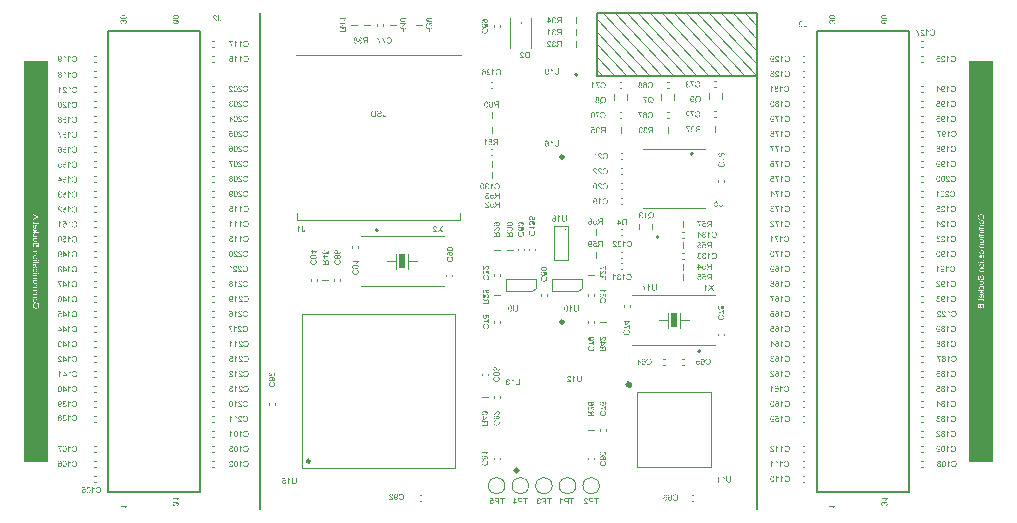
<source format=gbo>
G04*
G04 #@! TF.GenerationSoftware,Altium Limited,Altium Designer,20.0.13 (296)*
G04*
G04 Layer_Color=32896*
%FSLAX25Y25*%
%MOIN*%
G70*
G01*
G75*
%ADD10C,0.00394*%
%ADD11C,0.00787*%
%ADD12C,0.00984*%
%ADD14C,0.01575*%
%ADD15C,0.00197*%
%ADD105C,0.01181*%
%ADD106C,0.00787*%
%ADD107C,0.00079*%
%ADD108R,0.02000X0.05000*%
G36*
X3937Y11811D02*
X-3937D01*
Y145669D01*
X3937D01*
Y11811D01*
D02*
G37*
G36*
X318898Y11811D02*
X311024D01*
Y145669D01*
X318898D01*
Y11811D01*
D02*
G37*
G36*
X282892Y160791D02*
X282941Y160789D01*
X282987Y160786D01*
X283029Y160782D01*
X283067Y160779D01*
X283104Y160773D01*
X283136Y160770D01*
X283165Y160766D01*
X283190Y160761D01*
X283211Y160758D01*
X283230Y160754D01*
X283244Y160751D01*
X283253Y160749D01*
X283260Y160747D01*
X283261D01*
X283325Y160728D01*
X283382Y160709D01*
X283409Y160698D01*
X283435Y160688D01*
X283457Y160677D01*
X283477Y160667D01*
X283496Y160658D01*
X283513Y160649D01*
X283528Y160640D01*
X283540Y160635D01*
X283548Y160628D01*
X283556Y160625D01*
X283559Y160623D01*
X283561Y160621D01*
X283605Y160590D01*
X283643Y160556D01*
X283675Y160523D01*
X283703Y160490D01*
X283723Y160462D01*
X283731Y160450D01*
X283738Y160439D01*
X283743Y160430D01*
X283746Y160423D01*
X283750Y160420D01*
Y160418D01*
X283773Y160371D01*
X283788Y160322D01*
X283801Y160275D01*
X283807Y160231D01*
X283811Y160210D01*
X283813Y160192D01*
X283815Y160177D01*
Y160163D01*
X283816Y160150D01*
Y160135D01*
X283815Y160094D01*
X283811Y160056D01*
X283806Y160019D01*
X283797Y159984D01*
X283788Y159953D01*
X283780Y159923D01*
X283767Y159895D01*
X283757Y159869D01*
X283746Y159846D01*
X283736Y159827D01*
X283725Y159809D01*
X283717Y159795D01*
X283708Y159785D01*
X283703Y159776D01*
X283699Y159771D01*
X283697Y159769D01*
X283675Y159743D01*
X283650Y159718D01*
X283596Y159673D01*
X283540Y159636D01*
X283486Y159604D01*
X283459Y159592D01*
X283436Y159582D01*
X283416Y159571D01*
X283398Y159564D01*
X283382Y159557D01*
X283372Y159554D01*
X283363Y159552D01*
X283361Y159550D01*
X283319Y159538D01*
X283274Y159526D01*
X283226Y159517D01*
X283179Y159508D01*
X283083Y159494D01*
X283036Y159491D01*
X282992Y159485D01*
X282948Y159484D01*
X282910Y159480D01*
X282875Y159478D01*
X282845D01*
X282821Y159477D01*
X282801D01*
X282794D01*
X282789D01*
X282787D01*
X282786D01*
X282733D01*
X282682Y159478D01*
X282635Y159482D01*
X282588Y159485D01*
X282542Y159491D01*
X282499Y159496D01*
X282458Y159501D01*
X282418Y159508D01*
X282345Y159522D01*
X282276Y159540D01*
X282217Y159557D01*
X282163Y159576D01*
X282115Y159596D01*
X282075Y159613D01*
X282042Y159631D01*
X282014Y159645D01*
X281993Y159659D01*
X281977Y159667D01*
X281968Y159674D01*
X281965Y159676D01*
X281928Y159709D01*
X281896Y159744D01*
X281869Y159779D01*
X281846Y159818D01*
X281825Y159856D01*
X281809Y159895D01*
X281795Y159932D01*
X281785Y159968D01*
X281776Y160002D01*
X281769Y160033D01*
X281765Y160061D01*
X281762Y160086D01*
X281760Y160107D01*
X281758Y160122D01*
Y160135D01*
X281760Y160175D01*
X281764Y160213D01*
X281769Y160250D01*
X281778Y160285D01*
X281786Y160317D01*
X281795Y160348D01*
X281805Y160374D01*
X281818Y160401D01*
X281828Y160423D01*
X281839Y160443D01*
X281848Y160460D01*
X281858Y160474D01*
X281865Y160486D01*
X281870Y160493D01*
X281874Y160499D01*
X281876Y160500D01*
X281898Y160527D01*
X281925Y160551D01*
X281979Y160597D01*
X282035Y160633D01*
X282089Y160665D01*
X282114Y160677D01*
X282136Y160688D01*
X282157Y160698D01*
X282176Y160705D01*
X282190Y160712D01*
X282203Y160716D01*
X282210Y160719D01*
X282211D01*
X282254Y160731D01*
X282299Y160744D01*
X282346Y160754D01*
X282394Y160761D01*
X282490Y160775D01*
X282535Y160780D01*
X282581Y160784D01*
X282623Y160787D01*
X282661Y160789D01*
X282696Y160791D01*
X282726D01*
X282751Y160793D01*
X282770D01*
X282777D01*
X282782D01*
X282784D01*
X282786D01*
X282840D01*
X282892Y160791D01*
D02*
G37*
G36*
X282499Y159230D02*
X282549Y159225D01*
X282596Y159216D01*
X282642Y159204D01*
X282684Y159191D01*
X282723Y159176D01*
X282757Y159160D01*
X282789Y159144D01*
X282819Y159128D01*
X282843Y159113D01*
X282866Y159097D01*
X282884Y159085D01*
X282898Y159072D01*
X282908Y159064D01*
X282915Y159058D01*
X282917Y159057D01*
X282950Y159023D01*
X282978Y158988D01*
X283003Y158953D01*
X283024Y158917D01*
X283041Y158882D01*
X283055Y158847D01*
X283067Y158812D01*
X283078Y158780D01*
X283085Y158750D01*
X283090Y158722D01*
X283095Y158698D01*
X283097Y158677D01*
X283099Y158659D01*
X283101Y158645D01*
Y158635D01*
X283097Y158582D01*
X283090Y158533D01*
X283080Y158486D01*
X283067Y158446D01*
X283060Y158428D01*
X283055Y158413D01*
X283050Y158399D01*
X283045Y158386D01*
X283041Y158376D01*
X283038Y158369D01*
X283034Y158365D01*
Y158364D01*
X283006Y158316D01*
X282975Y158274D01*
X282941Y158238D01*
X282908Y158206D01*
X282878Y158180D01*
X282864Y158169D01*
X282854Y158161D01*
X282843Y158154D01*
X282836Y158148D01*
X282833Y158147D01*
X282831Y158145D01*
X282887Y158147D01*
X282938Y158148D01*
X282987Y158152D01*
X283032Y158157D01*
X283073Y158162D01*
X283111Y158168D01*
X283146Y158173D01*
X283178Y158180D01*
X283206Y158185D01*
X283228Y158192D01*
X283249Y158197D01*
X283267Y158203D01*
X283279Y158208D01*
X283290Y158210D01*
X283295Y158213D01*
X283296D01*
X283326Y158227D01*
X283354Y158241D01*
X283381Y158255D01*
X283405Y158271D01*
X283428Y158287D01*
X283449Y158302D01*
X283466Y158316D01*
X283484Y158332D01*
X283498Y158346D01*
X283512Y158358D01*
X283522Y158369D01*
X283531Y158379D01*
X283538Y158388D01*
X283543Y158393D01*
X283545Y158397D01*
X283547Y158399D01*
X283570Y158434D01*
X283585Y158469D01*
X283598Y158504D01*
X283605Y158537D01*
X283610Y158565D01*
X283611Y158577D01*
Y158588D01*
X283613Y158595D01*
Y158607D01*
X283611Y158633D01*
X283608Y158659D01*
X283603Y158684D01*
X283598Y158708D01*
X283580Y158750D01*
X283561Y158787D01*
X283550Y158801D01*
X283540Y158815D01*
X283531Y158827D01*
X283524Y158838D01*
X283517Y158845D01*
X283512Y158850D01*
X283508Y158854D01*
X283507Y158855D01*
X283492Y158866D01*
X283478Y158876D01*
X283445Y158896D01*
X283410Y158911D01*
X283375Y158925D01*
X283344Y158936D01*
X283330Y158941D01*
X283319Y158945D01*
X283309Y158946D01*
X283302Y158948D01*
X283296Y158950D01*
X283295D01*
X283314Y159197D01*
X283356Y159190D01*
X283398Y159179D01*
X283435Y159169D01*
X283470Y159155D01*
X283503Y159141D01*
X283533Y159125D01*
X283561Y159109D01*
X283585Y159093D01*
X283608Y159078D01*
X283627Y159064D01*
X283643Y159050D01*
X283657Y159037D01*
X283667Y159027D01*
X283676Y159020D01*
X283680Y159015D01*
X283682Y159013D01*
X283706Y158983D01*
X283725Y158952D01*
X283745Y158920D01*
X283760Y158887D01*
X283773Y158855D01*
X283783Y158822D01*
X283792Y158791D01*
X283799Y158761D01*
X283806Y158733D01*
X283809Y158707D01*
X283813Y158682D01*
X283815Y158663D01*
X283816Y158645D01*
Y158623D01*
X283815Y158565D01*
X283806Y158509D01*
X283795Y158456D01*
X283780Y158407D01*
X283762Y158362D01*
X283743Y158322D01*
X283722Y158283D01*
X283701Y158248D01*
X283680Y158217D01*
X283659Y158190D01*
X283640Y158168D01*
X283622Y158148D01*
X283606Y158133D01*
X283596Y158122D01*
X283589Y158115D01*
X283585Y158113D01*
X283559Y158094D01*
X283533Y158075D01*
X283473Y158042D01*
X283409Y158014D01*
X283340Y157989D01*
X283270Y157968D01*
X283198Y157951D01*
X283128Y157937D01*
X283060Y157924D01*
X282996Y157916D01*
X282934Y157910D01*
X282905Y157907D01*
X282878Y157905D01*
X282854Y157903D01*
X282831Y157902D01*
X282810Y157900D01*
X282791D01*
X282775D01*
X282761Y157898D01*
X282749D01*
X282742D01*
X282736D01*
X282735D01*
X282640Y157900D01*
X282553Y157907D01*
X282472Y157916D01*
X282397Y157928D01*
X282330Y157944D01*
X282269Y157959D01*
X282213Y157977D01*
X282164Y157996D01*
X282122Y158014D01*
X282086Y158031D01*
X282054Y158047D01*
X282030Y158063D01*
X282010Y158075D01*
X281996Y158084D01*
X281989Y158091D01*
X281986Y158092D01*
X281946Y158131D01*
X281911Y158171D01*
X281881Y158211D01*
X281855Y158253D01*
X281832Y158297D01*
X281814Y158339D01*
X281799Y158379D01*
X281786Y158420D01*
X281778Y158456D01*
X281771Y158490D01*
X281765Y158521D01*
X281762Y158547D01*
X281760Y158568D01*
X281758Y158584D01*
Y158598D01*
X281760Y158631D01*
X281762Y158665D01*
X281772Y158726D01*
X281778Y158754D01*
X281786Y158782D01*
X281793Y158806D01*
X281802Y158829D01*
X281809Y158850D01*
X281818Y158869D01*
X281825Y158885D01*
X281830Y158899D01*
X281837Y158910D01*
X281840Y158917D01*
X281842Y158922D01*
X281844Y158924D01*
X281861Y158950D01*
X281881Y158974D01*
X281919Y159020D01*
X281961Y159058D01*
X282001Y159090D01*
X282038Y159116D01*
X282054Y159127D01*
X282068Y159134D01*
X282079Y159141D01*
X282087Y159146D01*
X282092Y159148D01*
X282094Y159149D01*
X282126Y159163D01*
X282155Y159177D01*
X282219Y159197D01*
X282276Y159212D01*
X282304Y159218D01*
X282330Y159221D01*
X282355Y159225D01*
X282378Y159228D01*
X282397Y159230D01*
X282415D01*
X282427Y159232D01*
X282437D01*
X282444D01*
X282446D01*
X282499Y159230D01*
D02*
G37*
G36*
X265490Y160779D02*
X265539Y160777D01*
X265585Y160773D01*
X265627Y160770D01*
X265665Y160766D01*
X265702Y160761D01*
X265734Y160758D01*
X265763Y160754D01*
X265788Y160749D01*
X265809Y160745D01*
X265828Y160742D01*
X265842Y160738D01*
X265851Y160737D01*
X265858Y160735D01*
X265860D01*
X265923Y160716D01*
X265980Y160696D01*
X266007Y160686D01*
X266033Y160675D01*
X266055Y160665D01*
X266075Y160654D01*
X266094Y160646D01*
X266111Y160637D01*
X266126Y160628D01*
X266138Y160623D01*
X266146Y160616D01*
X266154Y160612D01*
X266157Y160611D01*
X266159Y160609D01*
X266203Y160577D01*
X266241Y160544D01*
X266273Y160511D01*
X266301Y160478D01*
X266321Y160450D01*
X266329Y160437D01*
X266336Y160427D01*
X266341Y160418D01*
X266344Y160411D01*
X266348Y160408D01*
Y160406D01*
X266371Y160359D01*
X266386Y160310D01*
X266399Y160262D01*
X266406Y160219D01*
X266409Y160198D01*
X266411Y160180D01*
X266413Y160164D01*
Y160150D01*
X266414Y160138D01*
Y160122D01*
X266413Y160082D01*
X266409Y160044D01*
X266404Y160007D01*
X266395Y159972D01*
X266386Y159940D01*
X266378Y159911D01*
X266365Y159883D01*
X266355Y159856D01*
X266344Y159834D01*
X266334Y159814D01*
X266323Y159797D01*
X266315Y159783D01*
X266306Y159772D01*
X266301Y159764D01*
X266297Y159758D01*
X266295Y159757D01*
X266273Y159730D01*
X266248Y159706D01*
X266194Y159660D01*
X266138Y159624D01*
X266084Y159592D01*
X266057Y159580D01*
X266035Y159569D01*
X266014Y159559D01*
X265996Y159552D01*
X265980Y159545D01*
X265970Y159541D01*
X265961Y159540D01*
X265959Y159538D01*
X265917Y159526D01*
X265872Y159513D01*
X265825Y159505D01*
X265777Y159496D01*
X265681Y159482D01*
X265634Y159478D01*
X265590Y159473D01*
X265546Y159471D01*
X265508Y159468D01*
X265473Y159466D01*
X265443D01*
X265419Y159464D01*
X265399D01*
X265392D01*
X265387D01*
X265385D01*
X265384D01*
X265331D01*
X265280Y159466D01*
X265233Y159470D01*
X265186Y159473D01*
X265140Y159478D01*
X265096Y159484D01*
X265056Y159489D01*
X265016Y159496D01*
X264943Y159510D01*
X264874Y159527D01*
X264815Y159545D01*
X264761Y159564D01*
X264713Y159583D01*
X264673Y159601D01*
X264640Y159618D01*
X264612Y159632D01*
X264591Y159646D01*
X264575Y159655D01*
X264566Y159662D01*
X264563Y159664D01*
X264526Y159697D01*
X264494Y159732D01*
X264467Y159767D01*
X264444Y159806D01*
X264423Y159844D01*
X264407Y159883D01*
X264393Y159919D01*
X264383Y159956D01*
X264374Y159989D01*
X264367Y160021D01*
X264363Y160049D01*
X264360Y160073D01*
X264358Y160094D01*
X264356Y160110D01*
Y160122D01*
X264358Y160163D01*
X264362Y160201D01*
X264367Y160238D01*
X264376Y160273D01*
X264384Y160304D01*
X264393Y160336D01*
X264404Y160362D01*
X264416Y160388D01*
X264426Y160411D01*
X264437Y160430D01*
X264446Y160448D01*
X264456Y160462D01*
X264463Y160474D01*
X264468Y160481D01*
X264472Y160486D01*
X264474Y160488D01*
X264496Y160514D01*
X264523Y160539D01*
X264577Y160584D01*
X264633Y160621D01*
X264687Y160653D01*
X264711Y160665D01*
X264734Y160675D01*
X264755Y160686D01*
X264774Y160693D01*
X264789Y160700D01*
X264801Y160703D01*
X264808Y160707D01*
X264809D01*
X264851Y160719D01*
X264897Y160731D01*
X264944Y160742D01*
X264992Y160749D01*
X265088Y160763D01*
X265133Y160768D01*
X265179Y160772D01*
X265221Y160775D01*
X265259Y160777D01*
X265294Y160779D01*
X265324D01*
X265349Y160780D01*
X265368D01*
X265375D01*
X265380D01*
X265382D01*
X265384D01*
X265438D01*
X265490Y160779D01*
D02*
G37*
G36*
X265021Y159218D02*
X265055Y159216D01*
X265088Y159211D01*
X265118Y159204D01*
X265147Y159197D01*
X265174Y159188D01*
X265198Y159179D01*
X265221Y159170D01*
X265242Y159160D01*
X265259Y159151D01*
X265273Y159142D01*
X265287Y159135D01*
X265296Y159128D01*
X265305Y159123D01*
X265308Y159121D01*
X265310Y159120D01*
X265333Y159100D01*
X265354Y159079D01*
X265375Y159057D01*
X265392Y159034D01*
X265408Y159011D01*
X265422Y158988D01*
X265445Y158943D01*
X265454Y158922D01*
X265462Y158903D01*
X265468Y158885D01*
X265473Y158871D01*
X265476Y158859D01*
X265480Y158850D01*
X265482Y158843D01*
Y158841D01*
X265508Y158889D01*
X265534Y158931D01*
X265564Y158967D01*
X265590Y158995D01*
X265615Y159018D01*
X265634Y159036D01*
X265641Y159041D01*
X265646Y159044D01*
X265650Y159048D01*
X265651D01*
X265693Y159072D01*
X265734Y159090D01*
X265774Y159102D01*
X265811Y159111D01*
X265842Y159116D01*
X265856Y159118D01*
X265868D01*
X265877Y159120D01*
X265884D01*
X265888D01*
X265889D01*
X265915D01*
X265940Y159116D01*
X265989Y159107D01*
X266033Y159095D01*
X266071Y159083D01*
X266089Y159076D01*
X266105Y159069D01*
X266117Y159062D01*
X266129Y159057D01*
X266138Y159051D01*
X266145Y159048D01*
X266148Y159046D01*
X266150Y159044D01*
X266194Y159015D01*
X266232Y158980D01*
X266266Y158945D01*
X266292Y158911D01*
X266315Y158880D01*
X266323Y158868D01*
X266330Y158855D01*
X266336Y158847D01*
X266339Y158840D01*
X266342Y158834D01*
Y158833D01*
X266367Y158780D01*
X266385Y158728D01*
X266397Y158675D01*
X266406Y158628D01*
X266409Y158607D01*
X266411Y158588D01*
X266413Y158570D01*
Y158556D01*
X266414Y158544D01*
Y158528D01*
X266413Y158484D01*
X266409Y158442D01*
X266402Y158402D01*
X266393Y158364D01*
X266383Y158329D01*
X266371Y158295D01*
X266358Y158266D01*
X266346Y158238D01*
X266332Y158213D01*
X266320Y158190D01*
X266307Y158173D01*
X266297Y158157D01*
X266288Y158143D01*
X266281Y158134D01*
X266278Y158129D01*
X266276Y158127D01*
X266250Y158099D01*
X266220Y158073D01*
X266190Y158049D01*
X266159Y158028D01*
X266126Y158008D01*
X266094Y157993D01*
X266063Y157977D01*
X266033Y157965D01*
X266003Y157954D01*
X265977Y157945D01*
X265952Y157938D01*
X265931Y157931D01*
X265915Y157928D01*
X265901Y157924D01*
X265895Y157923D01*
X265891D01*
X265847Y158171D01*
X265880Y158176D01*
X265912Y158183D01*
X265940Y158192D01*
X265966Y158201D01*
X265991Y158211D01*
X266014Y158222D01*
X266035Y158232D01*
X266052Y158243D01*
X266068Y158252D01*
X266082Y158262D01*
X266094Y158271D01*
X266103Y158278D01*
X266111Y158285D01*
X266117Y158290D01*
X266119Y158292D01*
X266120Y158294D01*
X266136Y158313D01*
X266150Y158332D01*
X266162Y158351D01*
X266173Y158372D01*
X266189Y158413D01*
X266201Y158449D01*
X266206Y158483D01*
X266208Y158497D01*
X266210Y158509D01*
X266211Y158519D01*
Y158533D01*
X266210Y158560D01*
X266208Y158586D01*
X266197Y158631D01*
X266183Y158673D01*
X266166Y158707D01*
X266157Y158722D01*
X266148Y158735D01*
X266141Y158745D01*
X266134Y158754D01*
X266129Y158763D01*
X266124Y158768D01*
X266122Y158770D01*
X266120Y158771D01*
X266103Y158787D01*
X266085Y158803D01*
X266066Y158815D01*
X266049Y158826D01*
X266010Y158841D01*
X265975Y158852D01*
X265944Y158859D01*
X265930Y158861D01*
X265919Y158862D01*
X265909Y158864D01*
X265901D01*
X265898D01*
X265896D01*
X265865Y158862D01*
X265835Y158859D01*
X265809Y158852D01*
X265782Y158845D01*
X265760Y158834D01*
X265739Y158824D01*
X265721Y158813D01*
X265704Y158801D01*
X265688Y158789D01*
X265676Y158778D01*
X265665Y158768D01*
X265657Y158757D01*
X265650Y158750D01*
X265644Y158743D01*
X265642Y158740D01*
X265641Y158738D01*
X265627Y158714D01*
X265615Y158689D01*
X265594Y158640D01*
X265580Y158593D01*
X265569Y158549D01*
X265565Y158530D01*
X265564Y158511D01*
X265560Y158495D01*
Y158481D01*
X265559Y158470D01*
Y158442D01*
X265560Y158428D01*
X265562Y158418D01*
Y158414D01*
X265345Y158386D01*
X265354Y158425D01*
X265361Y158458D01*
X265364Y158488D01*
X265368Y158514D01*
X265370Y158533D01*
X265371Y158549D01*
Y158561D01*
X265370Y158593D01*
X265366Y158623D01*
X265361Y158651D01*
X265354Y158679D01*
X265345Y158703D01*
X265336Y158726D01*
X265326Y158749D01*
X265317Y158768D01*
X265307Y158785D01*
X265296Y158801D01*
X265287Y158813D01*
X265279Y158826D01*
X265271Y158833D01*
X265266Y158840D01*
X265263Y158843D01*
X265261Y158845D01*
X265240Y158864D01*
X265217Y158882D01*
X265195Y158897D01*
X265170Y158910D01*
X265147Y158920D01*
X265123Y158929D01*
X265079Y158943D01*
X265058Y158948D01*
X265039Y158952D01*
X265023Y158953D01*
X265007Y158955D01*
X264995Y158957D01*
X264986D01*
X264981D01*
X264979D01*
X264946Y158955D01*
X264915Y158952D01*
X264885Y158946D01*
X264857Y158938D01*
X264830Y158929D01*
X264806Y158918D01*
X264783Y158908D01*
X264762Y158897D01*
X264745Y158885D01*
X264727Y158875D01*
X264713Y158864D01*
X264701Y158855D01*
X264692Y158847D01*
X264685Y158841D01*
X264682Y158838D01*
X264680Y158836D01*
X264659Y158813D01*
X264640Y158789D01*
X264624Y158764D01*
X264610Y158740D01*
X264598Y158714D01*
X264589Y158689D01*
X264580Y158666D01*
X264575Y158644D01*
X264570Y158621D01*
X264566Y158602D01*
X264563Y158584D01*
X264561Y158570D01*
X264559Y158558D01*
Y158540D01*
X264561Y158514D01*
X264563Y158488D01*
X264573Y158439D01*
X264589Y158397D01*
X264607Y158360D01*
X264614Y158344D01*
X264622Y158330D01*
X264631Y158318D01*
X264638Y158309D01*
X264643Y158301D01*
X264649Y158295D01*
X264650Y158292D01*
X264652Y158290D01*
X264671Y158273D01*
X264692Y158255D01*
X264715Y158239D01*
X264740Y158225D01*
X264789Y158201D01*
X264839Y158180D01*
X264862Y158173D01*
X264885Y158166D01*
X264904Y158159D01*
X264921Y158155D01*
X264937Y158152D01*
X264948Y158148D01*
X264955Y158147D01*
X264957D01*
X264923Y157898D01*
X264878Y157905D01*
X264834Y157914D01*
X264792Y157926D01*
X264754Y157940D01*
X264717Y157956D01*
X264682Y157972D01*
X264652Y157989D01*
X264624Y158007D01*
X264598Y158024D01*
X264575Y158042D01*
X264558Y158056D01*
X264542Y158070D01*
X264528Y158082D01*
X264519Y158091D01*
X264514Y158096D01*
X264512Y158098D01*
X264484Y158131D01*
X264459Y158168D01*
X264439Y158203D01*
X264421Y158241D01*
X264405Y158278D01*
X264393Y158315D01*
X264383Y158350D01*
X264374Y158385D01*
X264369Y158416D01*
X264363Y158446D01*
X264360Y158472D01*
X264356Y158495D01*
Y158512D01*
X264355Y158526D01*
Y158539D01*
X264356Y158593D01*
X264363Y158644D01*
X264372Y158693D01*
X264383Y158738D01*
X264397Y158782D01*
X264412Y158822D01*
X264428Y158859D01*
X264446Y158892D01*
X264463Y158922D01*
X264479Y158948D01*
X264494Y158971D01*
X264509Y158990D01*
X264519Y159006D01*
X264530Y159016D01*
X264535Y159023D01*
X264536Y159025D01*
X264571Y159060D01*
X264608Y159090D01*
X264647Y159114D01*
X264684Y159137D01*
X264722Y159156D01*
X264759Y159172D01*
X264796Y159184D01*
X264829Y159195D01*
X264862Y159204D01*
X264892Y159209D01*
X264918Y159214D01*
X264941Y159216D01*
X264958Y159218D01*
X264972Y159219D01*
X264981D01*
X264984D01*
X265021Y159218D01*
D02*
G37*
G36*
X283851Y-443D02*
X283826Y-455D01*
X283802Y-471D01*
X283753Y-504D01*
X283707Y-541D01*
X283665Y-577D01*
X283648Y-595D01*
X283630Y-611D01*
X283616Y-625D01*
X283604Y-637D01*
X283594Y-649D01*
X283587Y-656D01*
X283581Y-661D01*
X283580Y-663D01*
X283531Y-723D01*
X283485Y-786D01*
X283445Y-847D01*
X283426Y-875D01*
X283410Y-903D01*
X283394Y-929D01*
X283382Y-952D01*
X283370Y-973D01*
X283361Y-990D01*
X283354Y-1004D01*
X283349Y-1017D01*
X283345Y-1024D01*
X283343Y-1025D01*
X283104D01*
X283121Y-982D01*
X283142Y-936D01*
X283163Y-892D01*
X283184Y-852D01*
X283193Y-835D01*
X283203Y-817D01*
X283210Y-803D01*
X283217Y-791D01*
X283223Y-780D01*
X283228Y-773D01*
X283230Y-768D01*
X283231Y-766D01*
X283263Y-714D01*
X283294Y-668D01*
X283324Y-628D01*
X283349Y-593D01*
X283361Y-579D01*
X283371Y-567D01*
X283380Y-556D01*
X283389Y-546D01*
X283394Y-539D01*
X283399Y-534D01*
X283401Y-532D01*
X283403Y-530D01*
X281826D01*
Y-282D01*
X283851D01*
Y-443D01*
D02*
G37*
G36*
X282458Y-1461D02*
X282491Y-1463D01*
X282524Y-1468D01*
X282554Y-1475D01*
X282584Y-1482D01*
X282610Y-1491D01*
X282635Y-1500D01*
X282657Y-1508D01*
X282678Y-1519D01*
X282696Y-1528D01*
X282710Y-1536D01*
X282724Y-1543D01*
X282733Y-1550D01*
X282741Y-1556D01*
X282745Y-1557D01*
X282747Y-1559D01*
X282769Y-1578D01*
X282790Y-1599D01*
X282811Y-1622D01*
X282829Y-1645D01*
X282845Y-1668D01*
X282859Y-1690D01*
X282881Y-1736D01*
X282890Y-1757D01*
X282899Y-1776D01*
X282904Y-1794D01*
X282909Y-1808D01*
X282913Y-1820D01*
X282916Y-1829D01*
X282918Y-1836D01*
Y-1837D01*
X282944Y-1790D01*
X282971Y-1748D01*
X283000Y-1711D01*
X283027Y-1683D01*
X283051Y-1661D01*
X283070Y-1643D01*
X283077Y-1638D01*
X283083Y-1634D01*
X283086Y-1631D01*
X283088D01*
X283130Y-1606D01*
X283170Y-1589D01*
X283210Y-1577D01*
X283247Y-1568D01*
X283279Y-1563D01*
X283293Y-1561D01*
X283305D01*
X283314Y-1559D01*
X283321D01*
X283324D01*
X283326D01*
X283352D01*
X283377Y-1563D01*
X283426Y-1571D01*
X283469Y-1584D01*
X283508Y-1596D01*
X283525Y-1603D01*
X283541Y-1610D01*
X283553Y-1617D01*
X283566Y-1622D01*
X283574Y-1627D01*
X283581Y-1631D01*
X283585Y-1633D01*
X283587Y-1634D01*
X283630Y-1664D01*
X283669Y-1699D01*
X283702Y-1734D01*
X283728Y-1767D01*
X283751Y-1799D01*
X283760Y-1811D01*
X283767Y-1823D01*
X283772Y-1832D01*
X283776Y-1839D01*
X283779Y-1844D01*
Y-1846D01*
X283804Y-1899D01*
X283821Y-1951D01*
X283833Y-2004D01*
X283842Y-2051D01*
X283846Y-2072D01*
X283847Y-2091D01*
X283849Y-2109D01*
Y-2123D01*
X283851Y-2135D01*
Y-2151D01*
X283849Y-2194D01*
X283846Y-2236D01*
X283839Y-2277D01*
X283830Y-2315D01*
X283819Y-2350D01*
X283807Y-2383D01*
X283795Y-2413D01*
X283783Y-2441D01*
X283769Y-2466D01*
X283756Y-2488D01*
X283744Y-2506D01*
X283734Y-2522D01*
X283725Y-2536D01*
X283718Y-2544D01*
X283714Y-2550D01*
X283713Y-2551D01*
X283686Y-2579D01*
X283657Y-2606D01*
X283627Y-2630D01*
X283595Y-2651D01*
X283562Y-2670D01*
X283531Y-2686D01*
X283499Y-2702D01*
X283469Y-2714D01*
X283440Y-2725D01*
X283413Y-2733D01*
X283389Y-2740D01*
X283368Y-2747D01*
X283352Y-2751D01*
X283338Y-2754D01*
X283331Y-2756D01*
X283328D01*
X283284Y-2508D01*
X283317Y-2502D01*
X283349Y-2495D01*
X283377Y-2487D01*
X283403Y-2478D01*
X283427Y-2467D01*
X283450Y-2457D01*
X283471Y-2446D01*
X283489Y-2436D01*
X283504Y-2427D01*
X283518Y-2417D01*
X283531Y-2408D01*
X283539Y-2401D01*
X283548Y-2394D01*
X283553Y-2389D01*
X283555Y-2387D01*
X283557Y-2385D01*
X283573Y-2366D01*
X283587Y-2347D01*
X283599Y-2327D01*
X283609Y-2306D01*
X283625Y-2266D01*
X283637Y-2229D01*
X283643Y-2196D01*
X283644Y-2182D01*
X283646Y-2170D01*
X283648Y-2159D01*
Y-2145D01*
X283646Y-2119D01*
X283644Y-2093D01*
X283634Y-2047D01*
X283620Y-2005D01*
X283602Y-1972D01*
X283594Y-1956D01*
X283585Y-1944D01*
X283578Y-1934D01*
X283571Y-1925D01*
X283566Y-1916D01*
X283560Y-1911D01*
X283559Y-1909D01*
X283557Y-1907D01*
X283539Y-1892D01*
X283522Y-1876D01*
X283503Y-1864D01*
X283485Y-1853D01*
X283447Y-1837D01*
X283412Y-1827D01*
X283380Y-1820D01*
X283366Y-1818D01*
X283356Y-1816D01*
X283345Y-1815D01*
X283338D01*
X283335D01*
X283333D01*
X283301Y-1816D01*
X283272Y-1820D01*
X283245Y-1827D01*
X283219Y-1834D01*
X283196Y-1844D01*
X283175Y-1855D01*
X283158Y-1865D01*
X283140Y-1878D01*
X283125Y-1890D01*
X283112Y-1900D01*
X283102Y-1911D01*
X283093Y-1921D01*
X283086Y-1928D01*
X283081Y-1935D01*
X283079Y-1939D01*
X283077Y-1941D01*
X283063Y-1965D01*
X283051Y-1990D01*
X283030Y-2039D01*
X283016Y-2086D01*
X283006Y-2130D01*
X283002Y-2149D01*
X283000Y-2168D01*
X282997Y-2184D01*
Y-2198D01*
X282995Y-2208D01*
Y-2236D01*
X282997Y-2250D01*
X282999Y-2261D01*
Y-2264D01*
X282782Y-2292D01*
X282790Y-2254D01*
X282797Y-2221D01*
X282801Y-2191D01*
X282804Y-2165D01*
X282806Y-2145D01*
X282808Y-2130D01*
Y-2117D01*
X282806Y-2086D01*
X282803Y-2056D01*
X282797Y-2028D01*
X282790Y-2000D01*
X282782Y-1976D01*
X282773Y-1953D01*
X282762Y-1930D01*
X282754Y-1911D01*
X282743Y-1893D01*
X282733Y-1878D01*
X282724Y-1865D01*
X282715Y-1853D01*
X282708Y-1846D01*
X282703Y-1839D01*
X282699Y-1836D01*
X282698Y-1834D01*
X282677Y-1815D01*
X282654Y-1797D01*
X282631Y-1781D01*
X282607Y-1769D01*
X282584Y-1759D01*
X282559Y-1750D01*
X282516Y-1736D01*
X282495Y-1731D01*
X282475Y-1727D01*
X282460Y-1725D01*
X282444Y-1724D01*
X282432Y-1722D01*
X282423D01*
X282418D01*
X282416D01*
X282383Y-1724D01*
X282351Y-1727D01*
X282321Y-1732D01*
X282293Y-1741D01*
X282267Y-1750D01*
X282243Y-1760D01*
X282220Y-1771D01*
X282199Y-1781D01*
X282181Y-1794D01*
X282164Y-1804D01*
X282150Y-1815D01*
X282138Y-1823D01*
X282129Y-1832D01*
X282122Y-1837D01*
X282118Y-1841D01*
X282117Y-1843D01*
X282096Y-1865D01*
X282076Y-1890D01*
X282061Y-1914D01*
X282047Y-1939D01*
X282034Y-1965D01*
X282026Y-1990D01*
X282017Y-2012D01*
X282012Y-2035D01*
X282006Y-2058D01*
X282003Y-2077D01*
X281999Y-2095D01*
X281998Y-2109D01*
X281996Y-2121D01*
Y-2138D01*
X281998Y-2165D01*
X281999Y-2191D01*
X282010Y-2240D01*
X282026Y-2282D01*
X282043Y-2319D01*
X282050Y-2334D01*
X282059Y-2348D01*
X282068Y-2361D01*
X282075Y-2369D01*
X282080Y-2378D01*
X282085Y-2383D01*
X282087Y-2387D01*
X282089Y-2389D01*
X282108Y-2406D01*
X282129Y-2424D01*
X282152Y-2439D01*
X282176Y-2453D01*
X282225Y-2478D01*
X282276Y-2499D01*
X282299Y-2506D01*
X282321Y-2513D01*
X282341Y-2520D01*
X282358Y-2523D01*
X282374Y-2527D01*
X282384Y-2530D01*
X282391Y-2532D01*
X282393D01*
X282360Y-2781D01*
X282314Y-2774D01*
X282271Y-2765D01*
X282229Y-2753D01*
X282190Y-2739D01*
X282153Y-2723D01*
X282118Y-2707D01*
X282089Y-2690D01*
X282061Y-2672D01*
X282034Y-2655D01*
X282012Y-2637D01*
X281994Y-2623D01*
X281978Y-2609D01*
X281964Y-2597D01*
X281956Y-2588D01*
X281950Y-2583D01*
X281949Y-2581D01*
X281921Y-2548D01*
X281896Y-2511D01*
X281875Y-2476D01*
X281858Y-2438D01*
X281842Y-2401D01*
X281830Y-2364D01*
X281819Y-2329D01*
X281810Y-2294D01*
X281805Y-2263D01*
X281800Y-2233D01*
X281796Y-2207D01*
X281793Y-2184D01*
Y-2166D01*
X281791Y-2152D01*
Y-2140D01*
X281793Y-2086D01*
X281800Y-2035D01*
X281809Y-1986D01*
X281819Y-1941D01*
X281833Y-1897D01*
X281849Y-1857D01*
X281865Y-1820D01*
X281882Y-1787D01*
X281900Y-1757D01*
X281915Y-1731D01*
X281931Y-1708D01*
X281945Y-1689D01*
X281956Y-1673D01*
X281966Y-1662D01*
X281971Y-1655D01*
X281973Y-1654D01*
X282008Y-1619D01*
X282045Y-1589D01*
X282083Y-1564D01*
X282120Y-1542D01*
X282159Y-1522D01*
X282195Y-1507D01*
X282232Y-1494D01*
X282265Y-1484D01*
X282299Y-1475D01*
X282328Y-1470D01*
X282355Y-1465D01*
X282377Y-1463D01*
X282395Y-1461D01*
X282409Y-1459D01*
X282418D01*
X282421D01*
X282458Y-1461D01*
D02*
G37*
G36*
X266414Y-2984D02*
X266390Y-2996D01*
X266365Y-3012D01*
X266316Y-3045D01*
X266271Y-3082D01*
X266229Y-3119D01*
X266211Y-3136D01*
X266194Y-3152D01*
X266180Y-3166D01*
X266167Y-3178D01*
X266157Y-3191D01*
X266150Y-3198D01*
X266145Y-3203D01*
X266143Y-3205D01*
X266094Y-3264D01*
X266049Y-3327D01*
X266008Y-3388D01*
X265989Y-3416D01*
X265973Y-3444D01*
X265957Y-3471D01*
X265945Y-3493D01*
X265933Y-3514D01*
X265924Y-3532D01*
X265917Y-3546D01*
X265912Y-3558D01*
X265909Y-3565D01*
X265907Y-3567D01*
X265667D01*
X265685Y-3523D01*
X265705Y-3478D01*
X265726Y-3434D01*
X265748Y-3394D01*
X265756Y-3376D01*
X265767Y-3359D01*
X265774Y-3345D01*
X265781Y-3332D01*
X265786Y-3322D01*
X265791Y-3315D01*
X265793Y-3310D01*
X265795Y-3308D01*
X265826Y-3255D01*
X265858Y-3210D01*
X265888Y-3170D01*
X265912Y-3135D01*
X265924Y-3121D01*
X265935Y-3108D01*
X265944Y-3098D01*
X265952Y-3087D01*
X265957Y-3080D01*
X265963Y-3075D01*
X265965Y-3073D01*
X265966Y-3072D01*
X264390D01*
Y-2823D01*
X266414D01*
Y-2984D01*
D02*
G37*
G36*
X116750Y127498D02*
Y127470D01*
Y127444D01*
X116748Y127417D01*
Y127394D01*
X116747Y127375D01*
X116745Y127356D01*
Y127339D01*
X116743Y127323D01*
X116741Y127311D01*
X116740Y127298D01*
Y127289D01*
X116738Y127281D01*
Y127276D01*
X116736Y127270D01*
Y127269D01*
Y127267D01*
X116726Y127228D01*
X116715Y127191D01*
X116701Y127162D01*
X116689Y127134D01*
X116677Y127113D01*
X116668Y127097D01*
X116661Y127086D01*
X116659Y127085D01*
Y127083D01*
X116636Y127057D01*
X116610Y127032D01*
X116582Y127011D01*
X116556Y126992D01*
X116531Y126978D01*
X116510Y126968D01*
X116503Y126964D01*
X116498Y126961D01*
X116495Y126959D01*
X116493D01*
X116451Y126943D01*
X116407Y126931D01*
X116367Y126922D01*
X116330Y126917D01*
X116299Y126913D01*
X116285Y126911D01*
X116274Y126910D01*
X116251D01*
X116197Y126913D01*
X116148Y126920D01*
X116099Y126933D01*
X116055Y126948D01*
X116015Y126968D01*
X115977Y126988D01*
X115942Y127009D01*
X115910Y127034D01*
X115882Y127057D01*
X115858Y127078D01*
X115837Y127099D01*
X115819Y127118D01*
X115805Y127134D01*
X115796Y127146D01*
X115789Y127153D01*
X115788Y127156D01*
Y126943D01*
X115565D01*
Y128406D01*
X115814D01*
Y127622D01*
Y127587D01*
X115816Y127556D01*
X115817Y127526D01*
X115821Y127498D01*
X115824Y127471D01*
X115828Y127449D01*
X115831Y127426D01*
X115835Y127409D01*
X115838Y127391D01*
X115842Y127375D01*
X115845Y127363D01*
X115849Y127352D01*
X115852Y127346D01*
X115854Y127340D01*
X115856Y127337D01*
Y127335D01*
X115873Y127300D01*
X115894Y127270D01*
X115917Y127242D01*
X115940Y127221D01*
X115961Y127202D01*
X115978Y127190D01*
X115985Y127184D01*
X115991Y127183D01*
X115992Y127179D01*
X115994D01*
X116031Y127160D01*
X116068Y127148D01*
X116103Y127137D01*
X116134Y127130D01*
X116162Y127127D01*
X116173Y127125D01*
X116183D01*
X116192Y127123D01*
X116202D01*
X116243Y127125D01*
X116278Y127132D01*
X116311Y127141D01*
X116337Y127151D01*
X116360Y127160D01*
X116376Y127169D01*
X116386Y127176D01*
X116388Y127178D01*
X116390D01*
X116416Y127200D01*
X116437Y127225D01*
X116454Y127251D01*
X116467Y127276D01*
X116477Y127298D01*
X116482Y127316D01*
X116484Y127323D01*
X116486Y127328D01*
X116488Y127330D01*
Y127331D01*
X116489Y127346D01*
X116493Y127363D01*
X116495Y127381D01*
X116496Y127401D01*
X116498Y127445D01*
X116500Y127489D01*
X116502Y127529D01*
Y127547D01*
Y127562D01*
Y127576D01*
Y127585D01*
Y127592D01*
Y127594D01*
Y128406D01*
X116750D01*
Y127498D01*
D02*
G37*
G36*
X113264Y126943D02*
X112538D01*
X112471Y126945D01*
X112410Y126948D01*
X112382Y126950D01*
X112354Y126953D01*
X112330Y126957D01*
X112307Y126961D01*
X112286Y126962D01*
X112268Y126966D01*
X112253Y126969D01*
X112239Y126971D01*
X112228Y126973D01*
X112221Y126974D01*
X112216Y126976D01*
X112214D01*
X112163Y126990D01*
X112116Y127008D01*
X112076Y127023D01*
X112041Y127041D01*
X112025Y127048D01*
X112011Y127055D01*
X112001Y127062D01*
X111990Y127067D01*
X111983Y127071D01*
X111978Y127074D01*
X111974Y127078D01*
X111973D01*
X111936Y127104D01*
X111903Y127134D01*
X111871Y127165D01*
X111843Y127193D01*
X111820Y127219D01*
X111803Y127241D01*
X111798Y127249D01*
X111792Y127254D01*
X111791Y127258D01*
X111789Y127260D01*
X111759Y127305D01*
X111731Y127356D01*
X111708Y127405D01*
X111687Y127451D01*
X111680Y127471D01*
X111672Y127492D01*
X111666Y127510D01*
X111661Y127524D01*
X111656Y127536D01*
X111652Y127547D01*
X111651Y127552D01*
Y127554D01*
X111633Y127622D01*
X111619Y127692D01*
X111610Y127762D01*
X111605Y127794D01*
X111603Y127825D01*
X111602Y127853D01*
X111600Y127879D01*
X111598Y127904D01*
X111596Y127923D01*
Y127939D01*
Y127951D01*
Y127960D01*
Y127962D01*
Y128010D01*
X111600Y128059D01*
X111603Y128107D01*
X111609Y128150D01*
X111616Y128192D01*
X111623Y128231D01*
X111630Y128268D01*
X111637Y128303D01*
X111644Y128332D01*
X111651Y128360D01*
X111658Y128383D01*
X111665Y128404D01*
X111670Y128420D01*
X111673Y128432D01*
X111675Y128439D01*
X111677Y128441D01*
X111693Y128480D01*
X111710Y128516D01*
X111728Y128551D01*
X111747Y128583D01*
X111766Y128614D01*
X111787Y128642D01*
X111806Y128668D01*
X111826Y128693D01*
X111843Y128714D01*
X111861Y128732D01*
X111875Y128749D01*
X111889Y128761D01*
X111899Y128772D01*
X111908Y128779D01*
X111913Y128784D01*
X111915Y128786D01*
X111962Y128823D01*
X112013Y128852D01*
X112062Y128878D01*
X112109Y128898D01*
X112130Y128907D01*
X112149Y128913D01*
X112167Y128919D01*
X112181Y128924D01*
X112193Y128928D01*
X112204Y128929D01*
X112209Y128931D01*
X112211D01*
X112235Y128936D01*
X112261Y128942D01*
X112319Y128948D01*
X112379Y128954D01*
X112436Y128957D01*
X112464Y128959D01*
X112489D01*
X112512Y128961D01*
X113264D01*
Y126943D01*
D02*
G37*
G36*
X114524Y128992D02*
X114594Y128985D01*
X114627Y128980D01*
X114657Y128973D01*
X114685Y128968D01*
X114711Y128961D01*
X114736Y128954D01*
X114757Y128948D01*
X114776Y128942D01*
X114792Y128936D01*
X114804Y128933D01*
X114815Y128929D01*
X114820Y128926D01*
X114822D01*
X114851Y128912D01*
X114879Y128898D01*
X114907Y128882D01*
X114932Y128866D01*
X114955Y128849D01*
X114976Y128833D01*
X114993Y128815D01*
X115011Y128800D01*
X115026Y128784D01*
X115039Y128770D01*
X115049Y128758D01*
X115060Y128747D01*
X115067Y128737D01*
X115072Y128730D01*
X115074Y128726D01*
X115075Y128725D01*
X115091Y128700D01*
X115103Y128674D01*
X115116Y128649D01*
X115124Y128623D01*
X115140Y128576D01*
X115151Y128532D01*
X115154Y128511D01*
X115156Y128493D01*
X115158Y128478D01*
X115159Y128464D01*
X115161Y128453D01*
Y128445D01*
Y128439D01*
Y128437D01*
X115158Y128387D01*
X115151Y128340D01*
X115138Y128297D01*
X115126Y128261D01*
X115119Y128245D01*
X115114Y128229D01*
X115107Y128217D01*
X115102Y128207D01*
X115098Y128198D01*
X115095Y128192D01*
X115091Y128189D01*
Y128187D01*
X115061Y128147D01*
X115026Y128110D01*
X114991Y128079D01*
X114956Y128051D01*
X114925Y128028D01*
X114911Y128019D01*
X114899Y128012D01*
X114890Y128007D01*
X114883Y128002D01*
X114878Y128000D01*
X114876Y127998D01*
X114853Y127988D01*
X114827Y127975D01*
X114799Y127965D01*
X114767Y127954D01*
X114703Y127934D01*
X114638Y127914D01*
X114608Y127905D01*
X114580Y127897D01*
X114554Y127890D01*
X114531Y127884D01*
X114512Y127879D01*
X114498Y127876D01*
X114489Y127872D01*
X114486D01*
X114435Y127860D01*
X114389Y127849D01*
X114347Y127839D01*
X114311Y127829D01*
X114277Y127820D01*
X114248Y127813D01*
X114221Y127804D01*
X114199Y127799D01*
X114179Y127794D01*
X114164Y127788D01*
X114151Y127783D01*
X114141Y127779D01*
X114132Y127778D01*
X114127Y127776D01*
X114125Y127774D01*
X114123D01*
X114080Y127755D01*
X114041Y127736D01*
X114010Y127717D01*
X113985Y127697D01*
X113966Y127680D01*
X113952Y127667D01*
X113943Y127659D01*
X113941Y127655D01*
X113922Y127629D01*
X113908Y127599D01*
X113899Y127573D01*
X113892Y127547D01*
X113889Y127524D01*
X113885Y127506D01*
Y127499D01*
Y127494D01*
Y127492D01*
Y127491D01*
X113887Y127456D01*
X113894Y127424D01*
X113903Y127394D01*
X113913Y127368D01*
X113926Y127347D01*
X113934Y127331D01*
X113941Y127321D01*
X113943Y127319D01*
Y127318D01*
X113968Y127289D01*
X113996Y127265D01*
X114024Y127244D01*
X114052Y127226D01*
X114078Y127213D01*
X114099Y127202D01*
X114108Y127199D01*
X114113Y127195D01*
X114116Y127193D01*
X114118D01*
X114164Y127178D01*
X114209Y127167D01*
X114255Y127158D01*
X114297Y127153D01*
X114316Y127151D01*
X114333Y127149D01*
X114349D01*
X114361Y127148D01*
X114388D01*
X114451Y127149D01*
X114510Y127156D01*
X114563Y127167D01*
X114585Y127172D01*
X114608Y127178D01*
X114629Y127183D01*
X114647Y127188D01*
X114662Y127193D01*
X114675Y127199D01*
X114685Y127202D01*
X114692Y127206D01*
X114697Y127207D01*
X114699D01*
X114746Y127232D01*
X114788Y127256D01*
X114823Y127283D01*
X114851Y127309D01*
X114874Y127331D01*
X114890Y127349D01*
X114895Y127356D01*
X114899Y127361D01*
X114902Y127363D01*
Y127365D01*
X114925Y127403D01*
X114942Y127445D01*
X114956Y127487D01*
X114967Y127527D01*
X114972Y127545D01*
X114976Y127562D01*
X114979Y127576D01*
X114981Y127591D01*
X114983Y127601D01*
Y127608D01*
X114984Y127613D01*
Y127615D01*
X115236Y127592D01*
X115235Y127556D01*
X115229Y127519D01*
X115217Y127451D01*
X115208Y127417D01*
X115200Y127387D01*
X115189Y127359D01*
X115179Y127335D01*
X115170Y127311D01*
X115159Y127289D01*
X115151Y127272D01*
X115142Y127256D01*
X115137Y127244D01*
X115131Y127235D01*
X115128Y127230D01*
X115126Y127228D01*
X115105Y127199D01*
X115084Y127172D01*
X115060Y127148D01*
X115037Y127123D01*
X115012Y127102D01*
X114988Y127083D01*
X114965Y127066D01*
X114941Y127048D01*
X114920Y127034D01*
X114900Y127022D01*
X114881Y127011D01*
X114865Y127004D01*
X114853Y126997D01*
X114844Y126992D01*
X114837Y126990D01*
X114836Y126988D01*
X114801Y126974D01*
X114762Y126962D01*
X114685Y126943D01*
X114608Y126929D01*
X114571Y126924D01*
X114536Y126920D01*
X114503Y126917D01*
X114472Y126913D01*
X114445Y126911D01*
X114421D01*
X114402Y126910D01*
X114375D01*
X114335Y126911D01*
X114297Y126913D01*
X114260Y126917D01*
X114223Y126922D01*
X114190Y126927D01*
X114158Y126934D01*
X114129Y126941D01*
X114101Y126950D01*
X114076Y126957D01*
X114053Y126964D01*
X114034Y126971D01*
X114017Y126976D01*
X114004Y126981D01*
X113994Y126985D01*
X113989Y126988D01*
X113987D01*
X113955Y127004D01*
X113926Y127020D01*
X113898Y127038D01*
X113871Y127057D01*
X113849Y127074D01*
X113826Y127094D01*
X113807Y127111D01*
X113789Y127129D01*
X113773Y127144D01*
X113759Y127160D01*
X113747Y127174D01*
X113738Y127186D01*
X113731Y127195D01*
X113724Y127202D01*
X113723Y127207D01*
X113721Y127209D01*
X113705Y127235D01*
X113689Y127263D01*
X113677Y127289D01*
X113667Y127316D01*
X113651Y127366D01*
X113640Y127414D01*
X113635Y127435D01*
X113633Y127454D01*
X113632Y127470D01*
X113630Y127484D01*
X113628Y127496D01*
Y127505D01*
Y127510D01*
Y127512D01*
X113630Y127541D01*
X113632Y127571D01*
X113642Y127626D01*
X113654Y127674D01*
X113663Y127696D01*
X113670Y127717D01*
X113679Y127734D01*
X113686Y127752D01*
X113695Y127766D01*
X113700Y127776D01*
X113705Y127787D01*
X113710Y127794D01*
X113712Y127797D01*
X113714Y127799D01*
X113731Y127822D01*
X113749Y127842D01*
X113789Y127883D01*
X113833Y127919D01*
X113875Y127949D01*
X113894Y127962D01*
X113913Y127972D01*
X113929Y127982D01*
X113945Y127991D01*
X113955Y127997D01*
X113966Y128002D01*
X113971Y128004D01*
X113973Y128005D01*
X113997Y128016D01*
X114027Y128026D01*
X114060Y128037D01*
X114095Y128049D01*
X114169Y128070D01*
X114244Y128089D01*
X114279Y128098D01*
X114312Y128107D01*
X114342Y128114D01*
X114370Y128121D01*
X114391Y128126D01*
X114409Y128129D01*
X114419Y128133D01*
X114423D01*
X114480Y128147D01*
X114533Y128161D01*
X114580Y128173D01*
X114622Y128187D01*
X114661Y128200D01*
X114692Y128210D01*
X114722Y128222D01*
X114746Y128233D01*
X114766Y128242D01*
X114783Y128250D01*
X114797Y128257D01*
X114808Y128264D01*
X114816Y128270D01*
X114822Y128273D01*
X114823Y128277D01*
X114825D01*
X114839Y128290D01*
X114851Y128305D01*
X114871Y128334D01*
X114885Y128364D01*
X114893Y128392D01*
X114900Y128417D01*
X114902Y128437D01*
X114904Y128445D01*
Y128450D01*
Y128453D01*
Y128455D01*
X114902Y128478D01*
X114899Y128500D01*
X114893Y128522D01*
X114886Y128542D01*
X114869Y128579D01*
X114848Y128611D01*
X114829Y128635D01*
X114820Y128646D01*
X114811Y128655D01*
X114804Y128662D01*
X114799Y128667D01*
X114795Y128668D01*
X114794Y128670D01*
X114771Y128686D01*
X114746Y128700D01*
X114718Y128712D01*
X114690Y128723D01*
X114633Y128738D01*
X114573Y128749D01*
X114547Y128753D01*
X114521Y128754D01*
X114498Y128756D01*
X114479Y128758D01*
X114461Y128760D01*
X114438D01*
X114396Y128758D01*
X114356Y128756D01*
X114319Y128751D01*
X114284Y128744D01*
X114253Y128737D01*
X114225Y128728D01*
X114199Y128719D01*
X114176Y128710D01*
X114155Y128702D01*
X114136Y128693D01*
X114122Y128684D01*
X114109Y128677D01*
X114099Y128670D01*
X114092Y128665D01*
X114088Y128663D01*
X114087Y128662D01*
X114066Y128642D01*
X114046Y128621D01*
X114029Y128598D01*
X114013Y128576D01*
X114001Y128551D01*
X113989Y128527D01*
X113971Y128481D01*
X113964Y128458D01*
X113957Y128437D01*
X113954Y128420D01*
X113950Y128404D01*
X113948Y128390D01*
X113947Y128382D01*
X113945Y128375D01*
Y128373D01*
X113689Y128392D01*
X113691Y128425D01*
X113696Y128457D01*
X113709Y128516D01*
X113716Y128544D01*
X113724Y128570D01*
X113733Y128595D01*
X113742Y128616D01*
X113751Y128637D01*
X113759Y128655D01*
X113768Y128670D01*
X113775Y128684D01*
X113780Y128695D01*
X113786Y128702D01*
X113787Y128707D01*
X113789Y128709D01*
X113807Y128735D01*
X113828Y128760D01*
X113870Y128802D01*
X113913Y128838D01*
X113955Y128868D01*
X113976Y128882D01*
X113994Y128893D01*
X114011Y128901D01*
X114025Y128908D01*
X114038Y128915D01*
X114046Y128919D01*
X114052Y128922D01*
X114053D01*
X114120Y128947D01*
X114188Y128964D01*
X114255Y128978D01*
X114286Y128983D01*
X114316Y128987D01*
X114344Y128990D01*
X114370Y128992D01*
X114393Y128994D01*
X114412D01*
X114428Y128996D01*
X114451D01*
X114524Y128992D01*
D02*
G37*
G36*
X46672Y160791D02*
X46721Y160789D01*
X46766Y160786D01*
X46808Y160782D01*
X46847Y160779D01*
X46884Y160773D01*
X46915Y160770D01*
X46945Y160766D01*
X46969Y160761D01*
X46990Y160758D01*
X47010Y160754D01*
X47024Y160751D01*
X47032Y160749D01*
X47039Y160747D01*
X47041D01*
X47104Y160728D01*
X47162Y160709D01*
X47188Y160698D01*
X47214Y160688D01*
X47237Y160677D01*
X47256Y160667D01*
X47276Y160658D01*
X47293Y160649D01*
X47307Y160640D01*
X47319Y160635D01*
X47328Y160628D01*
X47335Y160625D01*
X47339Y160623D01*
X47340Y160621D01*
X47384Y160590D01*
X47423Y160556D01*
X47454Y160523D01*
X47482Y160490D01*
X47503Y160462D01*
X47510Y160450D01*
X47517Y160439D01*
X47522Y160430D01*
X47526Y160423D01*
X47529Y160420D01*
Y160418D01*
X47552Y160371D01*
X47568Y160322D01*
X47580Y160275D01*
X47587Y160231D01*
X47591Y160210D01*
X47592Y160192D01*
X47594Y160177D01*
Y160163D01*
X47596Y160150D01*
Y160135D01*
X47594Y160094D01*
X47591Y160056D01*
X47585Y160019D01*
X47577Y159984D01*
X47568Y159953D01*
X47559Y159923D01*
X47547Y159895D01*
X47536Y159869D01*
X47526Y159846D01*
X47515Y159827D01*
X47505Y159809D01*
X47496Y159795D01*
X47487Y159785D01*
X47482Y159776D01*
X47479Y159771D01*
X47477Y159769D01*
X47454Y159743D01*
X47430Y159718D01*
X47375Y159673D01*
X47319Y159636D01*
X47265Y159604D01*
X47239Y159592D01*
X47216Y159582D01*
X47195Y159571D01*
X47178Y159564D01*
X47162Y159557D01*
X47151Y159554D01*
X47143Y159552D01*
X47141Y159550D01*
X47099Y159538D01*
X47053Y159526D01*
X47006Y159517D01*
X46959Y159508D01*
X46863Y159494D01*
X46815Y159491D01*
X46772Y159485D01*
X46728Y159484D01*
X46689Y159480D01*
X46654Y159478D01*
X46625D01*
X46600Y159477D01*
X46581D01*
X46574D01*
X46569D01*
X46567D01*
X46565D01*
X46513D01*
X46462Y159478D01*
X46415Y159482D01*
X46367Y159485D01*
X46322Y159491D01*
X46278Y159496D01*
X46238Y159501D01*
X46198Y159508D01*
X46124Y159522D01*
X46056Y159540D01*
X45996Y159557D01*
X45942Y159576D01*
X45895Y159596D01*
X45855Y159613D01*
X45821Y159631D01*
X45793Y159645D01*
X45772Y159659D01*
X45757Y159667D01*
X45748Y159674D01*
X45744Y159676D01*
X45708Y159709D01*
X45676Y159744D01*
X45648Y159779D01*
X45625Y159818D01*
X45604Y159856D01*
X45589Y159895D01*
X45575Y159932D01*
X45564Y159968D01*
X45555Y160002D01*
X45548Y160033D01*
X45545Y160061D01*
X45541Y160086D01*
X45540Y160107D01*
X45538Y160122D01*
Y160135D01*
X45540Y160175D01*
X45543Y160213D01*
X45548Y160250D01*
X45557Y160285D01*
X45566Y160317D01*
X45575Y160348D01*
X45585Y160374D01*
X45597Y160401D01*
X45608Y160423D01*
X45618Y160443D01*
X45627Y160460D01*
X45638Y160474D01*
X45645Y160486D01*
X45650Y160493D01*
X45653Y160499D01*
X45655Y160500D01*
X45678Y160527D01*
X45704Y160551D01*
X45758Y160597D01*
X45814Y160633D01*
X45869Y160665D01*
X45893Y160677D01*
X45916Y160688D01*
X45937Y160698D01*
X45956Y160705D01*
X45970Y160712D01*
X45982Y160716D01*
X45989Y160719D01*
X45991D01*
X46033Y160731D01*
X46079Y160744D01*
X46126Y160754D01*
X46173Y160761D01*
X46269Y160775D01*
X46315Y160780D01*
X46360Y160784D01*
X46402Y160787D01*
X46441Y160789D01*
X46476Y160791D01*
X46506D01*
X46530Y160793D01*
X46549D01*
X46556D01*
X46562D01*
X46563D01*
X46565D01*
X46619D01*
X46672Y160791D01*
D02*
G37*
G36*
X46278Y159230D02*
X46329Y159225D01*
X46376Y159216D01*
X46422Y159204D01*
X46464Y159191D01*
X46502Y159176D01*
X46537Y159160D01*
X46569Y159144D01*
X46598Y159128D01*
X46623Y159113D01*
X46646Y159097D01*
X46663Y159085D01*
X46677Y159072D01*
X46688Y159064D01*
X46695Y159058D01*
X46696Y159057D01*
X46730Y159023D01*
X46758Y158988D01*
X46782Y158953D01*
X46803Y158917D01*
X46821Y158882D01*
X46835Y158847D01*
X46847Y158812D01*
X46857Y158780D01*
X46864Y158750D01*
X46870Y158722D01*
X46875Y158698D01*
X46877Y158677D01*
X46878Y158659D01*
X46880Y158645D01*
Y158635D01*
X46877Y158582D01*
X46870Y158533D01*
X46859Y158486D01*
X46847Y158446D01*
X46840Y158428D01*
X46835Y158413D01*
X46829Y158399D01*
X46824Y158386D01*
X46821Y158376D01*
X46817Y158369D01*
X46814Y158365D01*
Y158364D01*
X46786Y158316D01*
X46754Y158274D01*
X46721Y158238D01*
X46688Y158206D01*
X46658Y158180D01*
X46644Y158169D01*
X46633Y158161D01*
X46623Y158154D01*
X46616Y158148D01*
X46612Y158147D01*
X46611Y158145D01*
X46667Y158147D01*
X46717Y158148D01*
X46766Y158152D01*
X46812Y158157D01*
X46852Y158162D01*
X46891Y158168D01*
X46926Y158173D01*
X46957Y158180D01*
X46985Y158185D01*
X47008Y158192D01*
X47029Y158197D01*
X47046Y158203D01*
X47059Y158208D01*
X47069Y158210D01*
X47074Y158213D01*
X47076D01*
X47106Y158227D01*
X47134Y158241D01*
X47160Y158255D01*
X47185Y158271D01*
X47207Y158287D01*
X47228Y158302D01*
X47246Y158316D01*
X47263Y158332D01*
X47277Y158346D01*
X47291Y158358D01*
X47302Y158369D01*
X47311Y158379D01*
X47318Y158388D01*
X47323Y158393D01*
X47325Y158397D01*
X47326Y158399D01*
X47349Y158434D01*
X47365Y158469D01*
X47377Y158504D01*
X47384Y158537D01*
X47389Y158565D01*
X47391Y158577D01*
Y158588D01*
X47393Y158595D01*
Y158607D01*
X47391Y158633D01*
X47388Y158659D01*
X47382Y158684D01*
X47377Y158708D01*
X47360Y158750D01*
X47340Y158787D01*
X47330Y158801D01*
X47319Y158815D01*
X47311Y158827D01*
X47304Y158838D01*
X47297Y158845D01*
X47291Y158850D01*
X47288Y158854D01*
X47286Y158855D01*
X47272Y158866D01*
X47258Y158876D01*
X47225Y158896D01*
X47190Y158911D01*
X47155Y158925D01*
X47123Y158936D01*
X47109Y158941D01*
X47099Y158945D01*
X47088Y158946D01*
X47081Y158948D01*
X47076Y158950D01*
X47074D01*
X47094Y159197D01*
X47136Y159190D01*
X47178Y159179D01*
X47214Y159169D01*
X47249Y159155D01*
X47283Y159141D01*
X47312Y159125D01*
X47340Y159109D01*
X47365Y159093D01*
X47388Y159078D01*
X47407Y159064D01*
X47423Y159050D01*
X47437Y159037D01*
X47447Y159027D01*
X47456Y159020D01*
X47459Y159015D01*
X47461Y159013D01*
X47486Y158983D01*
X47505Y158952D01*
X47524Y158920D01*
X47540Y158887D01*
X47552Y158855D01*
X47563Y158822D01*
X47571Y158791D01*
X47578Y158761D01*
X47585Y158733D01*
X47589Y158707D01*
X47592Y158682D01*
X47594Y158663D01*
X47596Y158645D01*
Y158623D01*
X47594Y158565D01*
X47585Y158509D01*
X47575Y158456D01*
X47559Y158407D01*
X47542Y158362D01*
X47522Y158322D01*
X47501Y158283D01*
X47480Y158248D01*
X47459Y158217D01*
X47438Y158190D01*
X47419Y158168D01*
X47402Y158148D01*
X47386Y158133D01*
X47375Y158122D01*
X47368Y158115D01*
X47365Y158113D01*
X47339Y158094D01*
X47312Y158075D01*
X47253Y158042D01*
X47188Y158014D01*
X47120Y157989D01*
X47050Y157968D01*
X46978Y157951D01*
X46908Y157937D01*
X46840Y157924D01*
X46775Y157916D01*
X46714Y157910D01*
X46684Y157907D01*
X46658Y157905D01*
X46633Y157903D01*
X46611Y157902D01*
X46590Y157900D01*
X46570D01*
X46555D01*
X46541Y157898D01*
X46528D01*
X46521D01*
X46516D01*
X46514D01*
X46420Y157900D01*
X46332Y157907D01*
X46252Y157916D01*
X46177Y157928D01*
X46110Y157944D01*
X46049Y157959D01*
X45993Y157977D01*
X45944Y157996D01*
X45902Y158014D01*
X45865Y158031D01*
X45834Y158047D01*
X45809Y158063D01*
X45790Y158075D01*
X45776Y158084D01*
X45769Y158091D01*
X45765Y158092D01*
X45725Y158131D01*
X45690Y158171D01*
X45660Y158211D01*
X45634Y158253D01*
X45611Y158297D01*
X45594Y158339D01*
X45578Y158379D01*
X45566Y158420D01*
X45557Y158456D01*
X45550Y158490D01*
X45545Y158521D01*
X45541Y158547D01*
X45540Y158568D01*
X45538Y158584D01*
Y158598D01*
X45540Y158631D01*
X45541Y158665D01*
X45552Y158726D01*
X45557Y158754D01*
X45566Y158782D01*
X45573Y158806D01*
X45582Y158829D01*
X45589Y158850D01*
X45597Y158869D01*
X45604Y158885D01*
X45610Y158899D01*
X45617Y158910D01*
X45620Y158917D01*
X45622Y158922D01*
X45624Y158924D01*
X45641Y158950D01*
X45660Y158974D01*
X45699Y159020D01*
X45741Y159058D01*
X45781Y159090D01*
X45818Y159116D01*
X45834Y159127D01*
X45848Y159134D01*
X45858Y159141D01*
X45867Y159146D01*
X45872Y159148D01*
X45874Y159149D01*
X45905Y159163D01*
X45935Y159177D01*
X45998Y159197D01*
X46056Y159212D01*
X46084Y159218D01*
X46110Y159221D01*
X46135Y159225D01*
X46157Y159228D01*
X46177Y159230D01*
X46194D01*
X46206Y159232D01*
X46217D01*
X46224D01*
X46226D01*
X46278Y159230D01*
D02*
G37*
G36*
X29270Y160779D02*
X29319Y160777D01*
X29364Y160773D01*
X29406Y160770D01*
X29445Y160766D01*
X29482Y160761D01*
X29513Y160758D01*
X29543Y160754D01*
X29567Y160749D01*
X29588Y160745D01*
X29608Y160742D01*
X29622Y160738D01*
X29630Y160737D01*
X29637Y160735D01*
X29639D01*
X29702Y160716D01*
X29760Y160696D01*
X29786Y160686D01*
X29812Y160675D01*
X29835Y160665D01*
X29854Y160654D01*
X29874Y160646D01*
X29891Y160637D01*
X29905Y160628D01*
X29917Y160623D01*
X29926Y160616D01*
X29933Y160612D01*
X29937Y160611D01*
X29938Y160609D01*
X29982Y160577D01*
X30021Y160544D01*
X30052Y160511D01*
X30080Y160478D01*
X30101Y160450D01*
X30108Y160437D01*
X30115Y160427D01*
X30120Y160418D01*
X30124Y160411D01*
X30127Y160408D01*
Y160406D01*
X30150Y160359D01*
X30166Y160310D01*
X30178Y160262D01*
X30185Y160219D01*
X30189Y160198D01*
X30190Y160180D01*
X30192Y160164D01*
Y160150D01*
X30194Y160138D01*
Y160122D01*
X30192Y160082D01*
X30189Y160044D01*
X30183Y160007D01*
X30175Y159972D01*
X30166Y159940D01*
X30157Y159911D01*
X30145Y159883D01*
X30134Y159856D01*
X30124Y159834D01*
X30113Y159814D01*
X30103Y159797D01*
X30094Y159783D01*
X30085Y159772D01*
X30080Y159764D01*
X30077Y159758D01*
X30075Y159757D01*
X30052Y159730D01*
X30028Y159706D01*
X29973Y159660D01*
X29917Y159624D01*
X29863Y159592D01*
X29837Y159580D01*
X29814Y159569D01*
X29793Y159559D01*
X29776Y159552D01*
X29760Y159545D01*
X29749Y159541D01*
X29741Y159540D01*
X29739Y159538D01*
X29697Y159526D01*
X29651Y159513D01*
X29604Y159505D01*
X29557Y159496D01*
X29461Y159482D01*
X29413Y159478D01*
X29370Y159473D01*
X29326Y159471D01*
X29287Y159468D01*
X29252Y159466D01*
X29223D01*
X29198Y159464D01*
X29179D01*
X29172D01*
X29167D01*
X29165D01*
X29163D01*
X29111D01*
X29060Y159466D01*
X29013Y159470D01*
X28965Y159473D01*
X28920Y159478D01*
X28876Y159484D01*
X28836Y159489D01*
X28796Y159496D01*
X28722Y159510D01*
X28654Y159527D01*
X28594Y159545D01*
X28540Y159564D01*
X28493Y159583D01*
X28453Y159601D01*
X28419Y159618D01*
X28391Y159632D01*
X28370Y159646D01*
X28355Y159655D01*
X28346Y159662D01*
X28342Y159664D01*
X28306Y159697D01*
X28274Y159732D01*
X28246Y159767D01*
X28223Y159806D01*
X28202Y159844D01*
X28187Y159883D01*
X28173Y159919D01*
X28162Y159956D01*
X28153Y159989D01*
X28146Y160021D01*
X28143Y160049D01*
X28139Y160073D01*
X28138Y160094D01*
X28136Y160110D01*
Y160122D01*
X28138Y160163D01*
X28141Y160201D01*
X28146Y160238D01*
X28155Y160273D01*
X28164Y160304D01*
X28173Y160336D01*
X28183Y160362D01*
X28195Y160388D01*
X28206Y160411D01*
X28216Y160430D01*
X28225Y160448D01*
X28236Y160462D01*
X28243Y160474D01*
X28248Y160481D01*
X28251Y160486D01*
X28253Y160488D01*
X28276Y160514D01*
X28302Y160539D01*
X28356Y160584D01*
X28412Y160621D01*
X28467Y160653D01*
X28491Y160665D01*
X28514Y160675D01*
X28535Y160686D01*
X28554Y160693D01*
X28568Y160700D01*
X28580Y160703D01*
X28587Y160707D01*
X28589D01*
X28631Y160719D01*
X28677Y160731D01*
X28724Y160742D01*
X28771Y160749D01*
X28867Y160763D01*
X28913Y160768D01*
X28958Y160772D01*
X29000Y160775D01*
X29039Y160777D01*
X29074Y160779D01*
X29104D01*
X29128Y160780D01*
X29147D01*
X29154D01*
X29160D01*
X29161D01*
X29163D01*
X29217D01*
X29270Y160779D01*
D02*
G37*
G36*
X28801Y159218D02*
X28834Y159216D01*
X28867Y159211D01*
X28897Y159204D01*
X28927Y159197D01*
X28953Y159188D01*
X28978Y159179D01*
X29000Y159170D01*
X29021Y159160D01*
X29039Y159151D01*
X29053Y159142D01*
X29067Y159135D01*
X29076Y159128D01*
X29084Y159123D01*
X29088Y159121D01*
X29090Y159120D01*
X29112Y159100D01*
X29133Y159079D01*
X29154Y159057D01*
X29172Y159034D01*
X29188Y159011D01*
X29202Y158988D01*
X29224Y158943D01*
X29233Y158922D01*
X29242Y158903D01*
X29247Y158885D01*
X29252Y158871D01*
X29256Y158859D01*
X29259Y158850D01*
X29261Y158843D01*
Y158841D01*
X29287Y158889D01*
X29314Y158931D01*
X29343Y158967D01*
X29370Y158995D01*
X29394Y159018D01*
X29413Y159036D01*
X29420Y159041D01*
X29426Y159044D01*
X29429Y159048D01*
X29431D01*
X29473Y159072D01*
X29513Y159090D01*
X29553Y159102D01*
X29590Y159111D01*
X29622Y159116D01*
X29636Y159118D01*
X29648D01*
X29657Y159120D01*
X29664D01*
X29667D01*
X29669D01*
X29695D01*
X29720Y159116D01*
X29769Y159107D01*
X29812Y159095D01*
X29851Y159083D01*
X29868Y159076D01*
X29884Y159069D01*
X29896Y159062D01*
X29909Y159057D01*
X29917Y159051D01*
X29924Y159048D01*
X29928Y159046D01*
X29930Y159044D01*
X29973Y159015D01*
X30012Y158980D01*
X30045Y158945D01*
X30071Y158911D01*
X30094Y158880D01*
X30103Y158868D01*
X30110Y158855D01*
X30115Y158847D01*
X30119Y158840D01*
X30122Y158834D01*
Y158833D01*
X30147Y158780D01*
X30164Y158728D01*
X30176Y158675D01*
X30185Y158628D01*
X30189Y158607D01*
X30190Y158588D01*
X30192Y158570D01*
Y158556D01*
X30194Y158544D01*
Y158528D01*
X30192Y158484D01*
X30189Y158442D01*
X30182Y158402D01*
X30173Y158364D01*
X30162Y158329D01*
X30150Y158295D01*
X30138Y158266D01*
X30126Y158238D01*
X30112Y158213D01*
X30099Y158190D01*
X30087Y158173D01*
X30077Y158157D01*
X30068Y158143D01*
X30061Y158134D01*
X30057Y158129D01*
X30056Y158127D01*
X30029Y158099D01*
X30000Y158073D01*
X29970Y158049D01*
X29938Y158028D01*
X29905Y158008D01*
X29874Y157993D01*
X29842Y157977D01*
X29812Y157965D01*
X29783Y157954D01*
X29756Y157945D01*
X29732Y157938D01*
X29711Y157931D01*
X29695Y157928D01*
X29681Y157924D01*
X29674Y157923D01*
X29671D01*
X29627Y158171D01*
X29660Y158176D01*
X29692Y158183D01*
X29720Y158192D01*
X29746Y158201D01*
X29770Y158211D01*
X29793Y158222D01*
X29814Y158232D01*
X29832Y158243D01*
X29847Y158252D01*
X29861Y158262D01*
X29874Y158271D01*
X29882Y158278D01*
X29891Y158285D01*
X29896Y158290D01*
X29898Y158292D01*
X29900Y158294D01*
X29916Y158313D01*
X29930Y158332D01*
X29942Y158351D01*
X29952Y158372D01*
X29968Y158413D01*
X29980Y158449D01*
X29986Y158483D01*
X29987Y158497D01*
X29989Y158509D01*
X29991Y158519D01*
Y158533D01*
X29989Y158560D01*
X29987Y158586D01*
X29977Y158631D01*
X29963Y158673D01*
X29945Y158707D01*
X29937Y158722D01*
X29928Y158735D01*
X29921Y158745D01*
X29914Y158754D01*
X29909Y158763D01*
X29903Y158768D01*
X29902Y158770D01*
X29900Y158771D01*
X29882Y158787D01*
X29865Y158803D01*
X29846Y158815D01*
X29828Y158826D01*
X29790Y158841D01*
X29755Y158852D01*
X29723Y158859D01*
X29709Y158861D01*
X29699Y158862D01*
X29688Y158864D01*
X29681D01*
X29678D01*
X29676D01*
X29644Y158862D01*
X29615Y158859D01*
X29588Y158852D01*
X29562Y158845D01*
X29539Y158834D01*
X29518Y158824D01*
X29501Y158813D01*
X29483Y158801D01*
X29468Y158789D01*
X29455Y158778D01*
X29445Y158768D01*
X29436Y158757D01*
X29429Y158750D01*
X29424Y158743D01*
X29422Y158740D01*
X29420Y158738D01*
X29406Y158714D01*
X29394Y158689D01*
X29373Y158640D01*
X29359Y158593D01*
X29349Y158549D01*
X29345Y158530D01*
X29343Y158511D01*
X29340Y158495D01*
Y158481D01*
X29338Y158470D01*
Y158442D01*
X29340Y158428D01*
X29342Y158418D01*
Y158414D01*
X29125Y158386D01*
X29133Y158425D01*
X29140Y158458D01*
X29144Y158488D01*
X29147Y158514D01*
X29149Y158533D01*
X29151Y158549D01*
Y158561D01*
X29149Y158593D01*
X29146Y158623D01*
X29140Y158651D01*
X29133Y158679D01*
X29125Y158703D01*
X29116Y158726D01*
X29105Y158749D01*
X29097Y158768D01*
X29086Y158785D01*
X29076Y158801D01*
X29067Y158813D01*
X29058Y158826D01*
X29051Y158833D01*
X29046Y158840D01*
X29042Y158843D01*
X29041Y158845D01*
X29020Y158864D01*
X28997Y158882D01*
X28974Y158897D01*
X28950Y158910D01*
X28927Y158920D01*
X28902Y158929D01*
X28859Y158943D01*
X28838Y158948D01*
X28818Y158952D01*
X28803Y158953D01*
X28787Y158955D01*
X28775Y158957D01*
X28766D01*
X28761D01*
X28759D01*
X28726Y158955D01*
X28694Y158952D01*
X28664Y158946D01*
X28636Y158938D01*
X28610Y158929D01*
X28586Y158918D01*
X28563Y158908D01*
X28542Y158897D01*
X28524Y158885D01*
X28507Y158875D01*
X28493Y158864D01*
X28481Y158855D01*
X28472Y158847D01*
X28465Y158841D01*
X28461Y158838D01*
X28460Y158836D01*
X28439Y158813D01*
X28419Y158789D01*
X28404Y158764D01*
X28390Y158740D01*
X28377Y158714D01*
X28369Y158689D01*
X28360Y158666D01*
X28355Y158644D01*
X28349Y158621D01*
X28346Y158602D01*
X28342Y158584D01*
X28341Y158570D01*
X28339Y158558D01*
Y158540D01*
X28341Y158514D01*
X28342Y158488D01*
X28353Y158439D01*
X28369Y158397D01*
X28386Y158360D01*
X28393Y158344D01*
X28402Y158330D01*
X28411Y158318D01*
X28418Y158309D01*
X28423Y158301D01*
X28428Y158295D01*
X28430Y158292D01*
X28432Y158290D01*
X28451Y158273D01*
X28472Y158255D01*
X28495Y158239D01*
X28519Y158225D01*
X28568Y158201D01*
X28619Y158180D01*
X28642Y158173D01*
X28664Y158166D01*
X28684Y158159D01*
X28701Y158155D01*
X28717Y158152D01*
X28727Y158148D01*
X28734Y158147D01*
X28736D01*
X28703Y157898D01*
X28657Y157905D01*
X28614Y157914D01*
X28572Y157926D01*
X28533Y157940D01*
X28496Y157956D01*
X28461Y157972D01*
X28432Y157989D01*
X28404Y158007D01*
X28377Y158024D01*
X28355Y158042D01*
X28337Y158056D01*
X28321Y158070D01*
X28307Y158082D01*
X28299Y158091D01*
X28293Y158096D01*
X28292Y158098D01*
X28264Y158131D01*
X28239Y158168D01*
X28218Y158203D01*
X28201Y158241D01*
X28185Y158278D01*
X28173Y158315D01*
X28162Y158350D01*
X28153Y158385D01*
X28148Y158416D01*
X28143Y158446D01*
X28139Y158472D01*
X28136Y158495D01*
Y158512D01*
X28134Y158526D01*
Y158539D01*
X28136Y158593D01*
X28143Y158644D01*
X28152Y158693D01*
X28162Y158738D01*
X28176Y158782D01*
X28192Y158822D01*
X28208Y158859D01*
X28225Y158892D01*
X28243Y158922D01*
X28258Y158948D01*
X28274Y158971D01*
X28288Y158990D01*
X28299Y159006D01*
X28309Y159016D01*
X28314Y159023D01*
X28316Y159025D01*
X28351Y159060D01*
X28388Y159090D01*
X28426Y159114D01*
X28463Y159137D01*
X28502Y159156D01*
X28538Y159172D01*
X28575Y159184D01*
X28608Y159195D01*
X28642Y159204D01*
X28671Y159209D01*
X28698Y159214D01*
X28720Y159216D01*
X28738Y159218D01*
X28752Y159219D01*
X28761D01*
X28764D01*
X28801Y159218D01*
D02*
G37*
G36*
X47630Y-443D02*
X47606Y-455D01*
X47581Y-471D01*
X47532Y-504D01*
X47487Y-541D01*
X47445Y-577D01*
X47427Y-595D01*
X47410Y-611D01*
X47396Y-625D01*
X47384Y-637D01*
X47373Y-649D01*
X47366Y-656D01*
X47361Y-661D01*
X47359Y-663D01*
X47310Y-723D01*
X47265Y-786D01*
X47224Y-847D01*
X47205Y-875D01*
X47189Y-903D01*
X47174Y-929D01*
X47161Y-952D01*
X47149Y-973D01*
X47140Y-990D01*
X47133Y-1004D01*
X47128Y-1017D01*
X47125Y-1024D01*
X47123Y-1025D01*
X46883D01*
X46901Y-982D01*
X46922Y-936D01*
X46943Y-892D01*
X46964Y-852D01*
X46972Y-835D01*
X46983Y-817D01*
X46990Y-803D01*
X46997Y-791D01*
X47002Y-780D01*
X47007Y-773D01*
X47009Y-768D01*
X47011Y-766D01*
X47042Y-714D01*
X47074Y-668D01*
X47104Y-628D01*
X47128Y-593D01*
X47140Y-579D01*
X47151Y-567D01*
X47160Y-556D01*
X47168Y-546D01*
X47174Y-539D01*
X47179Y-534D01*
X47181Y-532D01*
X47182Y-530D01*
X45606D01*
Y-282D01*
X47630D01*
Y-443D01*
D02*
G37*
G36*
X46237Y-1461D02*
X46271Y-1463D01*
X46304Y-1468D01*
X46334Y-1475D01*
X46363Y-1482D01*
X46390Y-1491D01*
X46414Y-1500D01*
X46437Y-1508D01*
X46458Y-1519D01*
X46475Y-1528D01*
X46489Y-1536D01*
X46503Y-1543D01*
X46512Y-1550D01*
X46521Y-1556D01*
X46524Y-1557D01*
X46526Y-1559D01*
X46549Y-1578D01*
X46570Y-1599D01*
X46591Y-1622D01*
X46608Y-1645D01*
X46624Y-1668D01*
X46638Y-1690D01*
X46661Y-1736D01*
X46670Y-1757D01*
X46678Y-1776D01*
X46684Y-1794D01*
X46689Y-1808D01*
X46692Y-1820D01*
X46696Y-1829D01*
X46698Y-1836D01*
Y-1837D01*
X46724Y-1790D01*
X46750Y-1748D01*
X46780Y-1711D01*
X46806Y-1683D01*
X46831Y-1661D01*
X46850Y-1643D01*
X46857Y-1638D01*
X46862Y-1634D01*
X46866Y-1631D01*
X46867D01*
X46909Y-1606D01*
X46950Y-1589D01*
X46990Y-1577D01*
X47027Y-1568D01*
X47058Y-1563D01*
X47072Y-1561D01*
X47084D01*
X47093Y-1559D01*
X47100D01*
X47104D01*
X47105D01*
X47132D01*
X47156Y-1563D01*
X47205Y-1571D01*
X47249Y-1584D01*
X47287Y-1596D01*
X47305Y-1603D01*
X47321Y-1610D01*
X47333Y-1617D01*
X47345Y-1622D01*
X47354Y-1627D01*
X47361Y-1631D01*
X47364Y-1633D01*
X47366Y-1634D01*
X47410Y-1664D01*
X47448Y-1699D01*
X47482Y-1734D01*
X47508Y-1767D01*
X47531Y-1799D01*
X47539Y-1811D01*
X47546Y-1823D01*
X47552Y-1832D01*
X47555Y-1839D01*
X47559Y-1844D01*
Y-1846D01*
X47583Y-1899D01*
X47601Y-1951D01*
X47613Y-2004D01*
X47622Y-2051D01*
X47625Y-2072D01*
X47627Y-2091D01*
X47629Y-2109D01*
Y-2123D01*
X47630Y-2135D01*
Y-2151D01*
X47629Y-2194D01*
X47625Y-2236D01*
X47618Y-2277D01*
X47609Y-2315D01*
X47599Y-2350D01*
X47587Y-2383D01*
X47574Y-2413D01*
X47562Y-2441D01*
X47548Y-2466D01*
X47536Y-2488D01*
X47524Y-2506D01*
X47513Y-2522D01*
X47504Y-2536D01*
X47497Y-2544D01*
X47494Y-2550D01*
X47492Y-2551D01*
X47466Y-2579D01*
X47436Y-2606D01*
X47406Y-2630D01*
X47375Y-2651D01*
X47342Y-2670D01*
X47310Y-2686D01*
X47279Y-2702D01*
X47249Y-2714D01*
X47219Y-2725D01*
X47193Y-2733D01*
X47168Y-2740D01*
X47147Y-2747D01*
X47132Y-2751D01*
X47118Y-2754D01*
X47111Y-2756D01*
X47107D01*
X47063Y-2508D01*
X47097Y-2502D01*
X47128Y-2495D01*
X47156Y-2487D01*
X47182Y-2478D01*
X47207Y-2467D01*
X47230Y-2457D01*
X47251Y-2446D01*
X47268Y-2436D01*
X47284Y-2427D01*
X47298Y-2417D01*
X47310Y-2408D01*
X47319Y-2401D01*
X47328Y-2394D01*
X47333Y-2389D01*
X47335Y-2387D01*
X47336Y-2385D01*
X47352Y-2366D01*
X47366Y-2347D01*
X47378Y-2327D01*
X47389Y-2306D01*
X47405Y-2266D01*
X47417Y-2229D01*
X47422Y-2196D01*
X47424Y-2182D01*
X47426Y-2170D01*
X47427Y-2159D01*
Y-2145D01*
X47426Y-2119D01*
X47424Y-2093D01*
X47413Y-2047D01*
X47399Y-2005D01*
X47382Y-1972D01*
X47373Y-1956D01*
X47364Y-1944D01*
X47357Y-1934D01*
X47350Y-1925D01*
X47345Y-1916D01*
X47340Y-1911D01*
X47338Y-1909D01*
X47336Y-1907D01*
X47319Y-1892D01*
X47301Y-1876D01*
X47282Y-1864D01*
X47265Y-1853D01*
X47226Y-1837D01*
X47191Y-1827D01*
X47160Y-1820D01*
X47146Y-1818D01*
X47135Y-1816D01*
X47125Y-1815D01*
X47118D01*
X47114D01*
X47112D01*
X47081Y-1816D01*
X47051Y-1820D01*
X47025Y-1827D01*
X46999Y-1834D01*
X46976Y-1844D01*
X46955Y-1855D01*
X46937Y-1865D01*
X46920Y-1878D01*
X46904Y-1890D01*
X46892Y-1900D01*
X46881Y-1911D01*
X46873Y-1921D01*
X46866Y-1928D01*
X46860Y-1935D01*
X46859Y-1939D01*
X46857Y-1941D01*
X46843Y-1965D01*
X46831Y-1990D01*
X46810Y-2039D01*
X46796Y-2086D01*
X46785Y-2130D01*
X46782Y-2149D01*
X46780Y-2168D01*
X46776Y-2184D01*
Y-2198D01*
X46775Y-2208D01*
Y-2236D01*
X46776Y-2250D01*
X46778Y-2261D01*
Y-2264D01*
X46561Y-2292D01*
X46570Y-2254D01*
X46577Y-2221D01*
X46580Y-2191D01*
X46584Y-2165D01*
X46586Y-2145D01*
X46587Y-2130D01*
Y-2117D01*
X46586Y-2086D01*
X46582Y-2056D01*
X46577Y-2028D01*
X46570Y-2000D01*
X46561Y-1976D01*
X46552Y-1953D01*
X46542Y-1930D01*
X46533Y-1911D01*
X46523Y-1893D01*
X46512Y-1878D01*
X46503Y-1865D01*
X46495Y-1853D01*
X46488Y-1846D01*
X46482Y-1839D01*
X46479Y-1836D01*
X46477Y-1834D01*
X46456Y-1815D01*
X46433Y-1797D01*
X46411Y-1781D01*
X46386Y-1769D01*
X46363Y-1759D01*
X46339Y-1750D01*
X46295Y-1736D01*
X46274Y-1731D01*
X46255Y-1727D01*
X46239Y-1725D01*
X46223Y-1724D01*
X46211Y-1722D01*
X46202D01*
X46197D01*
X46195D01*
X46162Y-1724D01*
X46131Y-1727D01*
X46101Y-1732D01*
X46073Y-1741D01*
X46047Y-1750D01*
X46022Y-1760D01*
X45999Y-1771D01*
X45978Y-1781D01*
X45961Y-1794D01*
X45943Y-1804D01*
X45929Y-1815D01*
X45917Y-1823D01*
X45908Y-1832D01*
X45901Y-1837D01*
X45898Y-1841D01*
X45896Y-1843D01*
X45875Y-1865D01*
X45856Y-1890D01*
X45840Y-1914D01*
X45826Y-1939D01*
X45814Y-1965D01*
X45805Y-1990D01*
X45796Y-2012D01*
X45791Y-2035D01*
X45786Y-2058D01*
X45782Y-2077D01*
X45779Y-2095D01*
X45777Y-2109D01*
X45775Y-2121D01*
Y-2138D01*
X45777Y-2165D01*
X45779Y-2191D01*
X45789Y-2240D01*
X45805Y-2282D01*
X45823Y-2319D01*
X45830Y-2334D01*
X45838Y-2348D01*
X45847Y-2361D01*
X45854Y-2369D01*
X45859Y-2378D01*
X45865Y-2383D01*
X45866Y-2387D01*
X45868Y-2389D01*
X45887Y-2406D01*
X45908Y-2424D01*
X45931Y-2439D01*
X45956Y-2453D01*
X46005Y-2478D01*
X46055Y-2499D01*
X46078Y-2506D01*
X46101Y-2513D01*
X46120Y-2520D01*
X46138Y-2523D01*
X46153Y-2527D01*
X46164Y-2530D01*
X46171Y-2532D01*
X46173D01*
X46139Y-2781D01*
X46094Y-2774D01*
X46050Y-2765D01*
X46008Y-2753D01*
X45970Y-2739D01*
X45933Y-2723D01*
X45898Y-2707D01*
X45868Y-2690D01*
X45840Y-2672D01*
X45814Y-2655D01*
X45791Y-2637D01*
X45774Y-2623D01*
X45758Y-2609D01*
X45744Y-2597D01*
X45735Y-2588D01*
X45730Y-2583D01*
X45728Y-2581D01*
X45700Y-2548D01*
X45676Y-2511D01*
X45655Y-2476D01*
X45637Y-2438D01*
X45621Y-2401D01*
X45609Y-2364D01*
X45599Y-2329D01*
X45590Y-2294D01*
X45585Y-2263D01*
X45579Y-2233D01*
X45576Y-2207D01*
X45572Y-2184D01*
Y-2166D01*
X45571Y-2152D01*
Y-2140D01*
X45572Y-2086D01*
X45579Y-2035D01*
X45588Y-1986D01*
X45599Y-1941D01*
X45613Y-1897D01*
X45628Y-1857D01*
X45644Y-1820D01*
X45662Y-1787D01*
X45679Y-1757D01*
X45695Y-1731D01*
X45711Y-1708D01*
X45725Y-1689D01*
X45735Y-1673D01*
X45746Y-1662D01*
X45751Y-1655D01*
X45753Y-1654D01*
X45788Y-1619D01*
X45824Y-1589D01*
X45863Y-1564D01*
X45900Y-1542D01*
X45938Y-1522D01*
X45975Y-1507D01*
X46012Y-1494D01*
X46045Y-1484D01*
X46078Y-1475D01*
X46108Y-1470D01*
X46134Y-1465D01*
X46157Y-1463D01*
X46174Y-1461D01*
X46188Y-1459D01*
X46197D01*
X46201D01*
X46237Y-1461D01*
D02*
G37*
G36*
X30194Y-2984D02*
X30169Y-2996D01*
X30145Y-3012D01*
X30096Y-3045D01*
X30050Y-3082D01*
X30008Y-3119D01*
X29991Y-3136D01*
X29973Y-3152D01*
X29959Y-3166D01*
X29947Y-3178D01*
X29937Y-3191D01*
X29930Y-3198D01*
X29924Y-3203D01*
X29923Y-3205D01*
X29874Y-3264D01*
X29828Y-3327D01*
X29788Y-3388D01*
X29769Y-3416D01*
X29753Y-3444D01*
X29737Y-3471D01*
X29725Y-3493D01*
X29713Y-3514D01*
X29704Y-3532D01*
X29697Y-3546D01*
X29692Y-3558D01*
X29688Y-3565D01*
X29686Y-3567D01*
X29447D01*
X29464Y-3523D01*
X29485Y-3478D01*
X29506Y-3434D01*
X29527Y-3394D01*
X29536Y-3376D01*
X29546Y-3359D01*
X29553Y-3345D01*
X29560Y-3332D01*
X29566Y-3322D01*
X29571Y-3315D01*
X29573Y-3310D01*
X29574Y-3308D01*
X29606Y-3255D01*
X29637Y-3210D01*
X29667Y-3170D01*
X29692Y-3135D01*
X29704Y-3121D01*
X29714Y-3108D01*
X29723Y-3098D01*
X29732Y-3087D01*
X29737Y-3080D01*
X29742Y-3075D01*
X29744Y-3073D01*
X29746Y-3072D01*
X28169D01*
Y-2823D01*
X30194D01*
Y-2984D01*
D02*
G37*
G36*
X10971Y62106D02*
X10987Y62082D01*
X11020Y62033D01*
X11056Y61987D01*
X11093Y61945D01*
X11111Y61928D01*
X11127Y61910D01*
X11141Y61896D01*
X11153Y61884D01*
X11165Y61874D01*
X11172Y61867D01*
X11177Y61861D01*
X11179Y61860D01*
X11238Y61811D01*
X11302Y61765D01*
X11363Y61725D01*
X11391Y61706D01*
X11419Y61690D01*
X11445Y61674D01*
X11468Y61662D01*
X11489Y61650D01*
X11506Y61641D01*
X11520Y61634D01*
X11532Y61629D01*
X11540Y61625D01*
X11541Y61623D01*
Y61384D01*
X11497Y61401D01*
X11452Y61422D01*
X11408Y61443D01*
X11368Y61464D01*
X11350Y61473D01*
X11333Y61483D01*
X11319Y61490D01*
X11307Y61497D01*
X11296Y61503D01*
X11289Y61508D01*
X11284Y61510D01*
X11282Y61511D01*
X11230Y61543D01*
X11184Y61574D01*
X11144Y61604D01*
X11109Y61629D01*
X11095Y61641D01*
X11083Y61651D01*
X11072Y61660D01*
X11062Y61669D01*
X11055Y61674D01*
X11050Y61679D01*
X11048Y61681D01*
X11046Y61683D01*
Y60106D01*
X10797D01*
Y62131D01*
X10959D01*
X10971Y62106D01*
D02*
G37*
G36*
X8551Y61062D02*
X8318Y61032D01*
X8295Y61063D01*
X8270Y61090D01*
X8246Y61114D01*
X8222Y61133D01*
X8201Y61151D01*
X8183Y61161D01*
X8176Y61167D01*
X8171Y61170D01*
X8169Y61172D01*
X8167D01*
X8130Y61189D01*
X8094Y61203D01*
X8057Y61212D01*
X8024Y61219D01*
X7994Y61223D01*
X7982Y61224D01*
X7971Y61226D01*
X7952D01*
X7917Y61224D01*
X7882Y61221D01*
X7851Y61214D01*
X7821Y61207D01*
X7793Y61198D01*
X7768Y61188D01*
X7744Y61175D01*
X7723Y61165D01*
X7704Y61153D01*
X7686Y61140D01*
X7672Y61130D01*
X7660Y61121D01*
X7651Y61114D01*
X7644Y61107D01*
X7641Y61104D01*
X7639Y61102D01*
X7618Y61077D01*
X7600Y61053D01*
X7583Y61025D01*
X7570Y60999D01*
X7558Y60971D01*
X7549Y60943D01*
X7534Y60888D01*
X7530Y60864D01*
X7527Y60841D01*
X7523Y60820D01*
X7521Y60803D01*
X7520Y60789D01*
Y60776D01*
Y60769D01*
Y60768D01*
X7521Y60727D01*
X7525Y60689D01*
X7532Y60652D01*
X7539Y60619D01*
X7548Y60586D01*
X7558Y60558D01*
X7570Y60530D01*
X7581Y60505D01*
X7593Y60484D01*
X7605Y60465D01*
X7616Y60449D01*
X7625Y60435D01*
X7632Y60425D01*
X7639Y60418D01*
X7642Y60412D01*
X7644Y60411D01*
X7667Y60386D01*
X7691Y60367D01*
X7717Y60348D01*
X7744Y60334D01*
X7768Y60320D01*
X7793Y60309D01*
X7817Y60300D01*
X7842Y60293D01*
X7863Y60286D01*
X7884Y60283D01*
X7901Y60279D01*
X7917Y60278D01*
X7929D01*
X7938Y60276D01*
X7947D01*
X7975Y60278D01*
X8001Y60279D01*
X8048Y60290D01*
X8092Y60306D01*
X8129Y60323D01*
X8145Y60332D01*
X8160Y60341D01*
X8171Y60349D01*
X8181Y60356D01*
X8190Y60362D01*
X8195Y60367D01*
X8199Y60369D01*
X8201Y60370D01*
X8220Y60390D01*
X8236Y60411D01*
X8265Y60456D01*
X8288Y60503D01*
X8305Y60551D01*
X8313Y60573D01*
X8320Y60593D01*
X8323Y60612D01*
X8328Y60628D01*
X8330Y60642D01*
X8332Y60650D01*
X8333Y60657D01*
Y60659D01*
X8594Y60636D01*
X8587Y60589D01*
X8579Y60545D01*
X8566Y60503D01*
X8552Y60465D01*
X8538Y60428D01*
X8521Y60395D01*
X8503Y60363D01*
X8486Y60335D01*
X8468Y60311D01*
X8452Y60290D01*
X8437Y60271D01*
X8424Y60255D01*
X8412Y60243D01*
X8404Y60234D01*
X8398Y60229D01*
X8397Y60227D01*
X8363Y60201D01*
X8326Y60176D01*
X8290Y60155D01*
X8253Y60138D01*
X8214Y60124D01*
X8178Y60111D01*
X8141Y60101D01*
X8106Y60092D01*
X8073Y60085D01*
X8043Y60082D01*
X8015Y60078D01*
X7992Y60075D01*
X7973D01*
X7959Y60073D01*
X7947D01*
X7886Y60076D01*
X7828Y60083D01*
X7773Y60096D01*
X7723Y60111D01*
X7676Y60129D01*
X7632Y60150D01*
X7592Y60173D01*
X7557Y60195D01*
X7525Y60216D01*
X7497Y60239D01*
X7473Y60260D01*
X7453Y60278D01*
X7438Y60293D01*
X7427Y60306D01*
X7420Y60313D01*
X7418Y60316D01*
X7390Y60355D01*
X7366Y60395D01*
X7343Y60435D01*
X7326Y60475D01*
X7310Y60516D01*
X7296Y60554D01*
X7285Y60593D01*
X7277Y60629D01*
X7271Y60663D01*
X7266Y60694D01*
X7262Y60720D01*
X7259Y60745D01*
Y60764D01*
X7257Y60778D01*
Y60787D01*
Y60790D01*
X7259Y60843D01*
X7264Y60894D01*
X7275Y60941D01*
X7285Y60985D01*
X7299Y61027D01*
X7315Y61065D01*
X7331Y61102D01*
X7348Y61133D01*
X7366Y61163D01*
X7382Y61188D01*
X7397Y61210D01*
X7411Y61228D01*
X7422Y61242D01*
X7430Y61252D01*
X7438Y61259D01*
X7439Y61261D01*
X7474Y61294D01*
X7511Y61322D01*
X7548Y61347D01*
X7586Y61368D01*
X7623Y61385D01*
X7660Y61399D01*
X7696Y61412D01*
X7730Y61422D01*
X7763Y61429D01*
X7793Y61434D01*
X7819Y61440D01*
X7842Y61441D01*
X7859Y61443D01*
X7873Y61445D01*
X7886D01*
X7922Y61443D01*
X7959Y61440D01*
X7994Y61433D01*
X8029Y61426D01*
X8062Y61415D01*
X8094Y61405D01*
X8123Y61392D01*
X8151Y61382D01*
X8176Y61370D01*
X8199Y61357D01*
X8218Y61347D01*
X8236Y61336D01*
X8249Y61329D01*
X8258Y61322D01*
X8265Y61319D01*
X8267Y61317D01*
X8158Y61861D01*
X7352D01*
Y62098D01*
X8354D01*
X8551Y61062D01*
D02*
G37*
G36*
X12842Y62157D02*
X12890Y62154D01*
X12936Y62148D01*
X12981Y62140D01*
X13024Y62131D01*
X13064Y62120D01*
X13102Y62110D01*
X13136Y62098D01*
X13169Y62087D01*
X13197Y62075D01*
X13221Y62064D01*
X13242Y62056D01*
X13258Y62047D01*
X13270Y62042D01*
X13279Y62038D01*
X13281Y62036D01*
X13321Y62012D01*
X13360Y61986D01*
X13395Y61958D01*
X13428Y61930D01*
X13459Y61900D01*
X13487Y61870D01*
X13512Y61840D01*
X13536Y61812D01*
X13555Y61784D01*
X13573Y61760D01*
X13589Y61737D01*
X13601Y61718D01*
X13611Y61702D01*
X13619Y61690D01*
X13622Y61683D01*
X13624Y61679D01*
X13645Y61634D01*
X13662Y61588D01*
X13678Y61541D01*
X13692Y61494D01*
X13704Y61448D01*
X13713Y61403D01*
X13722Y61359D01*
X13727Y61317D01*
X13732Y61277D01*
X13736Y61242D01*
X13739Y61210D01*
X13741Y61182D01*
X13743Y61161D01*
Y61144D01*
Y61133D01*
Y61132D01*
Y61130D01*
X13741Y61076D01*
X13737Y61023D01*
X13732Y60972D01*
X13727Y60923D01*
X13718Y60876D01*
X13710Y60832D01*
X13701Y60790D01*
X13690Y60752D01*
X13680Y60715D01*
X13671Y60684D01*
X13662Y60656D01*
X13654Y60633D01*
X13648Y60614D01*
X13643Y60601D01*
X13640Y60593D01*
X13638Y60589D01*
X13617Y60544D01*
X13594Y60500D01*
X13569Y60460D01*
X13543Y60423D01*
X13519Y60388D01*
X13492Y60356D01*
X13466Y60328D01*
X13442Y60302D01*
X13419Y60279D01*
X13396Y60260D01*
X13377Y60243D01*
X13360Y60229D01*
X13345Y60218D01*
X13335Y60211D01*
X13328Y60206D01*
X13326Y60204D01*
X13286Y60181D01*
X13244Y60160D01*
X13202Y60143D01*
X13157Y60129D01*
X13113Y60115D01*
X13069Y60104D01*
X13025Y60096D01*
X12985Y60089D01*
X12945Y60083D01*
X12910Y60080D01*
X12878Y60076D01*
X12850Y60075D01*
X12828D01*
X12810Y60073D01*
X12796D01*
X12738Y60075D01*
X12682Y60080D01*
X12630Y60089D01*
X12579Y60099D01*
X12532Y60113D01*
X12488Y60127D01*
X12448Y60143D01*
X12411Y60159D01*
X12378Y60174D01*
X12348Y60190D01*
X12322Y60204D01*
X12301Y60218D01*
X12285Y60229D01*
X12273Y60237D01*
X12264Y60243D01*
X12262Y60244D01*
X12222Y60279D01*
X12187Y60316D01*
X12154Y60355D01*
X12122Y60397D01*
X12094Y60437D01*
X12070Y60479D01*
X12049Y60521D01*
X12030Y60561D01*
X12012Y60598D01*
X11998Y60633D01*
X11986Y60664D01*
X11975Y60692D01*
X11968Y60715D01*
X11963Y60733D01*
X11961Y60738D01*
Y60743D01*
X11959Y60745D01*
Y60747D01*
X12227Y60813D01*
X12240Y60768D01*
X12252Y60724D01*
X12268Y60684D01*
X12283Y60647D01*
X12301Y60612D01*
X12318Y60580D01*
X12336Y60552D01*
X12353Y60526D01*
X12371Y60503D01*
X12387Y60484D01*
X12400Y60468D01*
X12415Y60454D01*
X12425Y60444D01*
X12432Y60435D01*
X12437Y60432D01*
X12439Y60430D01*
X12469Y60407D01*
X12500Y60388D01*
X12532Y60370D01*
X12563Y60356D01*
X12596Y60344D01*
X12628Y60334D01*
X12658Y60325D01*
X12687Y60318D01*
X12714Y60313D01*
X12740Y60309D01*
X12763Y60306D01*
X12782Y60304D01*
X12798D01*
X12808Y60302D01*
X12819D01*
X12852Y60304D01*
X12887Y60306D01*
X12950Y60316D01*
X12980Y60325D01*
X13008Y60332D01*
X13034Y60341D01*
X13058Y60349D01*
X13081Y60358D01*
X13102Y60367D01*
X13120Y60376D01*
X13134Y60383D01*
X13146Y60388D01*
X13155Y60393D01*
X13160Y60395D01*
X13162Y60397D01*
X13190Y60416D01*
X13218Y60437D01*
X13242Y60458D01*
X13265Y60481D01*
X13286Y60505D01*
X13305Y60528D01*
X13321Y60552D01*
X13337Y60575D01*
X13351Y60596D01*
X13363Y60617D01*
X13372Y60635D01*
X13381Y60650D01*
X13386Y60664D01*
X13391Y60673D01*
X13393Y60680D01*
X13395Y60682D01*
X13419Y60757D01*
X13437Y60834D01*
X13451Y60909D01*
X13454Y60944D01*
X13459Y60979D01*
X13461Y61011D01*
X13465Y61041D01*
X13466Y61067D01*
Y61088D01*
X13468Y61107D01*
Y61121D01*
Y61128D01*
Y61132D01*
X13465Y61205D01*
X13457Y61277D01*
X13454Y61310D01*
X13449Y61342D01*
X13442Y61371D01*
X13437Y61399D01*
X13431Y61426D01*
X13424Y61448D01*
X13419Y61469D01*
X13416Y61487D01*
X13410Y61499D01*
X13408Y61510D01*
X13405Y61517D01*
Y61518D01*
X13393Y61553D01*
X13377Y61585D01*
X13361Y61616D01*
X13344Y61644D01*
X13326Y61671D01*
X13309Y61695D01*
X13289Y61718D01*
X13272Y61739D01*
X13254Y61756D01*
X13239Y61772D01*
X13225Y61786D01*
X13211Y61797D01*
X13200Y61805D01*
X13193Y61812D01*
X13188Y61816D01*
X13186Y61818D01*
X13157Y61837D01*
X13125Y61854D01*
X13092Y61870D01*
X13060Y61882D01*
X13027Y61893D01*
X12995Y61902D01*
X12964Y61910D01*
X12934Y61916D01*
X12906Y61921D01*
X12880Y61924D01*
X12857Y61926D01*
X12836Y61928D01*
X12821Y61930D01*
X12798D01*
X12761Y61928D01*
X12724Y61926D01*
X12691Y61921D01*
X12660Y61914D01*
X12630Y61907D01*
X12602Y61898D01*
X12577Y61888D01*
X12553Y61879D01*
X12533Y61870D01*
X12514Y61860D01*
X12499Y61851D01*
X12486Y61844D01*
X12476Y61837D01*
X12467Y61833D01*
X12464Y61830D01*
X12462Y61828D01*
X12437Y61809D01*
X12415Y61786D01*
X12393Y61762D01*
X12374Y61735D01*
X12339Y61683D01*
X12309Y61630D01*
X12297Y61606D01*
X12287Y61583D01*
X12278Y61562D01*
X12271Y61545D01*
X12264Y61529D01*
X12261Y61518D01*
X12257Y61510D01*
Y61508D01*
X11994Y61569D01*
X12012Y61620D01*
X12031Y61669D01*
X12052Y61713D01*
X12075Y61755D01*
X12098Y61793D01*
X12122Y61830D01*
X12147Y61861D01*
X12169Y61891D01*
X12192Y61917D01*
X12213Y61940D01*
X12233Y61959D01*
X12250Y61975D01*
X12264Y61987D01*
X12274Y61996D01*
X12281Y62001D01*
X12283Y62003D01*
X12324Y62031D01*
X12364Y62054D01*
X12408Y62075D01*
X12449Y62092D01*
X12493Y62108D01*
X12535Y62120D01*
X12575Y62131D01*
X12616Y62140D01*
X12652Y62147D01*
X12686Y62150D01*
X12716Y62154D01*
X12742Y62157D01*
X12763D01*
X12778Y62159D01*
X12792D01*
X12842Y62157D01*
D02*
G37*
G36*
X10244Y60817D02*
Y60589D01*
X9369D01*
Y60106D01*
X9121D01*
Y60589D01*
X8848D01*
Y60817D01*
X9121D01*
Y62124D01*
X9324D01*
X10244Y60817D01*
D02*
G37*
G36*
X10974Y57118D02*
X10989Y57094D01*
X11023Y57045D01*
X11059Y56999D01*
X11096Y56957D01*
X11114Y56940D01*
X11129Y56922D01*
X11143Y56908D01*
X11156Y56896D01*
X11168Y56886D01*
X11175Y56879D01*
X11180Y56873D01*
X11182Y56872D01*
X11242Y56823D01*
X11304Y56777D01*
X11366Y56737D01*
X11394Y56718D01*
X11422Y56702D01*
X11448Y56686D01*
X11471Y56674D01*
X11492Y56662D01*
X11509Y56653D01*
X11523Y56646D01*
X11535Y56641D01*
X11542Y56637D01*
X11544Y56635D01*
Y56396D01*
X11500Y56413D01*
X11455Y56434D01*
X11411Y56455D01*
X11371Y56476D01*
X11353Y56485D01*
X11336Y56495D01*
X11322Y56502D01*
X11310Y56509D01*
X11299Y56515D01*
X11292Y56520D01*
X11287Y56522D01*
X11285Y56523D01*
X11233Y56555D01*
X11187Y56586D01*
X11147Y56616D01*
X11112Y56641D01*
X11098Y56653D01*
X11086Y56663D01*
X11075Y56672D01*
X11065Y56681D01*
X11058Y56686D01*
X11052Y56691D01*
X11051Y56693D01*
X11049Y56695D01*
Y55118D01*
X10800D01*
Y57143D01*
X10961D01*
X10974Y57118D01*
D02*
G37*
G36*
X12844Y57169D02*
X12893Y57166D01*
X12939Y57160D01*
X12984Y57152D01*
X13026Y57143D01*
X13067Y57132D01*
X13105Y57122D01*
X13138Y57110D01*
X13172Y57099D01*
X13200Y57087D01*
X13224Y57076D01*
X13245Y57068D01*
X13261Y57059D01*
X13273Y57054D01*
X13282Y57050D01*
X13284Y57048D01*
X13324Y57024D01*
X13363Y56998D01*
X13397Y56970D01*
X13431Y56942D01*
X13462Y56912D01*
X13490Y56882D01*
X13515Y56852D01*
X13539Y56824D01*
X13558Y56796D01*
X13576Y56772D01*
X13592Y56749D01*
X13604Y56730D01*
X13614Y56714D01*
X13621Y56702D01*
X13625Y56695D01*
X13627Y56691D01*
X13648Y56646D01*
X13665Y56600D01*
X13681Y56553D01*
X13695Y56506D01*
X13707Y56460D01*
X13716Y56415D01*
X13725Y56371D01*
X13730Y56329D01*
X13735Y56289D01*
X13739Y56254D01*
X13742Y56222D01*
X13744Y56194D01*
X13746Y56173D01*
Y56156D01*
Y56145D01*
Y56144D01*
Y56142D01*
X13744Y56088D01*
X13740Y56035D01*
X13735Y55984D01*
X13730Y55935D01*
X13721Y55888D01*
X13713Y55844D01*
X13704Y55802D01*
X13693Y55764D01*
X13683Y55727D01*
X13674Y55696D01*
X13665Y55668D01*
X13656Y55645D01*
X13651Y55626D01*
X13646Y55613D01*
X13642Y55605D01*
X13641Y55601D01*
X13620Y55556D01*
X13597Y55512D01*
X13573Y55472D01*
X13546Y55435D01*
X13522Y55400D01*
X13495Y55368D01*
X13469Y55340D01*
X13445Y55314D01*
X13422Y55291D01*
X13399Y55272D01*
X13380Y55255D01*
X13363Y55241D01*
X13348Y55230D01*
X13338Y55223D01*
X13331Y55218D01*
X13329Y55216D01*
X13289Y55193D01*
X13247Y55172D01*
X13205Y55155D01*
X13160Y55141D01*
X13116Y55127D01*
X13072Y55116D01*
X13028Y55108D01*
X12988Y55101D01*
X12948Y55095D01*
X12913Y55092D01*
X12881Y55088D01*
X12853Y55087D01*
X12830D01*
X12813Y55085D01*
X12799D01*
X12741Y55087D01*
X12685Y55092D01*
X12633Y55101D01*
X12582Y55111D01*
X12535Y55125D01*
X12491Y55139D01*
X12451Y55155D01*
X12414Y55171D01*
X12381Y55186D01*
X12351Y55202D01*
X12325Y55216D01*
X12304Y55230D01*
X12288Y55241D01*
X12276Y55249D01*
X12267Y55255D01*
X12265Y55256D01*
X12225Y55291D01*
X12190Y55328D01*
X12157Y55367D01*
X12125Y55409D01*
X12097Y55449D01*
X12073Y55491D01*
X12052Y55533D01*
X12032Y55573D01*
X12015Y55610D01*
X12001Y55645D01*
X11989Y55676D01*
X11978Y55704D01*
X11971Y55727D01*
X11966Y55745D01*
X11964Y55750D01*
Y55755D01*
X11962Y55757D01*
Y55759D01*
X12230Y55825D01*
X12242Y55780D01*
X12255Y55736D01*
X12270Y55696D01*
X12286Y55659D01*
X12304Y55624D01*
X12321Y55592D01*
X12339Y55564D01*
X12356Y55538D01*
X12374Y55515D01*
X12389Y55496D01*
X12403Y55480D01*
X12417Y55466D01*
X12428Y55456D01*
X12435Y55447D01*
X12440Y55444D01*
X12442Y55442D01*
X12472Y55419D01*
X12503Y55400D01*
X12535Y55382D01*
X12566Y55368D01*
X12599Y55356D01*
X12631Y55346D01*
X12661Y55337D01*
X12690Y55330D01*
X12717Y55325D01*
X12743Y55321D01*
X12766Y55318D01*
X12785Y55316D01*
X12801D01*
X12811Y55314D01*
X12822D01*
X12855Y55316D01*
X12890Y55318D01*
X12953Y55328D01*
X12983Y55337D01*
X13011Y55344D01*
X13037Y55353D01*
X13061Y55361D01*
X13084Y55370D01*
X13105Y55379D01*
X13123Y55388D01*
X13137Y55395D01*
X13149Y55400D01*
X13158Y55405D01*
X13163Y55407D01*
X13165Y55409D01*
X13193Y55428D01*
X13221Y55449D01*
X13245Y55470D01*
X13268Y55493D01*
X13289Y55517D01*
X13308Y55540D01*
X13324Y55564D01*
X13340Y55587D01*
X13354Y55608D01*
X13366Y55629D01*
X13375Y55647D01*
X13383Y55662D01*
X13389Y55676D01*
X13394Y55685D01*
X13396Y55692D01*
X13397Y55694D01*
X13422Y55769D01*
X13439Y55846D01*
X13453Y55921D01*
X13457Y55956D01*
X13462Y55991D01*
X13464Y56023D01*
X13467Y56053D01*
X13469Y56079D01*
Y56100D01*
X13471Y56119D01*
Y56133D01*
Y56140D01*
Y56144D01*
X13467Y56217D01*
X13461Y56289D01*
X13457Y56322D01*
X13452Y56354D01*
X13445Y56383D01*
X13439Y56411D01*
X13434Y56438D01*
X13427Y56460D01*
X13422Y56481D01*
X13419Y56499D01*
X13413Y56511D01*
X13411Y56522D01*
X13408Y56529D01*
Y56530D01*
X13396Y56565D01*
X13380Y56597D01*
X13364Y56628D01*
X13347Y56656D01*
X13329Y56683D01*
X13312Y56707D01*
X13292Y56730D01*
X13275Y56751D01*
X13258Y56768D01*
X13242Y56784D01*
X13228Y56798D01*
X13214Y56809D01*
X13203Y56817D01*
X13196Y56824D01*
X13191Y56828D01*
X13189Y56830D01*
X13160Y56849D01*
X13128Y56866D01*
X13095Y56882D01*
X13063Y56894D01*
X13030Y56905D01*
X12998Y56914D01*
X12967Y56922D01*
X12937Y56928D01*
X12909Y56933D01*
X12883Y56936D01*
X12860Y56938D01*
X12839Y56940D01*
X12823Y56942D01*
X12801D01*
X12764Y56940D01*
X12727Y56938D01*
X12694Y56933D01*
X12662Y56926D01*
X12633Y56919D01*
X12605Y56910D01*
X12580Y56900D01*
X12556Y56891D01*
X12537Y56882D01*
X12517Y56872D01*
X12501Y56863D01*
X12489Y56856D01*
X12479Y56849D01*
X12470Y56845D01*
X12466Y56842D01*
X12465Y56840D01*
X12440Y56821D01*
X12417Y56798D01*
X12397Y56774D01*
X12377Y56747D01*
X12342Y56695D01*
X12312Y56642D01*
X12300Y56618D01*
X12290Y56595D01*
X12281Y56574D01*
X12274Y56557D01*
X12267Y56541D01*
X12263Y56530D01*
X12260Y56522D01*
Y56520D01*
X11998Y56581D01*
X12015Y56632D01*
X12034Y56681D01*
X12055Y56725D01*
X12078Y56767D01*
X12101Y56805D01*
X12125Y56842D01*
X12150Y56873D01*
X12173Y56903D01*
X12195Y56929D01*
X12216Y56952D01*
X12235Y56971D01*
X12253Y56987D01*
X12267Y56999D01*
X12278Y57008D01*
X12284Y57013D01*
X12286Y57015D01*
X12326Y57043D01*
X12367Y57066D01*
X12410Y57087D01*
X12453Y57104D01*
X12496Y57120D01*
X12538Y57132D01*
X12578Y57143D01*
X12619Y57152D01*
X12655Y57159D01*
X12689Y57162D01*
X12718Y57166D01*
X12745Y57169D01*
X12766D01*
X12781Y57171D01*
X12795D01*
X12844Y57169D01*
D02*
G37*
G36*
X10248Y55829D02*
Y55601D01*
X9373D01*
Y55118D01*
X9124D01*
Y55601D01*
X8851D01*
Y55829D01*
X9124D01*
Y57136D01*
X9327D01*
X10248Y55829D01*
D02*
G37*
G36*
X8679D02*
Y55601D01*
X7804D01*
Y55118D01*
X7556D01*
Y55601D01*
X7283D01*
Y55829D01*
X7556D01*
Y57136D01*
X7759D01*
X8679Y55829D01*
D02*
G37*
G36*
X8008Y52154D02*
X8050Y52151D01*
X8090Y52144D01*
X8129Y52135D01*
X8164Y52125D01*
X8197Y52112D01*
X8227Y52100D01*
X8255Y52088D01*
X8279Y52074D01*
X8302Y52061D01*
X8320Y52049D01*
X8335Y52039D01*
X8349Y52030D01*
X8358Y52023D01*
X8363Y52019D01*
X8365Y52018D01*
X8393Y51991D01*
X8419Y51962D01*
X8444Y51932D01*
X8465Y51901D01*
X8484Y51867D01*
X8500Y51836D01*
X8516Y51804D01*
X8528Y51775D01*
X8538Y51745D01*
X8547Y51718D01*
X8554Y51694D01*
X8561Y51673D01*
X8564Y51657D01*
X8568Y51643D01*
X8570Y51636D01*
Y51633D01*
X8321Y51589D01*
X8316Y51622D01*
X8309Y51654D01*
X8300Y51682D01*
X8292Y51708D01*
X8281Y51732D01*
X8270Y51755D01*
X8260Y51776D01*
X8249Y51794D01*
X8241Y51810D01*
X8230Y51824D01*
X8222Y51836D01*
X8214Y51844D01*
X8207Y51853D01*
X8202Y51859D01*
X8201Y51860D01*
X8199Y51862D01*
X8179Y51878D01*
X8160Y51892D01*
X8141Y51904D01*
X8120Y51914D01*
X8080Y51930D01*
X8043Y51942D01*
X8010Y51948D01*
X7996Y51950D01*
X7983Y51951D01*
X7973Y51953D01*
X7959D01*
X7933Y51951D01*
X7907Y51950D01*
X7861Y51939D01*
X7819Y51925D01*
X7786Y51907D01*
X7770Y51899D01*
X7758Y51890D01*
X7747Y51883D01*
X7739Y51876D01*
X7730Y51871D01*
X7724Y51865D01*
X7723Y51864D01*
X7721Y51862D01*
X7705Y51844D01*
X7689Y51827D01*
X7677Y51808D01*
X7667Y51790D01*
X7651Y51752D01*
X7641Y51717D01*
X7633Y51685D01*
X7632Y51671D01*
X7630Y51661D01*
X7628Y51650D01*
Y51643D01*
Y51640D01*
Y51638D01*
X7630Y51606D01*
X7633Y51577D01*
X7641Y51551D01*
X7648Y51524D01*
X7658Y51501D01*
X7668Y51480D01*
X7679Y51463D01*
X7691Y51446D01*
X7704Y51430D01*
X7714Y51417D01*
X7724Y51407D01*
X7735Y51398D01*
X7742Y51391D01*
X7749Y51386D01*
X7752Y51384D01*
X7754Y51382D01*
X7779Y51368D01*
X7803Y51356D01*
X7852Y51335D01*
X7899Y51321D01*
X7943Y51311D01*
X7963Y51307D01*
X7982Y51305D01*
X7998Y51302D01*
X8011D01*
X8022Y51300D01*
X8050D01*
X8064Y51302D01*
X8074Y51304D01*
X8078D01*
X8106Y51087D01*
X8067Y51095D01*
X8034Y51102D01*
X8004Y51106D01*
X7978Y51109D01*
X7959Y51111D01*
X7943Y51113D01*
X7931D01*
X7899Y51111D01*
X7870Y51108D01*
X7842Y51102D01*
X7814Y51095D01*
X7789Y51087D01*
X7767Y51078D01*
X7744Y51068D01*
X7724Y51059D01*
X7707Y51048D01*
X7691Y51038D01*
X7679Y51029D01*
X7667Y51020D01*
X7660Y51013D01*
X7653Y51008D01*
X7649Y51004D01*
X7648Y51003D01*
X7628Y50982D01*
X7611Y50959D01*
X7595Y50936D01*
X7583Y50912D01*
X7572Y50889D01*
X7564Y50864D01*
X7549Y50821D01*
X7544Y50800D01*
X7541Y50780D01*
X7539Y50765D01*
X7537Y50749D01*
X7536Y50737D01*
Y50728D01*
Y50723D01*
Y50721D01*
X7537Y50688D01*
X7541Y50656D01*
X7546Y50626D01*
X7555Y50599D01*
X7564Y50572D01*
X7574Y50548D01*
X7585Y50525D01*
X7595Y50504D01*
X7607Y50486D01*
X7618Y50469D01*
X7628Y50455D01*
X7637Y50443D01*
X7646Y50434D01*
X7651Y50427D01*
X7655Y50424D01*
X7656Y50422D01*
X7679Y50401D01*
X7704Y50381D01*
X7728Y50366D01*
X7752Y50352D01*
X7779Y50339D01*
X7803Y50331D01*
X7826Y50322D01*
X7849Y50317D01*
X7871Y50311D01*
X7891Y50308D01*
X7908Y50305D01*
X7922Y50303D01*
X7935Y50301D01*
X7952D01*
X7978Y50303D01*
X8004Y50305D01*
X8054Y50315D01*
X8095Y50331D01*
X8132Y50348D01*
X8148Y50355D01*
X8162Y50364D01*
X8174Y50373D01*
X8183Y50380D01*
X8192Y50385D01*
X8197Y50390D01*
X8201Y50392D01*
X8202Y50394D01*
X8220Y50413D01*
X8237Y50434D01*
X8253Y50457D01*
X8267Y50481D01*
X8292Y50530D01*
X8313Y50581D01*
X8320Y50604D01*
X8326Y50626D01*
X8333Y50646D01*
X8337Y50663D01*
X8341Y50679D01*
X8344Y50689D01*
X8346Y50696D01*
Y50698D01*
X8594Y50665D01*
X8587Y50620D01*
X8579Y50576D01*
X8566Y50534D01*
X8552Y50495D01*
X8536Y50458D01*
X8521Y50424D01*
X8503Y50394D01*
X8486Y50366D01*
X8468Y50339D01*
X8451Y50317D01*
X8437Y50299D01*
X8423Y50283D01*
X8410Y50270D01*
X8402Y50261D01*
X8397Y50256D01*
X8395Y50254D01*
X8361Y50226D01*
X8325Y50201D01*
X8290Y50180D01*
X8251Y50163D01*
X8214Y50147D01*
X8178Y50135D01*
X8143Y50124D01*
X8108Y50115D01*
X8076Y50110D01*
X8046Y50105D01*
X8020Y50101D01*
X7998Y50098D01*
X7980D01*
X7966Y50096D01*
X7954D01*
X7899Y50098D01*
X7849Y50105D01*
X7800Y50114D01*
X7754Y50124D01*
X7711Y50138D01*
X7670Y50154D01*
X7633Y50170D01*
X7600Y50187D01*
X7570Y50205D01*
X7544Y50220D01*
X7521Y50236D01*
X7502Y50250D01*
X7486Y50261D01*
X7476Y50271D01*
X7469Y50276D01*
X7467Y50278D01*
X7432Y50313D01*
X7402Y50350D01*
X7378Y50388D01*
X7355Y50425D01*
X7336Y50464D01*
X7320Y50501D01*
X7308Y50537D01*
X7298Y50570D01*
X7289Y50604D01*
X7283Y50633D01*
X7278Y50660D01*
X7277Y50682D01*
X7275Y50700D01*
X7273Y50714D01*
Y50723D01*
Y50726D01*
X7275Y50763D01*
X7277Y50796D01*
X7282Y50829D01*
X7289Y50859D01*
X7296Y50889D01*
X7305Y50915D01*
X7313Y50940D01*
X7322Y50963D01*
X7333Y50983D01*
X7341Y51001D01*
X7350Y51015D01*
X7357Y51029D01*
X7364Y51038D01*
X7369Y51046D01*
X7371Y51050D01*
X7373Y51052D01*
X7392Y51074D01*
X7413Y51095D01*
X7436Y51116D01*
X7458Y51134D01*
X7481Y51150D01*
X7504Y51164D01*
X7549Y51187D01*
X7570Y51195D01*
X7590Y51204D01*
X7607Y51209D01*
X7621Y51214D01*
X7633Y51218D01*
X7642Y51222D01*
X7649Y51223D01*
X7651D01*
X7604Y51249D01*
X7562Y51276D01*
X7525Y51305D01*
X7497Y51332D01*
X7474Y51356D01*
X7457Y51376D01*
X7451Y51382D01*
X7448Y51388D01*
X7445Y51391D01*
Y51393D01*
X7420Y51435D01*
X7402Y51475D01*
X7390Y51515D01*
X7382Y51552D01*
X7376Y51584D01*
X7374Y51598D01*
Y51610D01*
X7373Y51619D01*
Y51626D01*
Y51629D01*
Y51631D01*
Y51657D01*
X7376Y51682D01*
X7385Y51731D01*
X7397Y51775D01*
X7410Y51813D01*
X7417Y51830D01*
X7423Y51846D01*
X7430Y51859D01*
X7436Y51871D01*
X7441Y51879D01*
X7445Y51886D01*
X7446Y51890D01*
X7448Y51892D01*
X7478Y51935D01*
X7513Y51974D01*
X7548Y52007D01*
X7581Y52034D01*
X7613Y52056D01*
X7625Y52065D01*
X7637Y52072D01*
X7646Y52077D01*
X7653Y52081D01*
X7658Y52084D01*
X7660D01*
X7712Y52109D01*
X7765Y52126D01*
X7817Y52139D01*
X7864Y52147D01*
X7886Y52151D01*
X7905Y52152D01*
X7922Y52154D01*
X7936D01*
X7948Y52156D01*
X7964D01*
X8008Y52154D01*
D02*
G37*
G36*
X10972Y52131D02*
X10988Y52107D01*
X11022Y52058D01*
X11058Y52012D01*
X11095Y51970D01*
X11112Y51953D01*
X11128Y51935D01*
X11142Y51921D01*
X11154Y51909D01*
X11167Y51899D01*
X11174Y51892D01*
X11179Y51886D01*
X11181Y51885D01*
X11240Y51836D01*
X11303Y51790D01*
X11365Y51750D01*
X11393Y51731D01*
X11421Y51715D01*
X11447Y51699D01*
X11469Y51687D01*
X11490Y51675D01*
X11508Y51666D01*
X11522Y51659D01*
X11534Y51654D01*
X11541Y51650D01*
X11543Y51648D01*
Y51409D01*
X11499Y51426D01*
X11454Y51447D01*
X11410Y51468D01*
X11370Y51489D01*
X11352Y51498D01*
X11335Y51508D01*
X11321Y51515D01*
X11309Y51522D01*
X11298Y51528D01*
X11291Y51533D01*
X11286Y51535D01*
X11284Y51537D01*
X11231Y51568D01*
X11186Y51600D01*
X11146Y51629D01*
X11111Y51654D01*
X11097Y51666D01*
X11084Y51676D01*
X11074Y51685D01*
X11063Y51694D01*
X11056Y51699D01*
X11051Y51704D01*
X11050Y51706D01*
X11048Y51708D01*
Y50131D01*
X10799D01*
Y52156D01*
X10960D01*
X10972Y52131D01*
D02*
G37*
G36*
X12843Y52182D02*
X12892Y52179D01*
X12938Y52174D01*
X12983Y52165D01*
X13025Y52156D01*
X13066Y52145D01*
X13104Y52135D01*
X13137Y52123D01*
X13171Y52112D01*
X13198Y52100D01*
X13223Y52089D01*
X13244Y52081D01*
X13260Y52072D01*
X13272Y52067D01*
X13281Y52063D01*
X13283Y52061D01*
X13323Y52037D01*
X13361Y52011D01*
X13396Y51983D01*
X13430Y51955D01*
X13461Y51925D01*
X13489Y51895D01*
X13513Y51865D01*
X13538Y51837D01*
X13557Y51810D01*
X13575Y51785D01*
X13590Y51762D01*
X13603Y51743D01*
X13613Y51727D01*
X13620Y51715D01*
X13624Y51708D01*
X13625Y51704D01*
X13646Y51659D01*
X13664Y51613D01*
X13680Y51566D01*
X13694Y51519D01*
X13706Y51473D01*
X13715Y51428D01*
X13724Y51384D01*
X13729Y51342D01*
X13734Y51302D01*
X13737Y51267D01*
X13741Y51236D01*
X13743Y51207D01*
X13745Y51187D01*
Y51169D01*
Y51158D01*
Y51157D01*
Y51155D01*
X13743Y51101D01*
X13739Y51048D01*
X13734Y50997D01*
X13729Y50949D01*
X13720Y50901D01*
X13711Y50858D01*
X13702Y50815D01*
X13692Y50777D01*
X13681Y50740D01*
X13673Y50709D01*
X13664Y50681D01*
X13655Y50658D01*
X13650Y50639D01*
X13645Y50626D01*
X13641Y50618D01*
X13640Y50614D01*
X13619Y50569D01*
X13596Y50525D01*
X13571Y50485D01*
X13545Y50448D01*
X13521Y50413D01*
X13494Y50381D01*
X13468Y50353D01*
X13443Y50327D01*
X13421Y50305D01*
X13398Y50285D01*
X13379Y50268D01*
X13361Y50254D01*
X13347Y50243D01*
X13337Y50236D01*
X13330Y50231D01*
X13328Y50229D01*
X13288Y50207D01*
X13246Y50185D01*
X13204Y50168D01*
X13158Y50154D01*
X13115Y50140D01*
X13071Y50129D01*
X13027Y50121D01*
X12987Y50114D01*
X12946Y50108D01*
X12912Y50105D01*
X12880Y50101D01*
X12852Y50100D01*
X12829D01*
X12812Y50098D01*
X12798D01*
X12740Y50100D01*
X12684Y50105D01*
X12631Y50114D01*
X12581Y50124D01*
X12533Y50138D01*
X12490Y50152D01*
X12449Y50168D01*
X12413Y50184D01*
X12380Y50200D01*
X12350Y50215D01*
X12324Y50229D01*
X12303Y50243D01*
X12287Y50254D01*
X12274Y50262D01*
X12266Y50268D01*
X12264Y50270D01*
X12224Y50305D01*
X12189Y50341D01*
X12156Y50380D01*
X12124Y50422D01*
X12096Y50462D01*
X12071Y50504D01*
X12050Y50546D01*
X12031Y50586D01*
X12014Y50623D01*
X12000Y50658D01*
X11987Y50689D01*
X11977Y50718D01*
X11970Y50740D01*
X11965Y50758D01*
X11963Y50763D01*
Y50768D01*
X11961Y50770D01*
Y50772D01*
X12229Y50838D01*
X12241Y50793D01*
X12253Y50749D01*
X12269Y50709D01*
X12285Y50672D01*
X12303Y50637D01*
X12320Y50605D01*
X12337Y50577D01*
X12355Y50551D01*
X12372Y50528D01*
X12388Y50509D01*
X12402Y50494D01*
X12416Y50480D01*
X12427Y50469D01*
X12434Y50460D01*
X12439Y50457D01*
X12441Y50455D01*
X12471Y50432D01*
X12502Y50413D01*
X12533Y50395D01*
X12565Y50381D01*
X12598Y50369D01*
X12630Y50359D01*
X12660Y50350D01*
X12689Y50343D01*
X12716Y50338D01*
X12742Y50334D01*
X12765Y50331D01*
X12784Y50329D01*
X12799D01*
X12810Y50327D01*
X12821D01*
X12854Y50329D01*
X12889Y50331D01*
X12952Y50341D01*
X12981Y50350D01*
X13010Y50357D01*
X13036Y50366D01*
X13060Y50375D01*
X13083Y50383D01*
X13104Y50392D01*
X13122Y50401D01*
X13136Y50408D01*
X13148Y50413D01*
X13157Y50418D01*
X13162Y50420D01*
X13163Y50422D01*
X13192Y50441D01*
X13219Y50462D01*
X13244Y50483D01*
X13267Y50506D01*
X13288Y50530D01*
X13307Y50553D01*
X13323Y50577D01*
X13339Y50600D01*
X13352Y50621D01*
X13365Y50642D01*
X13374Y50660D01*
X13382Y50675D01*
X13387Y50689D01*
X13393Y50698D01*
X13395Y50705D01*
X13396Y50707D01*
X13421Y50782D01*
X13438Y50859D01*
X13452Y50934D01*
X13456Y50969D01*
X13461Y51004D01*
X13463Y51036D01*
X13466Y51066D01*
X13468Y51092D01*
Y51113D01*
X13470Y51132D01*
Y51146D01*
Y51153D01*
Y51157D01*
X13466Y51230D01*
X13459Y51302D01*
X13456Y51335D01*
X13451Y51367D01*
X13443Y51397D01*
X13438Y51424D01*
X13433Y51451D01*
X13426Y51473D01*
X13421Y51494D01*
X13417Y51512D01*
X13412Y51524D01*
X13410Y51535D01*
X13407Y51542D01*
Y51543D01*
X13395Y51578D01*
X13379Y51610D01*
X13363Y51641D01*
X13345Y51669D01*
X13328Y51696D01*
X13310Y51720D01*
X13291Y51743D01*
X13274Y51764D01*
X13256Y51781D01*
X13240Y51797D01*
X13227Y51811D01*
X13213Y51822D01*
X13202Y51830D01*
X13195Y51837D01*
X13190Y51841D01*
X13188Y51843D01*
X13158Y51862D01*
X13127Y51879D01*
X13093Y51895D01*
X13062Y51907D01*
X13029Y51918D01*
X12997Y51927D01*
X12966Y51935D01*
X12936Y51941D01*
X12908Y51946D01*
X12882Y51950D01*
X12859Y51951D01*
X12838Y51953D01*
X12822Y51955D01*
X12799D01*
X12763Y51953D01*
X12726Y51951D01*
X12693Y51946D01*
X12661Y51939D01*
X12631Y51932D01*
X12604Y51923D01*
X12579Y51913D01*
X12554Y51904D01*
X12535Y51895D01*
X12516Y51885D01*
X12500Y51876D01*
X12488Y51869D01*
X12477Y51862D01*
X12469Y51859D01*
X12465Y51855D01*
X12464Y51853D01*
X12439Y51834D01*
X12416Y51811D01*
X12395Y51787D01*
X12376Y51761D01*
X12341Y51708D01*
X12311Y51655D01*
X12299Y51631D01*
X12289Y51608D01*
X12280Y51587D01*
X12273Y51570D01*
X12266Y51554D01*
X12262Y51543D01*
X12259Y51535D01*
Y51533D01*
X11996Y51594D01*
X12014Y51645D01*
X12033Y51694D01*
X12054Y51738D01*
X12077Y51780D01*
X12100Y51818D01*
X12124Y51855D01*
X12149Y51886D01*
X12171Y51916D01*
X12194Y51942D01*
X12215Y51965D01*
X12234Y51985D01*
X12252Y52000D01*
X12266Y52012D01*
X12276Y52021D01*
X12283Y52026D01*
X12285Y52028D01*
X12325Y52056D01*
X12365Y52079D01*
X12409Y52100D01*
X12451Y52117D01*
X12495Y52133D01*
X12537Y52145D01*
X12577Y52156D01*
X12618Y52165D01*
X12654Y52172D01*
X12687Y52175D01*
X12717Y52179D01*
X12743Y52182D01*
X12765D01*
X12780Y52184D01*
X12794D01*
X12843Y52182D01*
D02*
G37*
G36*
X10246Y50842D02*
Y50614D01*
X9371D01*
Y50131D01*
X9123D01*
Y50614D01*
X8850D01*
Y50842D01*
X9123D01*
Y52149D01*
X9326D01*
X10246Y50842D01*
D02*
G37*
G36*
X7983Y47165D02*
X8032Y47160D01*
X8079Y47153D01*
X8123Y47144D01*
X8163Y47132D01*
X8201Y47120D01*
X8236Y47106D01*
X8266Y47092D01*
X8294Y47078D01*
X8319Y47064D01*
X8339Y47052D01*
X8357Y47039D01*
X8371Y47031D01*
X8380Y47024D01*
X8387Y47019D01*
X8388Y47017D01*
X8418Y46987D01*
X8446Y46955D01*
X8469Y46922D01*
X8490Y46885D01*
X8509Y46850D01*
X8525Y46814D01*
X8537Y46779D01*
X8550Y46744D01*
X8558Y46710D01*
X8565Y46681D01*
X8572Y46653D01*
X8576Y46630D01*
X8579Y46611D01*
X8581Y46595D01*
X8583Y46586D01*
Y46583D01*
X8327Y46556D01*
X8326Y46591D01*
X8322Y46623D01*
X8317Y46654D01*
X8310Y46683D01*
X8303Y46709D01*
X8294Y46733D01*
X8283Y46756D01*
X8273Y46777D01*
X8264Y46795D01*
X8254Y46810D01*
X8245Y46822D01*
X8236Y46835D01*
X8231Y46843D01*
X8226Y46849D01*
X8222Y46852D01*
X8221Y46854D01*
X8200Y46873D01*
X8177Y46889D01*
X8154Y46905D01*
X8131Y46917D01*
X8107Y46927D01*
X8084Y46936D01*
X8038Y46949D01*
X8017Y46954D01*
X7997Y46957D01*
X7979Y46959D01*
X7965Y46961D01*
X7953Y46962D01*
X7935D01*
X7904Y46961D01*
X7874Y46959D01*
X7846Y46954D01*
X7822Y46947D01*
X7797Y46940D01*
X7774Y46931D01*
X7753Y46920D01*
X7734Y46912D01*
X7717Y46903D01*
X7702Y46892D01*
X7690Y46884D01*
X7680Y46877D01*
X7671Y46870D01*
X7666Y46866D01*
X7662Y46863D01*
X7661Y46861D01*
X7641Y46842D01*
X7626Y46821D01*
X7611Y46800D01*
X7599Y46779D01*
X7589Y46758D01*
X7582Y46738D01*
X7568Y46698D01*
X7564Y46681D01*
X7561Y46665D01*
X7559Y46649D01*
X7557Y46637D01*
X7555Y46626D01*
Y46619D01*
Y46614D01*
Y46613D01*
X7557Y46586D01*
X7561Y46560D01*
X7566Y46534D01*
X7573Y46507D01*
X7592Y46457D01*
X7613Y46411D01*
X7624Y46390D01*
X7634Y46373D01*
X7645Y46355D01*
X7654Y46341D01*
X7661Y46331D01*
X7666Y46322D01*
X7669Y46317D01*
X7671Y46315D01*
X7696Y46283D01*
X7724Y46252D01*
X7755Y46217D01*
X7788Y46182D01*
X7825Y46145D01*
X7862Y46110D01*
X7900Y46075D01*
X7937Y46042D01*
X7972Y46010D01*
X8005Y45981D01*
X8035Y45954D01*
X8063Y45932D01*
X8084Y45913D01*
X8102Y45899D01*
X8112Y45890D01*
X8114Y45886D01*
X8116D01*
X8154Y45855D01*
X8191Y45823D01*
X8224Y45794D01*
X8256Y45765D01*
X8283Y45739D01*
X8311Y45713D01*
X8334Y45690D01*
X8357Y45669D01*
X8376Y45650D01*
X8392Y45632D01*
X8406Y45617D01*
X8418Y45605D01*
X8427Y45596D01*
X8434Y45587D01*
X8438Y45583D01*
X8439Y45582D01*
X8478Y45533D01*
X8511Y45484D01*
X8541Y45440D01*
X8562Y45398D01*
X8572Y45380D01*
X8579Y45365D01*
X8586Y45349D01*
X8591Y45337D01*
X8597Y45328D01*
X8600Y45321D01*
X8602Y45316D01*
Y45314D01*
X8613Y45283D01*
X8619Y45253D01*
X8625Y45223D01*
X8628Y45197D01*
X8630Y45176D01*
Y45158D01*
Y45151D01*
Y45146D01*
Y45144D01*
Y45142D01*
X7297D01*
Y45380D01*
X8285D01*
X8269Y45405D01*
X8252Y45430D01*
X8235Y45452D01*
X8219Y45471D01*
X8205Y45489D01*
X8192Y45503D01*
X8186Y45510D01*
X8182Y45513D01*
X8168Y45527D01*
X8152Y45543D01*
X8131Y45562D01*
X8110Y45582D01*
X8063Y45624D01*
X8014Y45666D01*
X7991Y45685D01*
X7969Y45704D01*
X7949Y45722D01*
X7932Y45737D01*
X7916Y45750D01*
X7905Y45758D01*
X7897Y45765D01*
X7895Y45767D01*
X7846Y45809D01*
X7802Y45848D01*
X7760Y45884D01*
X7724Y45918D01*
X7688Y45949D01*
X7659Y45979D01*
X7631Y46005D01*
X7605Y46030D01*
X7583Y46051D01*
X7566Y46070D01*
X7550Y46086D01*
X7536Y46098D01*
X7527Y46108D01*
X7521Y46117D01*
X7517Y46121D01*
X7515Y46122D01*
X7475Y46170D01*
X7440Y46215D01*
X7412Y46257D01*
X7389Y46294D01*
X7380Y46310D01*
X7372Y46324D01*
X7365Y46336D01*
X7360Y46348D01*
X7356Y46355D01*
X7352Y46362D01*
X7351Y46366D01*
Y46367D01*
X7333Y46411D01*
X7321Y46455D01*
X7312Y46495D01*
X7307Y46532D01*
X7302Y46562D01*
Y46576D01*
X7300Y46586D01*
Y46595D01*
Y46602D01*
Y46606D01*
Y46607D01*
X7302Y46651D01*
X7307Y46693D01*
X7316Y46733D01*
X7326Y46770D01*
X7339Y46805D01*
X7354Y46838D01*
X7368Y46868D01*
X7384Y46896D01*
X7402Y46920D01*
X7416Y46943D01*
X7430Y46962D01*
X7444Y46978D01*
X7454Y46990D01*
X7463Y46999D01*
X7468Y47005D01*
X7470Y47006D01*
X7503Y47034D01*
X7538Y47059D01*
X7575Y47082D01*
X7613Y47099D01*
X7652Y47115D01*
X7690Y47129D01*
X7727Y47139D01*
X7764Y47148D01*
X7797Y47153D01*
X7829Y47158D01*
X7858Y47162D01*
X7883Y47165D01*
X7902D01*
X7918Y47167D01*
X7930D01*
X7983Y47165D01*
D02*
G37*
G36*
X10975Y47143D02*
X10991Y47118D01*
X11024Y47069D01*
X11061Y47024D01*
X11097Y46982D01*
X11115Y46964D01*
X11131Y46947D01*
X11145Y46933D01*
X11157Y46920D01*
X11169Y46910D01*
X11176Y46903D01*
X11182Y46898D01*
X11183Y46896D01*
X11243Y46847D01*
X11306Y46801D01*
X11367Y46761D01*
X11395Y46742D01*
X11423Y46726D01*
X11449Y46710D01*
X11472Y46698D01*
X11493Y46686D01*
X11511Y46677D01*
X11525Y46670D01*
X11537Y46665D01*
X11544Y46661D01*
X11546Y46660D01*
Y46420D01*
X11502Y46437D01*
X11456Y46458D01*
X11413Y46479D01*
X11372Y46501D01*
X11355Y46509D01*
X11337Y46520D01*
X11323Y46527D01*
X11311Y46534D01*
X11300Y46539D01*
X11294Y46544D01*
X11288Y46546D01*
X11287Y46548D01*
X11234Y46579D01*
X11188Y46611D01*
X11148Y46640D01*
X11113Y46665D01*
X11099Y46677D01*
X11087Y46688D01*
X11077Y46696D01*
X11066Y46705D01*
X11059Y46710D01*
X11054Y46716D01*
X11052Y46718D01*
X11050Y46719D01*
Y45142D01*
X10802D01*
Y47167D01*
X10963D01*
X10975Y47143D01*
D02*
G37*
G36*
X12846Y47194D02*
X12895Y47190D01*
X12940Y47185D01*
X12986Y47176D01*
X13028Y47167D01*
X13068Y47157D01*
X13106Y47146D01*
X13140Y47134D01*
X13173Y47124D01*
X13201Y47111D01*
X13226Y47101D01*
X13247Y47092D01*
X13262Y47083D01*
X13274Y47078D01*
X13283Y47074D01*
X13285Y47073D01*
X13325Y47048D01*
X13364Y47022D01*
X13399Y46994D01*
X13432Y46966D01*
X13464Y46936D01*
X13492Y46907D01*
X13516Y46877D01*
X13541Y46849D01*
X13560Y46821D01*
X13577Y46796D01*
X13593Y46773D01*
X13605Y46754D01*
X13616Y46738D01*
X13623Y46726D01*
X13626Y46719D01*
X13628Y46716D01*
X13649Y46670D01*
X13667Y46625D01*
X13682Y46577D01*
X13696Y46530D01*
X13709Y46485D01*
X13717Y46439D01*
X13726Y46395D01*
X13731Y46353D01*
X13736Y46313D01*
X13740Y46278D01*
X13744Y46247D01*
X13745Y46219D01*
X13747Y46198D01*
Y46180D01*
Y46170D01*
Y46168D01*
Y46166D01*
X13745Y46112D01*
X13742Y46059D01*
X13736Y46009D01*
X13731Y45960D01*
X13723Y45913D01*
X13714Y45869D01*
X13705Y45827D01*
X13695Y45788D01*
X13684Y45751D01*
X13675Y45720D01*
X13667Y45692D01*
X13658Y45669D01*
X13653Y45650D01*
X13647Y45638D01*
X13644Y45629D01*
X13642Y45625D01*
X13621Y45580D01*
X13598Y45536D01*
X13574Y45496D01*
X13548Y45459D01*
X13523Y45424D01*
X13497Y45393D01*
X13471Y45365D01*
X13446Y45338D01*
X13423Y45316D01*
X13401Y45296D01*
X13381Y45279D01*
X13364Y45265D01*
X13350Y45254D01*
X13339Y45247D01*
X13332Y45242D01*
X13330Y45240D01*
X13290Y45218D01*
X13248Y45197D01*
X13206Y45179D01*
X13161Y45165D01*
X13117Y45151D01*
X13073Y45141D01*
X13030Y45132D01*
X12989Y45125D01*
X12949Y45120D01*
X12914Y45116D01*
X12883Y45113D01*
X12855Y45111D01*
X12832D01*
X12814Y45109D01*
X12800D01*
X12743Y45111D01*
X12686Y45116D01*
X12634Y45125D01*
X12583Y45135D01*
X12536Y45149D01*
X12492Y45164D01*
X12452Y45179D01*
X12415Y45195D01*
X12382Y45211D01*
X12352Y45226D01*
X12326Y45240D01*
X12305Y45254D01*
X12289Y45265D01*
X12277Y45274D01*
X12268Y45279D01*
X12267Y45281D01*
X12226Y45316D01*
X12191Y45352D01*
X12158Y45391D01*
X12127Y45433D01*
X12099Y45473D01*
X12074Y45515D01*
X12053Y45557D01*
X12034Y45597D01*
X12016Y45634D01*
X12002Y45669D01*
X11990Y45701D01*
X11980Y45729D01*
X11972Y45751D01*
X11967Y45769D01*
X11966Y45774D01*
Y45779D01*
X11964Y45781D01*
Y45783D01*
X12232Y45849D01*
X12244Y45804D01*
X12256Y45760D01*
X12272Y45720D01*
X12288Y45683D01*
X12305Y45648D01*
X12323Y45617D01*
X12340Y45589D01*
X12358Y45562D01*
X12375Y45540D01*
X12391Y45520D01*
X12405Y45505D01*
X12419Y45491D01*
X12429Y45480D01*
X12436Y45471D01*
X12442Y45468D01*
X12443Y45466D01*
X12473Y45443D01*
X12505Y45424D01*
X12536Y45407D01*
X12567Y45393D01*
X12601Y45380D01*
X12632Y45370D01*
X12662Y45361D01*
X12692Y45354D01*
X12718Y45349D01*
X12744Y45345D01*
X12767Y45342D01*
X12786Y45340D01*
X12802D01*
X12812Y45338D01*
X12823D01*
X12856Y45340D01*
X12891Y45342D01*
X12954Y45352D01*
X12984Y45361D01*
X13012Y45368D01*
X13038Y45377D01*
X13063Y45386D01*
X13086Y45395D01*
X13106Y45403D01*
X13124Y45412D01*
X13138Y45419D01*
X13150Y45424D01*
X13159Y45430D01*
X13164Y45431D01*
X13166Y45433D01*
X13194Y45452D01*
X13222Y45473D01*
X13247Y45494D01*
X13269Y45517D01*
X13290Y45541D01*
X13309Y45564D01*
X13325Y45589D01*
X13341Y45612D01*
X13355Y45632D01*
X13367Y45653D01*
X13376Y45671D01*
X13385Y45687D01*
X13390Y45701D01*
X13395Y45709D01*
X13397Y45716D01*
X13399Y45718D01*
X13423Y45794D01*
X13441Y45870D01*
X13455Y45946D01*
X13458Y45981D01*
X13464Y46016D01*
X13465Y46047D01*
X13469Y46077D01*
X13471Y46103D01*
Y46124D01*
X13472Y46143D01*
Y46158D01*
Y46164D01*
Y46168D01*
X13469Y46241D01*
X13462Y46313D01*
X13458Y46346D01*
X13453Y46378D01*
X13446Y46408D01*
X13441Y46436D01*
X13436Y46462D01*
X13429Y46485D01*
X13423Y46506D01*
X13420Y46523D01*
X13415Y46535D01*
X13413Y46546D01*
X13409Y46553D01*
Y46555D01*
X13397Y46590D01*
X13381Y46621D01*
X13365Y46653D01*
X13348Y46681D01*
X13330Y46707D01*
X13313Y46731D01*
X13294Y46754D01*
X13276Y46775D01*
X13259Y46793D01*
X13243Y46808D01*
X13229Y46822D01*
X13215Y46833D01*
X13205Y46842D01*
X13198Y46849D01*
X13192Y46852D01*
X13191Y46854D01*
X13161Y46873D01*
X13129Y46891D01*
X13096Y46907D01*
X13065Y46919D01*
X13031Y46929D01*
X13000Y46938D01*
X12968Y46947D01*
X12939Y46952D01*
X12911Y46957D01*
X12884Y46961D01*
X12862Y46962D01*
X12841Y46964D01*
X12825Y46966D01*
X12802D01*
X12765Y46964D01*
X12729Y46962D01*
X12695Y46957D01*
X12664Y46950D01*
X12634Y46943D01*
X12606Y46934D01*
X12582Y46924D01*
X12557Y46915D01*
X12538Y46907D01*
X12519Y46896D01*
X12503Y46887D01*
X12491Y46880D01*
X12480Y46873D01*
X12471Y46870D01*
X12468Y46866D01*
X12466Y46864D01*
X12442Y46845D01*
X12419Y46822D01*
X12398Y46798D01*
X12378Y46772D01*
X12344Y46719D01*
X12314Y46667D01*
X12302Y46642D01*
X12291Y46619D01*
X12282Y46599D01*
X12275Y46581D01*
X12268Y46565D01*
X12265Y46555D01*
X12261Y46546D01*
Y46544D01*
X11999Y46606D01*
X12016Y46656D01*
X12036Y46705D01*
X12057Y46749D01*
X12079Y46791D01*
X12102Y46830D01*
X12127Y46866D01*
X12151Y46898D01*
X12174Y46927D01*
X12197Y46954D01*
X12218Y46976D01*
X12237Y46996D01*
X12254Y47012D01*
X12268Y47024D01*
X12279Y47032D01*
X12286Y47038D01*
X12288Y47039D01*
X12328Y47067D01*
X12368Y47090D01*
X12412Y47111D01*
X12454Y47129D01*
X12498Y47144D01*
X12539Y47157D01*
X12580Y47167D01*
X12620Y47176D01*
X12657Y47183D01*
X12690Y47186D01*
X12720Y47190D01*
X12746Y47194D01*
X12767D01*
X12783Y47195D01*
X12797D01*
X12846Y47194D01*
D02*
G37*
G36*
X10249Y45853D02*
Y45625D01*
X9374D01*
Y45142D01*
X9125D01*
Y45625D01*
X8852D01*
Y45853D01*
X9125D01*
Y47160D01*
X9328D01*
X10249Y45853D01*
D02*
G37*
G36*
X11021Y42155D02*
X11036Y42130D01*
X11070Y42081D01*
X11106Y42036D01*
X11143Y41994D01*
X11161Y41976D01*
X11176Y41959D01*
X11190Y41945D01*
X11203Y41933D01*
X11215Y41922D01*
X11222Y41915D01*
X11227Y41910D01*
X11229Y41908D01*
X11288Y41859D01*
X11351Y41814D01*
X11413Y41773D01*
X11441Y41754D01*
X11469Y41738D01*
X11495Y41723D01*
X11518Y41710D01*
X11539Y41698D01*
X11556Y41689D01*
X11570Y41682D01*
X11582Y41677D01*
X11589Y41674D01*
X11591Y41672D01*
Y41432D01*
X11547Y41450D01*
X11502Y41471D01*
X11458Y41492D01*
X11418Y41513D01*
X11400Y41521D01*
X11383Y41532D01*
X11369Y41539D01*
X11357Y41546D01*
X11346Y41551D01*
X11339Y41556D01*
X11334Y41558D01*
X11332Y41560D01*
X11280Y41591D01*
X11234Y41623D01*
X11194Y41653D01*
X11159Y41677D01*
X11145Y41689D01*
X11133Y41700D01*
X11122Y41709D01*
X11112Y41717D01*
X11105Y41723D01*
X11099Y41728D01*
X11098Y41730D01*
X11096Y41731D01*
Y40155D01*
X10847D01*
Y42179D01*
X11008D01*
X11021Y42155D01*
D02*
G37*
G36*
X7885D02*
X7900Y42130D01*
X7934Y42081D01*
X7970Y42036D01*
X8007Y41994D01*
X8025Y41976D01*
X8040Y41959D01*
X8054Y41945D01*
X8067Y41933D01*
X8079Y41922D01*
X8086Y41915D01*
X8091Y41910D01*
X8093Y41908D01*
X8152Y41859D01*
X8215Y41814D01*
X8277Y41773D01*
X8305Y41754D01*
X8333Y41738D01*
X8359Y41723D01*
X8382Y41710D01*
X8403Y41698D01*
X8420Y41689D01*
X8434Y41682D01*
X8446Y41677D01*
X8453Y41674D01*
X8455Y41672D01*
Y41432D01*
X8411Y41450D01*
X8366Y41471D01*
X8322Y41492D01*
X8282Y41513D01*
X8264Y41521D01*
X8247Y41532D01*
X8233Y41539D01*
X8221Y41546D01*
X8210Y41551D01*
X8203Y41556D01*
X8198Y41558D01*
X8196Y41560D01*
X8144Y41591D01*
X8098Y41623D01*
X8058Y41653D01*
X8023Y41677D01*
X8009Y41689D01*
X7997Y41700D01*
X7986Y41709D01*
X7976Y41717D01*
X7969Y41723D01*
X7963Y41728D01*
X7962Y41730D01*
X7960Y41731D01*
Y40155D01*
X7711D01*
Y42179D01*
X7872D01*
X7885Y42155D01*
D02*
G37*
G36*
X12891Y42206D02*
X12940Y42202D01*
X12986Y42197D01*
X13031Y42188D01*
X13073Y42179D01*
X13114Y42169D01*
X13152Y42158D01*
X13185Y42146D01*
X13219Y42136D01*
X13247Y42123D01*
X13271Y42113D01*
X13292Y42104D01*
X13308Y42095D01*
X13320Y42090D01*
X13329Y42087D01*
X13331Y42085D01*
X13371Y42060D01*
X13409Y42034D01*
X13444Y42006D01*
X13478Y41978D01*
X13509Y41948D01*
X13537Y41919D01*
X13562Y41889D01*
X13586Y41861D01*
X13605Y41833D01*
X13623Y41808D01*
X13639Y41786D01*
X13651Y41766D01*
X13661Y41751D01*
X13668Y41738D01*
X13672Y41731D01*
X13674Y41728D01*
X13695Y41682D01*
X13712Y41637D01*
X13728Y41590D01*
X13742Y41542D01*
X13754Y41497D01*
X13763Y41451D01*
X13772Y41408D01*
X13777Y41366D01*
X13782Y41325D01*
X13786Y41290D01*
X13789Y41259D01*
X13791Y41231D01*
X13793Y41210D01*
Y41192D01*
Y41182D01*
Y41180D01*
Y41178D01*
X13791Y41124D01*
X13787Y41072D01*
X13782Y41021D01*
X13777Y40972D01*
X13768Y40925D01*
X13759Y40881D01*
X13751Y40839D01*
X13740Y40800D01*
X13730Y40764D01*
X13721Y40732D01*
X13712Y40704D01*
X13703Y40681D01*
X13698Y40662D01*
X13693Y40650D01*
X13689Y40641D01*
X13688Y40638D01*
X13667Y40592D01*
X13644Y40548D01*
X13619Y40508D01*
X13593Y40471D01*
X13569Y40436D01*
X13542Y40405D01*
X13516Y40377D01*
X13492Y40351D01*
X13469Y40328D01*
X13446Y40309D01*
X13427Y40291D01*
X13409Y40277D01*
X13395Y40267D01*
X13385Y40260D01*
X13378Y40254D01*
X13376Y40253D01*
X13336Y40230D01*
X13294Y40209D01*
X13252Y40191D01*
X13206Y40177D01*
X13163Y40163D01*
X13119Y40153D01*
X13075Y40144D01*
X13035Y40137D01*
X12995Y40132D01*
X12960Y40128D01*
X12928Y40125D01*
X12900Y40123D01*
X12877D01*
X12860Y40121D01*
X12846D01*
X12788Y40123D01*
X12732Y40128D01*
X12680Y40137D01*
X12629Y40148D01*
X12582Y40162D01*
X12538Y40176D01*
X12498Y40191D01*
X12461Y40207D01*
X12428Y40223D01*
X12398Y40239D01*
X12372Y40253D01*
X12351Y40267D01*
X12335Y40277D01*
X12323Y40286D01*
X12314Y40291D01*
X12312Y40293D01*
X12272Y40328D01*
X12237Y40365D01*
X12204Y40403D01*
X12172Y40445D01*
X12144Y40485D01*
X12120Y40527D01*
X12099Y40569D01*
X12079Y40610D01*
X12062Y40646D01*
X12048Y40681D01*
X12036Y40713D01*
X12025Y40741D01*
X12018Y40764D01*
X12013Y40781D01*
X12011Y40786D01*
Y40792D01*
X12009Y40793D01*
Y40795D01*
X12277Y40862D01*
X12289Y40816D01*
X12302Y40772D01*
X12317Y40732D01*
X12333Y40695D01*
X12351Y40660D01*
X12368Y40629D01*
X12386Y40601D01*
X12403Y40575D01*
X12421Y40552D01*
X12436Y40533D01*
X12450Y40517D01*
X12464Y40503D01*
X12475Y40492D01*
X12482Y40484D01*
X12487Y40480D01*
X12489Y40478D01*
X12519Y40456D01*
X12550Y40436D01*
X12582Y40419D01*
X12613Y40405D01*
X12646Y40393D01*
X12678Y40382D01*
X12708Y40373D01*
X12737Y40366D01*
X12764Y40361D01*
X12790Y40358D01*
X12813Y40354D01*
X12832Y40352D01*
X12848D01*
X12858Y40351D01*
X12869D01*
X12902Y40352D01*
X12937Y40354D01*
X13000Y40365D01*
X13030Y40373D01*
X13058Y40380D01*
X13084Y40389D01*
X13108Y40398D01*
X13131Y40407D01*
X13152Y40415D01*
X13170Y40424D01*
X13184Y40431D01*
X13196Y40436D01*
X13205Y40442D01*
X13210Y40443D01*
X13212Y40445D01*
X13240Y40464D01*
X13268Y40485D01*
X13292Y40506D01*
X13315Y40529D01*
X13336Y40554D01*
X13355Y40576D01*
X13371Y40601D01*
X13387Y40624D01*
X13401Y40645D01*
X13413Y40666D01*
X13422Y40683D01*
X13430Y40699D01*
X13436Y40713D01*
X13441Y40722D01*
X13443Y40729D01*
X13444Y40730D01*
X13469Y40806D01*
X13486Y40883D01*
X13500Y40958D01*
X13504Y40993D01*
X13509Y41028D01*
X13511Y41059D01*
X13514Y41089D01*
X13516Y41115D01*
Y41136D01*
X13518Y41156D01*
Y41170D01*
Y41177D01*
Y41180D01*
X13514Y41254D01*
X13507Y41325D01*
X13504Y41359D01*
X13499Y41390D01*
X13492Y41420D01*
X13486Y41448D01*
X13481Y41474D01*
X13474Y41497D01*
X13469Y41518D01*
X13465Y41535D01*
X13460Y41548D01*
X13458Y41558D01*
X13455Y41565D01*
Y41567D01*
X13443Y41602D01*
X13427Y41633D01*
X13411Y41665D01*
X13394Y41693D01*
X13376Y41719D01*
X13359Y41744D01*
X13339Y41766D01*
X13322Y41787D01*
X13304Y41805D01*
X13289Y41821D01*
X13275Y41835D01*
X13261Y41845D01*
X13250Y41854D01*
X13243Y41861D01*
X13238Y41864D01*
X13236Y41866D01*
X13206Y41885D01*
X13175Y41903D01*
X13142Y41919D01*
X13110Y41931D01*
X13077Y41941D01*
X13045Y41950D01*
X13014Y41959D01*
X12984Y41964D01*
X12956Y41969D01*
X12930Y41973D01*
X12907Y41975D01*
X12886Y41976D01*
X12870Y41978D01*
X12848D01*
X12811Y41976D01*
X12774Y41975D01*
X12741Y41969D01*
X12709Y41962D01*
X12680Y41955D01*
X12652Y41947D01*
X12627Y41936D01*
X12603Y41927D01*
X12583Y41919D01*
X12564Y41908D01*
X12548Y41899D01*
X12536Y41892D01*
X12526Y41885D01*
X12517Y41882D01*
X12513Y41878D01*
X12512Y41877D01*
X12487Y41857D01*
X12464Y41835D01*
X12443Y41810D01*
X12424Y41784D01*
X12389Y41731D01*
X12359Y41679D01*
X12347Y41654D01*
X12337Y41632D01*
X12328Y41611D01*
X12321Y41593D01*
X12314Y41577D01*
X12310Y41567D01*
X12307Y41558D01*
Y41556D01*
X12044Y41618D01*
X12062Y41668D01*
X12081Y41717D01*
X12102Y41761D01*
X12125Y41803D01*
X12148Y41842D01*
X12172Y41878D01*
X12197Y41910D01*
X12219Y41940D01*
X12242Y41966D01*
X12263Y41989D01*
X12282Y42008D01*
X12300Y42024D01*
X12314Y42036D01*
X12324Y42045D01*
X12331Y42050D01*
X12333Y42052D01*
X12373Y42080D01*
X12414Y42102D01*
X12457Y42123D01*
X12499Y42141D01*
X12543Y42157D01*
X12585Y42169D01*
X12625Y42179D01*
X12666Y42188D01*
X12702Y42195D01*
X12736Y42199D01*
X12765Y42202D01*
X12792Y42206D01*
X12813D01*
X12828Y42207D01*
X12842D01*
X12891Y42206D01*
D02*
G37*
G36*
X10294Y40865D02*
Y40638D01*
X9419D01*
Y40155D01*
X9171D01*
Y40638D01*
X8898D01*
Y40865D01*
X9171D01*
Y42172D01*
X9374D01*
X10294Y40865D01*
D02*
G37*
G36*
X10973Y37167D02*
X10989Y37143D01*
X11022Y37093D01*
X11059Y37048D01*
X11096Y37006D01*
X11113Y36988D01*
X11129Y36971D01*
X11143Y36957D01*
X11155Y36945D01*
X11168Y36934D01*
X11175Y36927D01*
X11180Y36922D01*
X11182Y36920D01*
X11241Y36871D01*
X11304Y36826D01*
X11365Y36786D01*
X11393Y36766D01*
X11421Y36751D01*
X11448Y36735D01*
X11470Y36722D01*
X11491Y36710D01*
X11509Y36702D01*
X11523Y36694D01*
X11535Y36689D01*
X11542Y36686D01*
X11544Y36684D01*
Y36444D01*
X11500Y36462D01*
X11455Y36483D01*
X11411Y36504D01*
X11371Y36525D01*
X11353Y36533D01*
X11336Y36544D01*
X11322Y36551D01*
X11309Y36558D01*
X11299Y36563D01*
X11292Y36568D01*
X11287Y36570D01*
X11285Y36572D01*
X11232Y36604D01*
X11187Y36635D01*
X11147Y36665D01*
X11112Y36689D01*
X11098Y36702D01*
X11085Y36712D01*
X11075Y36721D01*
X11064Y36729D01*
X11057Y36735D01*
X11052Y36740D01*
X11050Y36742D01*
X11049Y36744D01*
Y35167D01*
X10800D01*
Y37192D01*
X10961D01*
X10973Y37167D01*
D02*
G37*
G36*
X12844Y37218D02*
X12893Y37214D01*
X12939Y37209D01*
X12984Y37200D01*
X13026Y37192D01*
X13066Y37181D01*
X13105Y37170D01*
X13138Y37158D01*
X13171Y37148D01*
X13199Y37135D01*
X13224Y37125D01*
X13245Y37116D01*
X13261Y37108D01*
X13273Y37102D01*
X13282Y37099D01*
X13283Y37097D01*
X13324Y37073D01*
X13362Y37046D01*
X13397Y37018D01*
X13430Y36990D01*
X13462Y36961D01*
X13490Y36931D01*
X13514Y36901D01*
X13539Y36873D01*
X13558Y36845D01*
X13576Y36821D01*
X13591Y36798D01*
X13604Y36779D01*
X13614Y36763D01*
X13621Y36751D01*
X13625Y36744D01*
X13626Y36740D01*
X13647Y36694D01*
X13665Y36649D01*
X13681Y36602D01*
X13695Y36555D01*
X13707Y36509D01*
X13716Y36463D01*
X13724Y36420D01*
X13730Y36378D01*
X13735Y36338D01*
X13738Y36303D01*
X13742Y36271D01*
X13744Y36243D01*
X13745Y36222D01*
Y36204D01*
Y36194D01*
Y36192D01*
Y36191D01*
X13744Y36136D01*
X13740Y36084D01*
X13735Y36033D01*
X13730Y35984D01*
X13721Y35937D01*
X13712Y35893D01*
X13703Y35851D01*
X13693Y35813D01*
X13682Y35776D01*
X13674Y35744D01*
X13665Y35716D01*
X13656Y35693D01*
X13651Y35674D01*
X13646Y35662D01*
X13642Y35653D01*
X13640Y35650D01*
X13619Y35604D01*
X13597Y35561D01*
X13572Y35520D01*
X13546Y35484D01*
X13521Y35449D01*
X13495Y35417D01*
X13469Y35389D01*
X13444Y35363D01*
X13422Y35340D01*
X13399Y35321D01*
X13380Y35303D01*
X13362Y35289D01*
X13348Y35279D01*
X13338Y35272D01*
X13331Y35267D01*
X13329Y35265D01*
X13289Y35242D01*
X13247Y35221D01*
X13205Y35203D01*
X13159Y35190D01*
X13115Y35175D01*
X13072Y35165D01*
X13028Y35156D01*
X12988Y35149D01*
X12947Y35144D01*
X12912Y35140D01*
X12881Y35137D01*
X12853Y35135D01*
X12830D01*
X12813Y35133D01*
X12799D01*
X12741Y35135D01*
X12685Y35140D01*
X12632Y35149D01*
X12582Y35160D01*
X12534Y35174D01*
X12491Y35188D01*
X12450Y35203D01*
X12414Y35219D01*
X12380Y35235D01*
X12351Y35251D01*
X12324Y35265D01*
X12303Y35279D01*
X12288Y35289D01*
X12275Y35298D01*
X12267Y35303D01*
X12265Y35305D01*
X12225Y35340D01*
X12190Y35377D01*
X12156Y35415D01*
X12125Y35457D01*
X12097Y35497D01*
X12072Y35539D01*
X12051Y35581D01*
X12032Y35622D01*
X12015Y35658D01*
X12001Y35693D01*
X11988Y35725D01*
X11978Y35753D01*
X11971Y35776D01*
X11966Y35793D01*
X11964Y35798D01*
Y35804D01*
X11962Y35805D01*
Y35807D01*
X12230Y35874D01*
X12242Y35828D01*
X12254Y35785D01*
X12270Y35744D01*
X12286Y35708D01*
X12303Y35673D01*
X12321Y35641D01*
X12338Y35613D01*
X12356Y35587D01*
X12373Y35564D01*
X12389Y35545D01*
X12403Y35529D01*
X12417Y35515D01*
X12428Y35504D01*
X12435Y35496D01*
X12440Y35492D01*
X12442Y35491D01*
X12471Y35468D01*
X12503Y35449D01*
X12534Y35431D01*
X12566Y35417D01*
X12599Y35405D01*
X12631Y35394D01*
X12660Y35386D01*
X12690Y35379D01*
X12716Y35373D01*
X12743Y35370D01*
X12765Y35366D01*
X12785Y35364D01*
X12800D01*
X12811Y35363D01*
X12821D01*
X12855Y35364D01*
X12890Y35366D01*
X12953Y35377D01*
X12982Y35386D01*
X13010Y35392D01*
X13037Y35401D01*
X13061Y35410D01*
X13084Y35419D01*
X13105Y35427D01*
X13122Y35436D01*
X13136Y35443D01*
X13149Y35449D01*
X13157Y35454D01*
X13163Y35456D01*
X13164Y35457D01*
X13192Y35476D01*
X13220Y35497D01*
X13245Y35519D01*
X13268Y35541D01*
X13289Y35566D01*
X13308Y35588D01*
X13324Y35613D01*
X13339Y35636D01*
X13353Y35657D01*
X13366Y35678D01*
X13374Y35695D01*
X13383Y35711D01*
X13388Y35725D01*
X13394Y35734D01*
X13395Y35741D01*
X13397Y35743D01*
X13422Y35818D01*
X13439Y35895D01*
X13453Y35970D01*
X13457Y36005D01*
X13462Y36040D01*
X13464Y36072D01*
X13467Y36101D01*
X13469Y36127D01*
Y36149D01*
X13471Y36168D01*
Y36182D01*
Y36189D01*
Y36192D01*
X13467Y36266D01*
X13460Y36338D01*
X13457Y36371D01*
X13451Y36402D01*
X13444Y36432D01*
X13439Y36460D01*
X13434Y36486D01*
X13427Y36509D01*
X13422Y36530D01*
X13418Y36547D01*
X13413Y36560D01*
X13411Y36570D01*
X13408Y36577D01*
Y36579D01*
X13395Y36614D01*
X13380Y36645D01*
X13364Y36677D01*
X13346Y36705D01*
X13329Y36731D01*
X13311Y36756D01*
X13292Y36779D01*
X13275Y36799D01*
X13257Y36817D01*
X13241Y36833D01*
X13227Y36847D01*
X13213Y36857D01*
X13203Y36866D01*
X13196Y36873D01*
X13191Y36876D01*
X13189Y36878D01*
X13159Y36898D01*
X13128Y36915D01*
X13094Y36931D01*
X13063Y36943D01*
X13030Y36953D01*
X12998Y36962D01*
X12967Y36971D01*
X12937Y36976D01*
X12909Y36981D01*
X12883Y36985D01*
X12860Y36987D01*
X12839Y36988D01*
X12823Y36990D01*
X12800D01*
X12764Y36988D01*
X12727Y36987D01*
X12694Y36981D01*
X12662Y36974D01*
X12632Y36968D01*
X12604Y36959D01*
X12580Y36948D01*
X12555Y36939D01*
X12536Y36931D01*
X12517Y36920D01*
X12501Y36911D01*
X12489Y36904D01*
X12478Y36898D01*
X12470Y36894D01*
X12466Y36891D01*
X12464Y36889D01*
X12440Y36869D01*
X12417Y36847D01*
X12396Y36822D01*
X12377Y36796D01*
X12342Y36744D01*
X12312Y36691D01*
X12300Y36667D01*
X12289Y36644D01*
X12281Y36623D01*
X12274Y36605D01*
X12267Y36590D01*
X12263Y36579D01*
X12260Y36570D01*
Y36568D01*
X11997Y36630D01*
X12015Y36680D01*
X12034Y36729D01*
X12055Y36773D01*
X12078Y36815D01*
X12100Y36854D01*
X12125Y36891D01*
X12149Y36922D01*
X12172Y36952D01*
X12195Y36978D01*
X12216Y37001D01*
X12235Y37020D01*
X12253Y37036D01*
X12267Y37048D01*
X12277Y37057D01*
X12284Y37062D01*
X12286Y37064D01*
X12326Y37092D01*
X12366Y37115D01*
X12410Y37135D01*
X12452Y37153D01*
X12496Y37169D01*
X12538Y37181D01*
X12578Y37192D01*
X12618Y37200D01*
X12655Y37207D01*
X12688Y37211D01*
X12718Y37214D01*
X12744Y37218D01*
X12765D01*
X12781Y37220D01*
X12795D01*
X12844Y37218D01*
D02*
G37*
G36*
X10247Y35877D02*
Y35650D01*
X9372D01*
Y35167D01*
X9124D01*
Y35650D01*
X8851D01*
Y35877D01*
X9124D01*
Y37185D01*
X9327D01*
X10247Y35877D01*
D02*
G37*
G36*
X7979Y37190D02*
X8018Y37186D01*
X8054Y37181D01*
X8089Y37172D01*
X8121Y37163D01*
X8151Y37155D01*
X8179Y37143D01*
X8205Y37132D01*
X8228Y37121D01*
X8247Y37111D01*
X8264Y37100D01*
X8278Y37092D01*
X8289Y37083D01*
X8298Y37078D01*
X8303Y37074D01*
X8305Y37073D01*
X8331Y37050D01*
X8355Y37025D01*
X8401Y36971D01*
X8438Y36915D01*
X8469Y36861D01*
X8481Y36834D01*
X8492Y36812D01*
X8502Y36791D01*
X8509Y36773D01*
X8516Y36757D01*
X8520Y36747D01*
X8522Y36738D01*
X8523Y36737D01*
X8536Y36694D01*
X8548Y36649D01*
X8557Y36602D01*
X8565Y36555D01*
X8579Y36458D01*
X8583Y36411D01*
X8588Y36367D01*
X8590Y36323D01*
X8593Y36285D01*
X8595Y36250D01*
Y36220D01*
X8597Y36196D01*
Y36176D01*
Y36169D01*
Y36164D01*
Y36162D01*
Y36161D01*
Y36108D01*
X8595Y36057D01*
X8592Y36010D01*
X8588Y35963D01*
X8583Y35917D01*
X8578Y35874D01*
X8572Y35833D01*
X8565Y35793D01*
X8551Y35720D01*
X8534Y35651D01*
X8516Y35592D01*
X8497Y35538D01*
X8478Y35491D01*
X8460Y35450D01*
X8443Y35417D01*
X8429Y35389D01*
X8415Y35368D01*
X8406Y35352D01*
X8399Y35344D01*
X8397Y35340D01*
X8364Y35303D01*
X8329Y35272D01*
X8294Y35244D01*
X8256Y35221D01*
X8217Y35200D01*
X8179Y35184D01*
X8142Y35170D01*
X8105Y35160D01*
X8072Y35151D01*
X8040Y35144D01*
X8012Y35140D01*
X7988Y35137D01*
X7967Y35135D01*
X7951Y35133D01*
X7939D01*
X7899Y35135D01*
X7860Y35139D01*
X7823Y35144D01*
X7788Y35153D01*
X7757Y35162D01*
X7725Y35170D01*
X7699Y35181D01*
X7673Y35193D01*
X7650Y35203D01*
X7631Y35214D01*
X7613Y35223D01*
X7599Y35233D01*
X7587Y35240D01*
X7580Y35245D01*
X7575Y35249D01*
X7573Y35251D01*
X7547Y35274D01*
X7522Y35300D01*
X7477Y35354D01*
X7440Y35410D01*
X7409Y35464D01*
X7396Y35489D01*
X7386Y35511D01*
X7375Y35533D01*
X7368Y35552D01*
X7361Y35566D01*
X7358Y35578D01*
X7354Y35585D01*
Y35587D01*
X7342Y35629D01*
X7330Y35674D01*
X7319Y35721D01*
X7312Y35769D01*
X7298Y35865D01*
X7293Y35910D01*
X7290Y35956D01*
X7286Y35998D01*
X7284Y36037D01*
X7283Y36072D01*
Y36101D01*
X7281Y36126D01*
Y36145D01*
Y36152D01*
Y36157D01*
Y36159D01*
Y36161D01*
Y36215D01*
X7283Y36268D01*
X7284Y36316D01*
X7288Y36362D01*
X7291Y36404D01*
X7295Y36443D01*
X7300Y36479D01*
X7304Y36511D01*
X7307Y36540D01*
X7312Y36565D01*
X7316Y36586D01*
X7319Y36605D01*
X7323Y36619D01*
X7325Y36628D01*
X7326Y36635D01*
Y36637D01*
X7346Y36700D01*
X7365Y36757D01*
X7375Y36784D01*
X7386Y36810D01*
X7396Y36833D01*
X7407Y36852D01*
X7416Y36871D01*
X7424Y36889D01*
X7433Y36903D01*
X7438Y36915D01*
X7445Y36924D01*
X7449Y36931D01*
X7451Y36934D01*
X7452Y36936D01*
X7484Y36980D01*
X7517Y37018D01*
X7550Y37050D01*
X7584Y37078D01*
X7612Y37099D01*
X7624Y37106D01*
X7634Y37113D01*
X7643Y37118D01*
X7650Y37121D01*
X7654Y37125D01*
X7655D01*
X7703Y37148D01*
X7752Y37163D01*
X7799Y37176D01*
X7843Y37183D01*
X7864Y37186D01*
X7881Y37188D01*
X7897Y37190D01*
X7911D01*
X7923Y37192D01*
X7939D01*
X7979Y37190D01*
D02*
G37*
G36*
X9576Y32203D02*
X9618Y32199D01*
X9658Y32192D01*
X9696Y32184D01*
X9731Y32173D01*
X9764Y32161D01*
X9794Y32149D01*
X9822Y32136D01*
X9847Y32122D01*
X9870Y32110D01*
X9887Y32098D01*
X9903Y32087D01*
X9917Y32078D01*
X9926Y32072D01*
X9931Y32068D01*
X9933Y32066D01*
X9961Y32040D01*
X9987Y32010D01*
X10011Y31980D01*
X10032Y31949D01*
X10052Y31916D01*
X10067Y31884D01*
X10083Y31853D01*
X10095Y31823D01*
X10106Y31793D01*
X10114Y31767D01*
X10121Y31743D01*
X10129Y31721D01*
X10132Y31706D01*
X10136Y31692D01*
X10137Y31685D01*
Y31681D01*
X9889Y31637D01*
X9883Y31671D01*
X9877Y31702D01*
X9868Y31730D01*
X9859Y31756D01*
X9849Y31781D01*
X9838Y31804D01*
X9827Y31825D01*
X9817Y31842D01*
X9808Y31858D01*
X9798Y31872D01*
X9789Y31884D01*
X9782Y31893D01*
X9775Y31902D01*
X9770Y31907D01*
X9768Y31909D01*
X9766Y31910D01*
X9747Y31926D01*
X9728Y31940D01*
X9708Y31953D01*
X9687Y31963D01*
X9647Y31979D01*
X9611Y31991D01*
X9577Y31996D01*
X9563Y31998D01*
X9551Y32000D01*
X9540Y32002D01*
X9527D01*
X9500Y32000D01*
X9474Y31998D01*
X9428Y31988D01*
X9386Y31973D01*
X9353Y31956D01*
X9337Y31947D01*
X9325Y31938D01*
X9315Y31931D01*
X9306Y31925D01*
X9297Y31919D01*
X9292Y31914D01*
X9290Y31912D01*
X9289Y31910D01*
X9273Y31893D01*
X9257Y31876D01*
X9245Y31856D01*
X9234Y31839D01*
X9218Y31800D01*
X9208Y31765D01*
X9201Y31734D01*
X9199Y31720D01*
X9198Y31709D01*
X9196Y31699D01*
Y31692D01*
Y31688D01*
Y31686D01*
X9198Y31655D01*
X9201Y31625D01*
X9208Y31599D01*
X9215Y31573D01*
X9225Y31550D01*
X9236Y31529D01*
X9246Y31512D01*
X9259Y31494D01*
X9271Y31478D01*
X9281Y31466D01*
X9292Y31455D01*
X9302Y31447D01*
X9309Y31440D01*
X9317Y31435D01*
X9320Y31433D01*
X9322Y31431D01*
X9346Y31417D01*
X9371Y31405D01*
X9420Y31384D01*
X9467Y31370D01*
X9511Y31359D01*
X9530Y31356D01*
X9549Y31354D01*
X9565Y31350D01*
X9579D01*
X9589Y31349D01*
X9618D01*
X9631Y31350D01*
X9642Y31352D01*
X9646D01*
X9674Y31135D01*
X9635Y31144D01*
X9602Y31151D01*
X9572Y31155D01*
X9546Y31158D01*
X9527Y31160D01*
X9511Y31161D01*
X9499D01*
X9467Y31160D01*
X9437Y31156D01*
X9409Y31151D01*
X9381Y31144D01*
X9357Y31135D01*
X9334Y31126D01*
X9311Y31116D01*
X9292Y31107D01*
X9274Y31097D01*
X9259Y31086D01*
X9246Y31078D01*
X9234Y31069D01*
X9227Y31062D01*
X9220Y31056D01*
X9217Y31053D01*
X9215Y31051D01*
X9196Y31030D01*
X9178Y31008D01*
X9162Y30985D01*
X9150Y30960D01*
X9140Y30937D01*
X9131Y30913D01*
X9117Y30869D01*
X9112Y30848D01*
X9108Y30829D01*
X9106Y30813D01*
X9105Y30797D01*
X9103Y30785D01*
Y30777D01*
Y30771D01*
Y30770D01*
X9105Y30736D01*
X9108Y30705D01*
X9114Y30675D01*
X9122Y30647D01*
X9131Y30621D01*
X9142Y30596D01*
X9152Y30573D01*
X9162Y30553D01*
X9175Y30535D01*
X9185Y30518D01*
X9196Y30503D01*
X9205Y30491D01*
X9213Y30483D01*
X9218Y30476D01*
X9222Y30472D01*
X9224Y30470D01*
X9246Y30449D01*
X9271Y30430D01*
X9296Y30414D01*
X9320Y30400D01*
X9346Y30388D01*
X9371Y30379D01*
X9393Y30371D01*
X9416Y30365D01*
X9439Y30360D01*
X9458Y30356D01*
X9476Y30353D01*
X9490Y30351D01*
X9502Y30349D01*
X9520D01*
X9546Y30351D01*
X9572Y30353D01*
X9621Y30364D01*
X9663Y30379D01*
X9700Y30397D01*
X9715Y30404D01*
X9730Y30413D01*
X9742Y30421D01*
X9751Y30428D01*
X9759Y30433D01*
X9764Y30439D01*
X9768Y30441D01*
X9770Y30442D01*
X9787Y30461D01*
X9805Y30483D01*
X9821Y30505D01*
X9834Y30530D01*
X9859Y30579D01*
X9880Y30630D01*
X9887Y30652D01*
X9894Y30675D01*
X9901Y30694D01*
X9905Y30712D01*
X9908Y30727D01*
X9911Y30738D01*
X9913Y30745D01*
Y30747D01*
X10162Y30713D01*
X10155Y30668D01*
X10146Y30624D01*
X10134Y30582D01*
X10120Y30544D01*
X10104Y30507D01*
X10088Y30472D01*
X10071Y30442D01*
X10053Y30414D01*
X10036Y30388D01*
X10018Y30365D01*
X10004Y30348D01*
X9990Y30332D01*
X9978Y30318D01*
X9969Y30309D01*
X9964Y30304D01*
X9962Y30302D01*
X9929Y30274D01*
X9892Y30250D01*
X9857Y30229D01*
X9819Y30211D01*
X9782Y30196D01*
X9745Y30183D01*
X9710Y30173D01*
X9675Y30164D01*
X9644Y30159D01*
X9614Y30154D01*
X9588Y30150D01*
X9565Y30147D01*
X9548D01*
X9533Y30145D01*
X9521D01*
X9467Y30147D01*
X9416Y30154D01*
X9367Y30162D01*
X9322Y30173D01*
X9278Y30187D01*
X9238Y30202D01*
X9201Y30218D01*
X9168Y30236D01*
X9138Y30253D01*
X9112Y30269D01*
X9089Y30285D01*
X9070Y30299D01*
X9054Y30309D01*
X9043Y30320D01*
X9037Y30325D01*
X9035Y30327D01*
X9000Y30362D01*
X8970Y30398D01*
X8946Y30437D01*
X8923Y30474D01*
X8903Y30512D01*
X8888Y30549D01*
X8875Y30586D01*
X8865Y30619D01*
X8856Y30652D01*
X8851Y30682D01*
X8846Y30708D01*
X8844Y30731D01*
X8842Y30749D01*
X8840Y30762D01*
Y30771D01*
Y30775D01*
X8842Y30812D01*
X8844Y30845D01*
X8849Y30878D01*
X8856Y30908D01*
X8863Y30937D01*
X8872Y30964D01*
X8881Y30988D01*
X8890Y31011D01*
X8900Y31032D01*
X8909Y31049D01*
X8918Y31064D01*
X8924Y31078D01*
X8931Y31086D01*
X8937Y31095D01*
X8939Y31098D01*
X8940Y31100D01*
X8959Y31123D01*
X8980Y31144D01*
X9003Y31165D01*
X9026Y31183D01*
X9049Y31198D01*
X9071Y31212D01*
X9117Y31235D01*
X9138Y31244D01*
X9157Y31253D01*
X9175Y31258D01*
X9189Y31263D01*
X9201Y31266D01*
X9210Y31270D01*
X9217Y31272D01*
X9218D01*
X9171Y31298D01*
X9129Y31324D01*
X9093Y31354D01*
X9065Y31380D01*
X9042Y31405D01*
X9024Y31424D01*
X9019Y31431D01*
X9015Y31436D01*
X9012Y31440D01*
Y31442D01*
X8987Y31484D01*
X8970Y31524D01*
X8958Y31564D01*
X8949Y31601D01*
X8944Y31632D01*
X8942Y31646D01*
Y31659D01*
X8940Y31667D01*
Y31674D01*
Y31678D01*
Y31679D01*
Y31706D01*
X8944Y31730D01*
X8952Y31779D01*
X8965Y31823D01*
X8977Y31861D01*
X8984Y31879D01*
X8991Y31895D01*
X8998Y31907D01*
X9003Y31919D01*
X9008Y31928D01*
X9012Y31935D01*
X9014Y31938D01*
X9015Y31940D01*
X9045Y31984D01*
X9080Y32023D01*
X9115Y32056D01*
X9149Y32082D01*
X9180Y32105D01*
X9192Y32114D01*
X9205Y32120D01*
X9213Y32126D01*
X9220Y32129D01*
X9225Y32133D01*
X9227D01*
X9280Y32157D01*
X9332Y32175D01*
X9385Y32187D01*
X9432Y32196D01*
X9453Y32199D01*
X9472Y32201D01*
X9490Y32203D01*
X9504D01*
X9516Y32204D01*
X9532D01*
X9576Y32203D01*
D02*
G37*
G36*
X10972Y32180D02*
X10988Y32155D01*
X11021Y32107D01*
X11058Y32061D01*
X11095Y32019D01*
X11112Y32002D01*
X11128Y31984D01*
X11142Y31970D01*
X11154Y31958D01*
X11166Y31947D01*
X11173Y31940D01*
X11179Y31935D01*
X11180Y31933D01*
X11240Y31884D01*
X11303Y31839D01*
X11364Y31798D01*
X11392Y31779D01*
X11420Y31763D01*
X11446Y31748D01*
X11469Y31736D01*
X11490Y31723D01*
X11507Y31714D01*
X11522Y31708D01*
X11534Y31702D01*
X11541Y31699D01*
X11542Y31697D01*
Y31457D01*
X11499Y31475D01*
X11453Y31496D01*
X11410Y31517D01*
X11369Y31538D01*
X11352Y31547D01*
X11334Y31557D01*
X11320Y31564D01*
X11308Y31571D01*
X11298Y31576D01*
X11291Y31582D01*
X11285Y31583D01*
X11283Y31585D01*
X11231Y31617D01*
X11186Y31648D01*
X11145Y31678D01*
X11110Y31702D01*
X11096Y31714D01*
X11084Y31725D01*
X11073Y31734D01*
X11063Y31743D01*
X11056Y31748D01*
X11051Y31753D01*
X11049Y31755D01*
X11047Y31756D01*
Y30180D01*
X10799D01*
Y32204D01*
X10960D01*
X10972Y32180D01*
D02*
G37*
G36*
X8013Y32203D02*
X8060Y32196D01*
X8106Y32187D01*
X8147Y32175D01*
X8188Y32161D01*
X8224Y32145D01*
X8259Y32129D01*
X8291Y32112D01*
X8319Y32094D01*
X8343Y32077D01*
X8365Y32061D01*
X8382Y32047D01*
X8396Y32035D01*
X8406Y32026D01*
X8414Y32019D01*
X8415Y32017D01*
X8447Y31980D01*
X8475Y31942D01*
X8499Y31902D01*
X8520Y31861D01*
X8536Y31819D01*
X8552Y31779D01*
X8564Y31739D01*
X8573Y31701D01*
X8580Y31664D01*
X8587Y31631D01*
X8590Y31601D01*
X8592Y31574D01*
X8594Y31554D01*
X8596Y31538D01*
Y31527D01*
Y31525D01*
Y31524D01*
X8594Y31470D01*
X8589Y31417D01*
X8580Y31370D01*
X8568Y31324D01*
X8555Y31280D01*
X8541Y31242D01*
X8525Y31205D01*
X8508Y31172D01*
X8492Y31144D01*
X8477Y31118D01*
X8462Y31095D01*
X8449Y31078D01*
X8438Y31064D01*
X8429Y31053D01*
X8424Y31046D01*
X8422Y31044D01*
X8389Y31013D01*
X8354Y30985D01*
X8319Y30960D01*
X8282Y30939D01*
X8247Y30924D01*
X8212Y30908D01*
X8177Y30896D01*
X8146Y30887D01*
X8114Y30880D01*
X8086Y30873D01*
X8062Y30869D01*
X8041Y30867D01*
X8023Y30866D01*
X8009Y30864D01*
X7999D01*
X7944Y30867D01*
X7892Y30876D01*
X7846Y30887D01*
X7805Y30901D01*
X7787Y30908D01*
X7771Y30915D01*
X7756Y30920D01*
X7745Y30925D01*
X7734Y30931D01*
X7728Y30934D01*
X7724Y30937D01*
X7722D01*
X7677Y30967D01*
X7635Y30999D01*
X7600Y31030D01*
X7572Y31060D01*
X7547Y31088D01*
X7538Y31098D01*
X7531Y31109D01*
X7525Y31118D01*
X7521Y31123D01*
X7518Y31126D01*
Y31107D01*
Y31091D01*
Y31083D01*
Y31079D01*
X7519Y31021D01*
X7523Y30967D01*
X7530Y30917D01*
X7533Y30892D01*
X7535Y30871D01*
X7538Y30850D01*
X7542Y30832D01*
X7546Y30815D01*
X7549Y30803D01*
X7551Y30790D01*
X7553Y30784D01*
X7554Y30778D01*
Y30777D01*
X7568Y30724D01*
X7584Y30677D01*
X7600Y30637D01*
X7614Y30603D01*
X7621Y30588D01*
X7628Y30575D01*
X7633Y30565D01*
X7638Y30556D01*
X7642Y30549D01*
X7645Y30544D01*
X7647Y30542D01*
Y30540D01*
X7668Y30509D01*
X7693Y30481D01*
X7715Y30458D01*
X7738Y30437D01*
X7757Y30421D01*
X7773Y30411D01*
X7784Y30402D01*
X7785Y30400D01*
X7787D01*
X7820Y30383D01*
X7855Y30371D01*
X7888Y30362D01*
X7920Y30356D01*
X7948Y30353D01*
X7959Y30351D01*
X7969Y30349D01*
X7988D01*
X8013Y30351D01*
X8036Y30353D01*
X8079Y30362D01*
X8116Y30374D01*
X8147Y30388D01*
X8172Y30400D01*
X8183Y30407D01*
X8191Y30413D01*
X8198Y30418D01*
X8203Y30421D01*
X8205Y30425D01*
X8207D01*
X8223Y30441D01*
X8237Y30456D01*
X8259Y30495D01*
X8281Y30535D01*
X8294Y30575D01*
X8307Y30612D01*
X8312Y30628D01*
X8315Y30642D01*
X8317Y30654D01*
X8319Y30663D01*
X8321Y30668D01*
Y30670D01*
X8559Y30647D01*
X8552Y30603D01*
X8543Y30563D01*
X8531Y30525D01*
X8518Y30490D01*
X8505Y30456D01*
X8489Y30426D01*
X8473Y30398D01*
X8459Y30374D01*
X8443Y30351D01*
X8429Y30332D01*
X8415Y30316D01*
X8405Y30302D01*
X8394Y30292D01*
X8387Y30285D01*
X8382Y30279D01*
X8380Y30278D01*
X8350Y30255D01*
X8321Y30234D01*
X8289Y30217D01*
X8256Y30202D01*
X8223Y30189D01*
X8191Y30178D01*
X8160Y30169D01*
X8130Y30162D01*
X8100Y30157D01*
X8076Y30154D01*
X8051Y30150D01*
X8032Y30148D01*
X8015D01*
X8002Y30147D01*
X7992D01*
X7952Y30148D01*
X7911Y30152D01*
X7873Y30157D01*
X7838Y30166D01*
X7803Y30174D01*
X7771Y30185D01*
X7741Y30196D01*
X7713Y30206D01*
X7689Y30217D01*
X7668Y30229D01*
X7649Y30237D01*
X7633Y30246D01*
X7621Y30255D01*
X7610Y30260D01*
X7605Y30264D01*
X7603Y30266D01*
X7574Y30288D01*
X7546Y30314D01*
X7518Y30343D01*
X7495Y30371D01*
X7472Y30398D01*
X7451Y30428D01*
X7432Y30456D01*
X7416Y30484D01*
X7400Y30511D01*
X7388Y30535D01*
X7378Y30558D01*
X7369Y30577D01*
X7362Y30591D01*
X7356Y30603D01*
X7355Y30612D01*
X7353Y30614D01*
X7339Y30659D01*
X7325Y30707D01*
X7315Y30755D01*
X7304Y30806D01*
X7290Y30909D01*
X7285Y30960D01*
X7280Y31008D01*
X7276Y31053D01*
X7272Y31095D01*
X7271Y31133D01*
Y31165D01*
X7269Y31193D01*
Y31203D01*
Y31212D01*
Y31219D01*
Y31226D01*
Y31228D01*
Y31230D01*
X7271Y31298D01*
X7272Y31361D01*
X7276Y31420D01*
X7283Y31475D01*
X7288Y31525D01*
X7295Y31573D01*
X7304Y31615D01*
X7311Y31653D01*
X7320Y31686D01*
X7327Y31714D01*
X7335Y31741D01*
X7341Y31760D01*
X7346Y31776D01*
X7351Y31788D01*
X7353Y31795D01*
X7355Y31797D01*
X7371Y31832D01*
X7390Y31867D01*
X7409Y31896D01*
X7428Y31926D01*
X7449Y31954D01*
X7470Y31979D01*
X7491Y32002D01*
X7510Y32021D01*
X7530Y32038D01*
X7547Y32054D01*
X7563Y32068D01*
X7577Y32078D01*
X7587Y32087D01*
X7596Y32092D01*
X7602Y32096D01*
X7603Y32098D01*
X7635Y32117D01*
X7665Y32133D01*
X7696Y32147D01*
X7728Y32159D01*
X7759Y32169D01*
X7789Y32178D01*
X7817Y32185D01*
X7843Y32190D01*
X7869Y32196D01*
X7892Y32199D01*
X7911Y32201D01*
X7929Y32203D01*
X7943Y32204D01*
X7962D01*
X8013Y32203D01*
D02*
G37*
G36*
X12843Y32231D02*
X12892Y32227D01*
X12937Y32222D01*
X12983Y32213D01*
X13025Y32204D01*
X13065Y32194D01*
X13104Y32184D01*
X13137Y32171D01*
X13170Y32161D01*
X13198Y32149D01*
X13223Y32138D01*
X13243Y32129D01*
X13259Y32120D01*
X13272Y32115D01*
X13280Y32112D01*
X13282Y32110D01*
X13322Y32085D01*
X13361Y32059D01*
X13396Y32031D01*
X13429Y32003D01*
X13461Y31973D01*
X13488Y31944D01*
X13513Y31914D01*
X13537Y31886D01*
X13557Y31858D01*
X13574Y31833D01*
X13590Y31811D01*
X13602Y31791D01*
X13613Y31776D01*
X13620Y31763D01*
X13623Y31756D01*
X13625Y31753D01*
X13646Y31708D01*
X13664Y31662D01*
X13679Y31615D01*
X13693Y31567D01*
X13705Y31522D01*
X13714Y31477D01*
X13723Y31433D01*
X13728Y31391D01*
X13734Y31350D01*
X13737Y31315D01*
X13740Y31284D01*
X13742Y31256D01*
X13744Y31235D01*
Y31218D01*
Y31207D01*
Y31205D01*
Y31203D01*
X13742Y31149D01*
X13739Y31097D01*
X13734Y31046D01*
X13728Y30997D01*
X13720Y30950D01*
X13711Y30906D01*
X13702Y30864D01*
X13691Y30825D01*
X13681Y30789D01*
X13672Y30757D01*
X13664Y30729D01*
X13655Y30707D01*
X13649Y30687D01*
X13644Y30675D01*
X13641Y30666D01*
X13639Y30663D01*
X13618Y30617D01*
X13595Y30573D01*
X13571Y30533D01*
X13544Y30496D01*
X13520Y30461D01*
X13494Y30430D01*
X13467Y30402D01*
X13443Y30376D01*
X13420Y30353D01*
X13397Y30334D01*
X13378Y30316D01*
X13361Y30302D01*
X13347Y30292D01*
X13336Y30285D01*
X13329Y30279D01*
X13328Y30278D01*
X13287Y30255D01*
X13245Y30234D01*
X13203Y30217D01*
X13158Y30202D01*
X13114Y30189D01*
X13070Y30178D01*
X13026Y30169D01*
X12986Y30162D01*
X12946Y30157D01*
X12911Y30154D01*
X12879Y30150D01*
X12852Y30148D01*
X12829D01*
X12811Y30147D01*
X12797D01*
X12740Y30148D01*
X12684Y30154D01*
X12631Y30162D01*
X12580Y30173D01*
X12533Y30187D01*
X12489Y30201D01*
X12449Y30217D01*
X12412Y30232D01*
X12379Y30248D01*
X12349Y30264D01*
X12323Y30278D01*
X12302Y30292D01*
X12286Y30302D01*
X12274Y30311D01*
X12265Y30316D01*
X12263Y30318D01*
X12223Y30353D01*
X12188Y30390D01*
X12155Y30428D01*
X12123Y30470D01*
X12095Y30511D01*
X12071Y30553D01*
X12050Y30595D01*
X12031Y30635D01*
X12013Y30672D01*
X11999Y30707D01*
X11987Y30738D01*
X11976Y30766D01*
X11970Y30789D01*
X11964Y30806D01*
X11963Y30812D01*
Y30817D01*
X11961Y30819D01*
Y30820D01*
X12229Y30887D01*
X12241Y30841D01*
X12253Y30797D01*
X12269Y30757D01*
X12285Y30720D01*
X12302Y30685D01*
X12319Y30654D01*
X12337Y30626D01*
X12354Y30600D01*
X12372Y30577D01*
X12388Y30558D01*
X12402Y30542D01*
X12416Y30528D01*
X12426Y30518D01*
X12433Y30509D01*
X12438Y30505D01*
X12440Y30503D01*
X12470Y30481D01*
X12502Y30461D01*
X12533Y30444D01*
X12564Y30430D01*
X12598Y30418D01*
X12629Y30407D01*
X12659Y30398D01*
X12689Y30391D01*
X12715Y30386D01*
X12741Y30383D01*
X12764Y30379D01*
X12783Y30378D01*
X12799D01*
X12810Y30376D01*
X12820D01*
X12853Y30378D01*
X12888Y30379D01*
X12951Y30390D01*
X12981Y30398D01*
X13009Y30406D01*
X13035Y30414D01*
X13060Y30423D01*
X13082Y30432D01*
X13104Y30441D01*
X13121Y30449D01*
X13135Y30456D01*
X13147Y30461D01*
X13156Y30467D01*
X13161Y30468D01*
X13163Y30470D01*
X13191Y30490D01*
X13219Y30511D01*
X13243Y30531D01*
X13266Y30554D01*
X13287Y30579D01*
X13307Y30602D01*
X13322Y30626D01*
X13338Y30649D01*
X13352Y30670D01*
X13364Y30691D01*
X13373Y30708D01*
X13382Y30724D01*
X13387Y30738D01*
X13392Y30747D01*
X13394Y30754D01*
X13396Y30755D01*
X13420Y30831D01*
X13438Y30908D01*
X13452Y30983D01*
X13455Y31018D01*
X13461Y31053D01*
X13462Y31084D01*
X13466Y31114D01*
X13467Y31141D01*
Y31161D01*
X13469Y31181D01*
Y31195D01*
Y31202D01*
Y31205D01*
X13466Y31279D01*
X13459Y31350D01*
X13455Y31384D01*
X13450Y31415D01*
X13443Y31445D01*
X13438Y31473D01*
X13432Y31499D01*
X13426Y31522D01*
X13420Y31543D01*
X13417Y31561D01*
X13411Y31573D01*
X13410Y31583D01*
X13406Y31590D01*
Y31592D01*
X13394Y31627D01*
X13378Y31659D01*
X13363Y31690D01*
X13345Y31718D01*
X13328Y31744D01*
X13310Y31769D01*
X13291Y31791D01*
X13273Y31813D01*
X13256Y31830D01*
X13240Y31846D01*
X13226Y31860D01*
X13212Y31870D01*
X13202Y31879D01*
X13194Y31886D01*
X13189Y31890D01*
X13187Y31891D01*
X13158Y31910D01*
X13126Y31928D01*
X13093Y31944D01*
X13061Y31956D01*
X13028Y31967D01*
X12997Y31975D01*
X12965Y31984D01*
X12935Y31989D01*
X12908Y31995D01*
X12881Y31998D01*
X12858Y32000D01*
X12837Y32002D01*
X12822Y32003D01*
X12799D01*
X12762Y32002D01*
X12725Y32000D01*
X12692Y31995D01*
X12661Y31988D01*
X12631Y31980D01*
X12603Y31972D01*
X12578Y31961D01*
X12554Y31953D01*
X12535Y31944D01*
X12516Y31933D01*
X12500Y31925D01*
X12488Y31918D01*
X12477Y31910D01*
X12468Y31907D01*
X12465Y31903D01*
X12463Y31902D01*
X12438Y31883D01*
X12416Y31860D01*
X12395Y31835D01*
X12376Y31809D01*
X12341Y31756D01*
X12311Y31704D01*
X12298Y31679D01*
X12288Y31657D01*
X12279Y31636D01*
X12272Y31618D01*
X12265Y31602D01*
X12262Y31592D01*
X12258Y31583D01*
Y31582D01*
X11996Y31643D01*
X12013Y31694D01*
X12032Y31743D01*
X12054Y31786D01*
X12076Y31828D01*
X12099Y31867D01*
X12123Y31903D01*
X12148Y31935D01*
X12171Y31965D01*
X12194Y31991D01*
X12214Y32014D01*
X12234Y32033D01*
X12251Y32049D01*
X12265Y32061D01*
X12276Y32070D01*
X12283Y32075D01*
X12285Y32077D01*
X12325Y32105D01*
X12365Y32127D01*
X12409Y32149D01*
X12451Y32166D01*
X12494Y32182D01*
X12537Y32194D01*
X12577Y32204D01*
X12617Y32213D01*
X12654Y32220D01*
X12687Y32224D01*
X12717Y32227D01*
X12743Y32231D01*
X12764D01*
X12780Y32232D01*
X12794D01*
X12843Y32231D01*
D02*
G37*
G36*
X9576Y27514D02*
X9618Y27511D01*
X9658Y27504D01*
X9696Y27495D01*
X9731Y27484D01*
X9764Y27472D01*
X9794Y27460D01*
X9822Y27448D01*
X9847Y27434D01*
X9870Y27421D01*
X9887Y27409D01*
X9903Y27399D01*
X9917Y27390D01*
X9926Y27383D01*
X9931Y27379D01*
X9933Y27378D01*
X9961Y27351D01*
X9987Y27322D01*
X10011Y27292D01*
X10032Y27260D01*
X10052Y27227D01*
X10067Y27196D01*
X10083Y27164D01*
X10095Y27134D01*
X10106Y27105D01*
X10114Y27078D01*
X10121Y27054D01*
X10129Y27033D01*
X10132Y27017D01*
X10136Y27003D01*
X10137Y26996D01*
Y26992D01*
X9889Y26949D01*
X9883Y26982D01*
X9877Y27013D01*
X9868Y27042D01*
X9859Y27068D01*
X9849Y27092D01*
X9838Y27115D01*
X9827Y27136D01*
X9817Y27154D01*
X9808Y27169D01*
X9798Y27183D01*
X9789Y27196D01*
X9782Y27204D01*
X9775Y27213D01*
X9770Y27218D01*
X9768Y27220D01*
X9766Y27222D01*
X9747Y27237D01*
X9728Y27251D01*
X9708Y27264D01*
X9687Y27274D01*
X9647Y27290D01*
X9611Y27302D01*
X9577Y27308D01*
X9563Y27309D01*
X9551Y27311D01*
X9540Y27313D01*
X9527D01*
X9500Y27311D01*
X9474Y27309D01*
X9428Y27299D01*
X9386Y27285D01*
X9353Y27267D01*
X9337Y27259D01*
X9325Y27250D01*
X9315Y27243D01*
X9306Y27236D01*
X9297Y27231D01*
X9292Y27225D01*
X9290Y27224D01*
X9289Y27222D01*
X9273Y27204D01*
X9257Y27187D01*
X9245Y27167D01*
X9234Y27150D01*
X9218Y27112D01*
X9208Y27077D01*
X9201Y27045D01*
X9199Y27031D01*
X9198Y27020D01*
X9196Y27010D01*
Y27003D01*
Y27000D01*
Y26998D01*
X9198Y26966D01*
X9201Y26937D01*
X9208Y26910D01*
X9215Y26884D01*
X9225Y26861D01*
X9236Y26840D01*
X9246Y26823D01*
X9259Y26805D01*
X9271Y26790D01*
X9281Y26777D01*
X9292Y26767D01*
X9302Y26758D01*
X9309Y26751D01*
X9317Y26746D01*
X9320Y26744D01*
X9322Y26742D01*
X9346Y26728D01*
X9371Y26716D01*
X9420Y26695D01*
X9467Y26681D01*
X9511Y26671D01*
X9530Y26667D01*
X9549Y26665D01*
X9565Y26662D01*
X9579D01*
X9589Y26660D01*
X9618D01*
X9631Y26662D01*
X9642Y26664D01*
X9646D01*
X9674Y26447D01*
X9635Y26455D01*
X9602Y26462D01*
X9572Y26466D01*
X9546Y26469D01*
X9527Y26471D01*
X9511Y26473D01*
X9499D01*
X9467Y26471D01*
X9437Y26467D01*
X9409Y26462D01*
X9381Y26455D01*
X9357Y26447D01*
X9334Y26438D01*
X9311Y26427D01*
X9292Y26419D01*
X9274Y26408D01*
X9259Y26398D01*
X9246Y26389D01*
X9234Y26380D01*
X9227Y26373D01*
X9220Y26368D01*
X9217Y26364D01*
X9215Y26362D01*
X9196Y26342D01*
X9178Y26319D01*
X9162Y26296D01*
X9150Y26272D01*
X9140Y26249D01*
X9131Y26224D01*
X9117Y26180D01*
X9112Y26160D01*
X9108Y26140D01*
X9106Y26125D01*
X9105Y26109D01*
X9103Y26097D01*
Y26088D01*
Y26083D01*
Y26081D01*
X9105Y26048D01*
X9108Y26016D01*
X9114Y25986D01*
X9122Y25958D01*
X9131Y25932D01*
X9142Y25907D01*
X9152Y25885D01*
X9162Y25864D01*
X9175Y25846D01*
X9185Y25829D01*
X9196Y25815D01*
X9205Y25803D01*
X9213Y25794D01*
X9218Y25787D01*
X9222Y25783D01*
X9224Y25782D01*
X9246Y25761D01*
X9271Y25741D01*
X9296Y25725D01*
X9320Y25712D01*
X9346Y25699D01*
X9371Y25691D01*
X9393Y25682D01*
X9416Y25677D01*
X9439Y25671D01*
X9458Y25668D01*
X9476Y25664D01*
X9490Y25662D01*
X9502Y25661D01*
X9520D01*
X9546Y25662D01*
X9572Y25664D01*
X9621Y25675D01*
X9663Y25691D01*
X9700Y25708D01*
X9715Y25715D01*
X9730Y25724D01*
X9742Y25732D01*
X9751Y25740D01*
X9759Y25745D01*
X9764Y25750D01*
X9768Y25752D01*
X9770Y25754D01*
X9787Y25773D01*
X9805Y25794D01*
X9821Y25817D01*
X9834Y25841D01*
X9859Y25890D01*
X9880Y25941D01*
X9887Y25964D01*
X9894Y25986D01*
X9901Y26006D01*
X9905Y26023D01*
X9908Y26039D01*
X9911Y26049D01*
X9913Y26056D01*
Y26058D01*
X10162Y26025D01*
X10155Y25979D01*
X10146Y25936D01*
X10134Y25894D01*
X10120Y25855D01*
X10104Y25818D01*
X10088Y25783D01*
X10071Y25754D01*
X10053Y25725D01*
X10036Y25699D01*
X10018Y25677D01*
X10004Y25659D01*
X9990Y25643D01*
X9978Y25629D01*
X9969Y25620D01*
X9964Y25615D01*
X9962Y25613D01*
X9929Y25586D01*
X9892Y25561D01*
X9857Y25540D01*
X9819Y25523D01*
X9782Y25507D01*
X9745Y25495D01*
X9710Y25484D01*
X9675Y25475D01*
X9644Y25470D01*
X9614Y25465D01*
X9588Y25461D01*
X9565Y25458D01*
X9548D01*
X9533Y25456D01*
X9521D01*
X9467Y25458D01*
X9416Y25465D01*
X9367Y25474D01*
X9322Y25484D01*
X9278Y25498D01*
X9238Y25514D01*
X9201Y25530D01*
X9168Y25547D01*
X9138Y25565D01*
X9112Y25580D01*
X9089Y25596D01*
X9070Y25610D01*
X9054Y25620D01*
X9043Y25631D01*
X9037Y25636D01*
X9035Y25638D01*
X9000Y25673D01*
X8970Y25710D01*
X8946Y25748D01*
X8923Y25785D01*
X8903Y25824D01*
X8888Y25860D01*
X8875Y25897D01*
X8865Y25930D01*
X8856Y25964D01*
X8851Y25993D01*
X8846Y26019D01*
X8844Y26042D01*
X8842Y26060D01*
X8840Y26074D01*
Y26083D01*
Y26086D01*
X8842Y26123D01*
X8844Y26156D01*
X8849Y26189D01*
X8856Y26219D01*
X8863Y26249D01*
X8872Y26275D01*
X8881Y26300D01*
X8890Y26322D01*
X8900Y26343D01*
X8909Y26361D01*
X8918Y26375D01*
X8924Y26389D01*
X8931Y26398D01*
X8937Y26406D01*
X8939Y26410D01*
X8940Y26412D01*
X8959Y26434D01*
X8980Y26455D01*
X9003Y26476D01*
X9026Y26494D01*
X9049Y26510D01*
X9071Y26524D01*
X9117Y26546D01*
X9138Y26555D01*
X9157Y26564D01*
X9175Y26569D01*
X9189Y26574D01*
X9201Y26578D01*
X9210Y26581D01*
X9217Y26583D01*
X9218D01*
X9171Y26609D01*
X9129Y26636D01*
X9093Y26665D01*
X9065Y26692D01*
X9042Y26716D01*
X9024Y26735D01*
X9019Y26742D01*
X9015Y26748D01*
X9012Y26751D01*
Y26753D01*
X8987Y26795D01*
X8970Y26835D01*
X8958Y26875D01*
X8949Y26912D01*
X8944Y26943D01*
X8942Y26957D01*
Y26970D01*
X8940Y26979D01*
Y26986D01*
Y26989D01*
Y26991D01*
Y27017D01*
X8944Y27042D01*
X8952Y27091D01*
X8965Y27134D01*
X8977Y27173D01*
X8984Y27190D01*
X8991Y27206D01*
X8998Y27218D01*
X9003Y27231D01*
X9008Y27239D01*
X9012Y27246D01*
X9014Y27250D01*
X9015Y27251D01*
X9045Y27295D01*
X9080Y27334D01*
X9115Y27367D01*
X9149Y27393D01*
X9180Y27416D01*
X9192Y27425D01*
X9205Y27432D01*
X9213Y27437D01*
X9220Y27441D01*
X9225Y27444D01*
X9227D01*
X9280Y27468D01*
X9332Y27486D01*
X9385Y27498D01*
X9432Y27507D01*
X9453Y27511D01*
X9472Y27512D01*
X9490Y27514D01*
X9504D01*
X9516Y27516D01*
X9532D01*
X9576Y27514D01*
D02*
G37*
G36*
X10972Y27491D02*
X10988Y27467D01*
X11021Y27418D01*
X11058Y27372D01*
X11095Y27330D01*
X11112Y27313D01*
X11128Y27295D01*
X11142Y27281D01*
X11154Y27269D01*
X11166Y27259D01*
X11173Y27251D01*
X11179Y27246D01*
X11180Y27244D01*
X11240Y27196D01*
X11303Y27150D01*
X11364Y27110D01*
X11392Y27091D01*
X11420Y27075D01*
X11446Y27059D01*
X11469Y27047D01*
X11490Y27035D01*
X11507Y27026D01*
X11522Y27019D01*
X11534Y27013D01*
X11541Y27010D01*
X11542Y27008D01*
Y26768D01*
X11499Y26786D01*
X11453Y26807D01*
X11410Y26828D01*
X11369Y26849D01*
X11352Y26858D01*
X11334Y26868D01*
X11320Y26875D01*
X11308Y26882D01*
X11298Y26888D01*
X11291Y26893D01*
X11285Y26895D01*
X11283Y26896D01*
X11231Y26928D01*
X11186Y26959D01*
X11145Y26989D01*
X11110Y27013D01*
X11096Y27026D01*
X11084Y27036D01*
X11073Y27045D01*
X11063Y27054D01*
X11056Y27059D01*
X11051Y27064D01*
X11049Y27066D01*
X11047Y27068D01*
Y25491D01*
X10799D01*
Y27516D01*
X10960D01*
X10972Y27491D01*
D02*
G37*
G36*
X12843Y27542D02*
X12892Y27538D01*
X12937Y27533D01*
X12983Y27525D01*
X13025Y27516D01*
X13065Y27505D01*
X13104Y27495D01*
X13137Y27483D01*
X13170Y27472D01*
X13198Y27460D01*
X13223Y27449D01*
X13243Y27441D01*
X13259Y27432D01*
X13272Y27426D01*
X13280Y27423D01*
X13282Y27421D01*
X13322Y27397D01*
X13361Y27371D01*
X13396Y27343D01*
X13429Y27315D01*
X13461Y27285D01*
X13488Y27255D01*
X13513Y27225D01*
X13537Y27197D01*
X13557Y27169D01*
X13574Y27145D01*
X13590Y27122D01*
X13602Y27103D01*
X13613Y27087D01*
X13620Y27075D01*
X13623Y27068D01*
X13625Y27064D01*
X13646Y27019D01*
X13664Y26973D01*
X13679Y26926D01*
X13693Y26879D01*
X13705Y26833D01*
X13714Y26788D01*
X13723Y26744D01*
X13728Y26702D01*
X13734Y26662D01*
X13737Y26627D01*
X13740Y26595D01*
X13742Y26567D01*
X13744Y26546D01*
Y26529D01*
Y26518D01*
Y26517D01*
Y26515D01*
X13742Y26461D01*
X13739Y26408D01*
X13734Y26357D01*
X13728Y26308D01*
X13720Y26261D01*
X13711Y26217D01*
X13702Y26175D01*
X13691Y26137D01*
X13681Y26100D01*
X13672Y26068D01*
X13664Y26041D01*
X13655Y26018D01*
X13649Y25999D01*
X13644Y25986D01*
X13641Y25978D01*
X13639Y25974D01*
X13618Y25929D01*
X13595Y25885D01*
X13571Y25844D01*
X13544Y25808D01*
X13520Y25773D01*
X13494Y25741D01*
X13467Y25713D01*
X13443Y25687D01*
X13420Y25664D01*
X13397Y25645D01*
X13378Y25628D01*
X13361Y25613D01*
X13347Y25603D01*
X13336Y25596D01*
X13329Y25591D01*
X13328Y25589D01*
X13287Y25566D01*
X13245Y25545D01*
X13203Y25528D01*
X13158Y25514D01*
X13114Y25500D01*
X13070Y25489D01*
X13026Y25480D01*
X12986Y25474D01*
X12946Y25468D01*
X12911Y25465D01*
X12879Y25461D01*
X12852Y25460D01*
X12829D01*
X12811Y25458D01*
X12797D01*
X12740Y25460D01*
X12684Y25465D01*
X12631Y25474D01*
X12580Y25484D01*
X12533Y25498D01*
X12489Y25512D01*
X12449Y25528D01*
X12412Y25543D01*
X12379Y25559D01*
X12349Y25575D01*
X12323Y25589D01*
X12302Y25603D01*
X12286Y25613D01*
X12274Y25622D01*
X12265Y25628D01*
X12263Y25629D01*
X12223Y25664D01*
X12188Y25701D01*
X12155Y25740D01*
X12123Y25782D01*
X12095Y25822D01*
X12071Y25864D01*
X12050Y25906D01*
X12031Y25946D01*
X12013Y25983D01*
X11999Y26018D01*
X11987Y26049D01*
X11976Y26077D01*
X11970Y26100D01*
X11964Y26118D01*
X11963Y26123D01*
Y26128D01*
X11961Y26130D01*
Y26131D01*
X12229Y26198D01*
X12241Y26153D01*
X12253Y26109D01*
X12269Y26068D01*
X12285Y26032D01*
X12302Y25997D01*
X12319Y25965D01*
X12337Y25937D01*
X12354Y25911D01*
X12372Y25888D01*
X12388Y25869D01*
X12402Y25853D01*
X12416Y25839D01*
X12426Y25829D01*
X12433Y25820D01*
X12438Y25817D01*
X12440Y25815D01*
X12470Y25792D01*
X12502Y25773D01*
X12533Y25755D01*
X12564Y25741D01*
X12598Y25729D01*
X12629Y25719D01*
X12659Y25710D01*
X12689Y25703D01*
X12715Y25698D01*
X12741Y25694D01*
X12764Y25691D01*
X12783Y25689D01*
X12799D01*
X12810Y25687D01*
X12820D01*
X12853Y25689D01*
X12888Y25691D01*
X12951Y25701D01*
X12981Y25710D01*
X13009Y25717D01*
X13035Y25725D01*
X13060Y25734D01*
X13082Y25743D01*
X13104Y25752D01*
X13121Y25761D01*
X13135Y25767D01*
X13147Y25773D01*
X13156Y25778D01*
X13161Y25780D01*
X13163Y25782D01*
X13191Y25801D01*
X13219Y25822D01*
X13243Y25843D01*
X13266Y25866D01*
X13287Y25890D01*
X13307Y25913D01*
X13322Y25937D01*
X13338Y25960D01*
X13352Y25981D01*
X13364Y26002D01*
X13373Y26019D01*
X13382Y26035D01*
X13387Y26049D01*
X13392Y26058D01*
X13394Y26065D01*
X13396Y26067D01*
X13420Y26142D01*
X13438Y26219D01*
X13452Y26294D01*
X13455Y26329D01*
X13461Y26364D01*
X13462Y26396D01*
X13466Y26425D01*
X13467Y26452D01*
Y26473D01*
X13469Y26492D01*
Y26506D01*
Y26513D01*
Y26517D01*
X13466Y26590D01*
X13459Y26662D01*
X13455Y26695D01*
X13450Y26726D01*
X13443Y26756D01*
X13438Y26784D01*
X13432Y26811D01*
X13426Y26833D01*
X13420Y26854D01*
X13417Y26872D01*
X13411Y26884D01*
X13410Y26895D01*
X13406Y26902D01*
Y26903D01*
X13394Y26938D01*
X13378Y26970D01*
X13363Y27001D01*
X13345Y27029D01*
X13328Y27055D01*
X13310Y27080D01*
X13291Y27103D01*
X13273Y27124D01*
X13256Y27141D01*
X13240Y27157D01*
X13226Y27171D01*
X13212Y27182D01*
X13202Y27190D01*
X13194Y27197D01*
X13189Y27201D01*
X13187Y27203D01*
X13158Y27222D01*
X13126Y27239D01*
X13093Y27255D01*
X13061Y27267D01*
X13028Y27278D01*
X12997Y27286D01*
X12965Y27295D01*
X12935Y27301D01*
X12908Y27306D01*
X12881Y27309D01*
X12858Y27311D01*
X12837Y27313D01*
X12822Y27315D01*
X12799D01*
X12762Y27313D01*
X12725Y27311D01*
X12692Y27306D01*
X12661Y27299D01*
X12631Y27292D01*
X12603Y27283D01*
X12578Y27273D01*
X12554Y27264D01*
X12535Y27255D01*
X12516Y27244D01*
X12500Y27236D01*
X12488Y27229D01*
X12477Y27222D01*
X12468Y27218D01*
X12465Y27215D01*
X12463Y27213D01*
X12438Y27194D01*
X12416Y27171D01*
X12395Y27147D01*
X12376Y27120D01*
X12341Y27068D01*
X12311Y27015D01*
X12298Y26991D01*
X12288Y26968D01*
X12279Y26947D01*
X12272Y26930D01*
X12265Y26914D01*
X12262Y26903D01*
X12258Y26895D01*
Y26893D01*
X11996Y26954D01*
X12013Y27005D01*
X12032Y27054D01*
X12054Y27098D01*
X12076Y27140D01*
X12099Y27178D01*
X12123Y27215D01*
X12148Y27246D01*
X12171Y27276D01*
X12194Y27302D01*
X12214Y27325D01*
X12234Y27344D01*
X12251Y27360D01*
X12265Y27372D01*
X12276Y27381D01*
X12283Y27386D01*
X12285Y27388D01*
X12325Y27416D01*
X12365Y27439D01*
X12409Y27460D01*
X12451Y27477D01*
X12494Y27493D01*
X12537Y27505D01*
X12577Y27516D01*
X12617Y27525D01*
X12654Y27531D01*
X12687Y27535D01*
X12717Y27538D01*
X12743Y27542D01*
X12764D01*
X12780Y27544D01*
X12794D01*
X12843Y27542D01*
D02*
G37*
G36*
X7987Y27514D02*
X8032Y27509D01*
X8076Y27502D01*
X8116Y27493D01*
X8153Y27481D01*
X8188Y27468D01*
X8219Y27455D01*
X8249Y27441D01*
X8274Y27426D01*
X8296Y27413D01*
X8315Y27400D01*
X8331Y27388D01*
X8345Y27379D01*
X8354Y27372D01*
X8359Y27367D01*
X8361Y27365D01*
X8389Y27336D01*
X8414Y27306D01*
X8434Y27276D01*
X8452Y27244D01*
X8468Y27213D01*
X8480Y27182D01*
X8490Y27152D01*
X8499Y27124D01*
X8505Y27098D01*
X8510Y27073D01*
X8513Y27052D01*
X8517Y27033D01*
Y27017D01*
X8518Y27007D01*
Y26998D01*
Y26996D01*
X8515Y26943D01*
X8506Y26896D01*
X8496Y26853D01*
X8482Y26816D01*
X8475Y26800D01*
X8468Y26786D01*
X8462Y26774D01*
X8457Y26765D01*
X8452Y26756D01*
X8449Y26751D01*
X8445Y26748D01*
Y26746D01*
X8429Y26726D01*
X8414Y26709D01*
X8377Y26676D01*
X8338Y26649D01*
X8302Y26627D01*
X8266Y26607D01*
X8252Y26601D01*
X8240Y26595D01*
X8228Y26590D01*
X8221Y26588D01*
X8216Y26585D01*
X8214D01*
X8247Y26574D01*
X8279Y26564D01*
X8309Y26550D01*
X8337Y26537D01*
X8363Y26522D01*
X8386Y26508D01*
X8406Y26492D01*
X8426Y26476D01*
X8443Y26462D01*
X8457Y26450D01*
X8471Y26436D01*
X8480Y26425D01*
X8489Y26417D01*
X8494Y26410D01*
X8497Y26406D01*
X8499Y26405D01*
X8517Y26378D01*
X8533Y26352D01*
X8545Y26324D01*
X8557Y26296D01*
X8566Y26270D01*
X8574Y26242D01*
X8587Y26189D01*
X8590Y26165D01*
X8594Y26144D01*
X8596Y26125D01*
X8597Y26107D01*
X8599Y26093D01*
Y26083D01*
Y26076D01*
Y26074D01*
X8597Y26025D01*
X8590Y25979D01*
X8581Y25936D01*
X8571Y25895D01*
X8557Y25855D01*
X8541Y25820D01*
X8525Y25787D01*
X8508Y25755D01*
X8490Y25729D01*
X8475Y25705D01*
X8459Y25684D01*
X8445Y25666D01*
X8434Y25652D01*
X8424Y25643D01*
X8419Y25636D01*
X8417Y25635D01*
X8382Y25603D01*
X8343Y25577D01*
X8305Y25552D01*
X8265Y25533D01*
X8223Y25515D01*
X8183Y25502D01*
X8144Y25489D01*
X8107Y25480D01*
X8071Y25472D01*
X8039Y25467D01*
X8009Y25463D01*
X7983Y25461D01*
X7962Y25460D01*
X7948Y25458D01*
X7934D01*
X7880Y25460D01*
X7827Y25465D01*
X7778Y25474D01*
X7733Y25486D01*
X7691Y25498D01*
X7650Y25514D01*
X7615Y25530D01*
X7582Y25545D01*
X7553Y25561D01*
X7526Y25577D01*
X7505Y25592D01*
X7486Y25605D01*
X7472Y25617D01*
X7462Y25626D01*
X7455Y25631D01*
X7453Y25633D01*
X7419Y25666D01*
X7391Y25703D01*
X7367Y25740D01*
X7346Y25776D01*
X7328Y25813D01*
X7315Y25848D01*
X7302Y25883D01*
X7292Y25916D01*
X7285Y25948D01*
X7280Y25978D01*
X7274Y26004D01*
X7272Y26025D01*
X7271Y26044D01*
X7269Y26056D01*
Y26065D01*
Y26068D01*
X7271Y26104D01*
X7272Y26135D01*
X7285Y26196D01*
X7292Y26224D01*
X7300Y26252D01*
X7309Y26275D01*
X7318Y26298D01*
X7327Y26319D01*
X7335Y26336D01*
X7344Y26352D01*
X7351Y26364D01*
X7358Y26375D01*
X7363Y26384D01*
X7365Y26387D01*
X7367Y26389D01*
X7386Y26413D01*
X7407Y26436D01*
X7453Y26476D01*
X7500Y26510D01*
X7546Y26537D01*
X7566Y26548D01*
X7586Y26559D01*
X7605Y26567D01*
X7621Y26573D01*
X7633Y26578D01*
X7642Y26581D01*
X7649Y26585D01*
X7650D01*
X7622Y26595D01*
X7598Y26607D01*
X7574Y26620D01*
X7553Y26634D01*
X7531Y26646D01*
X7514Y26660D01*
X7497Y26672D01*
X7482Y26686D01*
X7468Y26697D01*
X7458Y26709D01*
X7447Y26718D01*
X7440Y26726D01*
X7434Y26734D01*
X7430Y26739D01*
X7427Y26742D01*
Y26744D01*
X7412Y26763D01*
X7402Y26784D01*
X7383Y26826D01*
X7369Y26868D01*
X7360Y26907D01*
X7355Y26940D01*
X7353Y26954D01*
Y26966D01*
X7351Y26975D01*
Y26982D01*
Y26987D01*
Y26989D01*
X7353Y27029D01*
X7358Y27068D01*
X7367Y27105D01*
X7376Y27140D01*
X7390Y27173D01*
X7402Y27203D01*
X7418Y27232D01*
X7432Y27257D01*
X7447Y27281D01*
X7463Y27302D01*
X7475Y27320D01*
X7488Y27334D01*
X7498Y27346D01*
X7507Y27355D01*
X7512Y27360D01*
X7514Y27362D01*
X7546Y27390D01*
X7579Y27413D01*
X7614Y27434D01*
X7649Y27451D01*
X7684Y27465D01*
X7719Y27479D01*
X7754Y27488D01*
X7787Y27497D01*
X7818Y27504D01*
X7846Y27507D01*
X7873Y27511D01*
X7896Y27514D01*
X7913D01*
X7927Y27516D01*
X7939D01*
X7987Y27514D01*
D02*
G37*
G36*
X133042Y90511D02*
X133091Y90505D01*
X133138Y90498D01*
X133182Y90490D01*
X133222Y90477D01*
X133261Y90465D01*
X133296Y90451D01*
X133325Y90437D01*
X133353Y90423D01*
X133378Y90409D01*
X133399Y90397D01*
X133416Y90385D01*
X133430Y90376D01*
X133439Y90369D01*
X133446Y90364D01*
X133448Y90362D01*
X133477Y90332D01*
X133505Y90301D01*
X133528Y90267D01*
X133549Y90231D01*
X133569Y90196D01*
X133584Y90159D01*
X133597Y90124D01*
X133609Y90089D01*
X133617Y90056D01*
X133624Y90026D01*
X133632Y89998D01*
X133635Y89975D01*
X133639Y89956D01*
X133640Y89940D01*
X133642Y89931D01*
Y89928D01*
X133387Y89902D01*
X133385Y89937D01*
X133381Y89968D01*
X133376Y90000D01*
X133369Y90027D01*
X133362Y90054D01*
X133353Y90078D01*
X133343Y90101D01*
X133332Y90122D01*
X133324Y90140D01*
X133313Y90155D01*
X133304Y90168D01*
X133296Y90180D01*
X133290Y90188D01*
X133285Y90194D01*
X133282Y90197D01*
X133280Y90199D01*
X133259Y90218D01*
X133236Y90234D01*
X133213Y90250D01*
X133191Y90262D01*
X133166Y90273D01*
X133143Y90281D01*
X133098Y90294D01*
X133077Y90299D01*
X133056Y90302D01*
X133038Y90304D01*
X133024Y90306D01*
X133012Y90308D01*
X132994D01*
X132963Y90306D01*
X132933Y90304D01*
X132905Y90299D01*
X132881Y90292D01*
X132856Y90285D01*
X132834Y90276D01*
X132812Y90266D01*
X132793Y90257D01*
X132776Y90248D01*
X132762Y90237D01*
X132749Y90229D01*
X132739Y90222D01*
X132730Y90215D01*
X132725Y90211D01*
X132721Y90208D01*
X132720Y90206D01*
X132701Y90187D01*
X132685Y90166D01*
X132671Y90145D01*
X132659Y90124D01*
X132648Y90103D01*
X132641Y90084D01*
X132627Y90043D01*
X132624Y90026D01*
X132620Y90010D01*
X132618Y89994D01*
X132616Y89982D01*
X132615Y89972D01*
Y89964D01*
Y89959D01*
Y89958D01*
X132616Y89931D01*
X132620Y89905D01*
X132625Y89879D01*
X132632Y89852D01*
X132651Y89802D01*
X132673Y89756D01*
X132683Y89735D01*
X132694Y89718D01*
X132704Y89700D01*
X132713Y89686D01*
X132720Y89676D01*
X132725Y89667D01*
X132729Y89662D01*
X132730Y89660D01*
X132755Y89628D01*
X132783Y89597D01*
X132814Y89562D01*
X132847Y89527D01*
X132884Y89490D01*
X132921Y89455D01*
X132959Y89420D01*
X132996Y89387D01*
X133031Y89356D01*
X133064Y89326D01*
X133094Y89299D01*
X133122Y89277D01*
X133143Y89258D01*
X133161Y89244D01*
X133171Y89235D01*
X133173Y89231D01*
X133175D01*
X133213Y89200D01*
X133250Y89168D01*
X133283Y89139D01*
X133315Y89111D01*
X133343Y89084D01*
X133371Y89058D01*
X133394Y89035D01*
X133416Y89014D01*
X133435Y88995D01*
X133451Y88977D01*
X133465Y88962D01*
X133477Y88950D01*
X133486Y88941D01*
X133493Y88932D01*
X133497Y88929D01*
X133499Y88927D01*
X133537Y88878D01*
X133570Y88829D01*
X133600Y88785D01*
X133621Y88743D01*
X133632Y88726D01*
X133639Y88710D01*
X133645Y88694D01*
X133651Y88682D01*
X133656Y88673D01*
X133660Y88666D01*
X133661Y88661D01*
Y88659D01*
X133672Y88627D01*
X133679Y88598D01*
X133684Y88568D01*
X133687Y88542D01*
X133689Y88521D01*
Y88503D01*
Y88496D01*
Y88491D01*
Y88489D01*
Y88487D01*
X132356D01*
Y88726D01*
X133344D01*
X133329Y88750D01*
X133311Y88775D01*
X133294Y88797D01*
X133278Y88816D01*
X133264Y88834D01*
X133252Y88848D01*
X133245Y88855D01*
X133241Y88859D01*
X133227Y88873D01*
X133212Y88888D01*
X133191Y88908D01*
X133169Y88927D01*
X133122Y88969D01*
X133073Y89011D01*
X133051Y89030D01*
X133028Y89049D01*
X133009Y89067D01*
X132991Y89083D01*
X132975Y89095D01*
X132965Y89104D01*
X132956Y89111D01*
X132954Y89112D01*
X132905Y89154D01*
X132861Y89193D01*
X132819Y89230D01*
X132783Y89263D01*
X132748Y89294D01*
X132718Y89324D01*
X132690Y89350D01*
X132664Y89375D01*
X132643Y89396D01*
X132625Y89415D01*
X132609Y89431D01*
X132596Y89443D01*
X132587Y89454D01*
X132580Y89462D01*
X132576Y89466D01*
X132574Y89468D01*
X132534Y89515D01*
X132499Y89560D01*
X132471Y89602D01*
X132448Y89639D01*
X132440Y89655D01*
X132431Y89669D01*
X132424Y89681D01*
X132419Y89693D01*
X132415Y89700D01*
X132412Y89707D01*
X132410Y89711D01*
Y89713D01*
X132393Y89756D01*
X132380Y89800D01*
X132371Y89840D01*
X132366Y89877D01*
X132361Y89907D01*
Y89921D01*
X132359Y89931D01*
Y89940D01*
Y89947D01*
Y89951D01*
Y89952D01*
X132361Y89996D01*
X132366Y90038D01*
X132375Y90078D01*
X132386Y90115D01*
X132398Y90150D01*
X132413Y90183D01*
X132428Y90213D01*
X132443Y90241D01*
X132461Y90266D01*
X132475Y90288D01*
X132489Y90308D01*
X132503Y90323D01*
X132513Y90336D01*
X132522Y90344D01*
X132527Y90350D01*
X132529Y90351D01*
X132562Y90379D01*
X132597Y90404D01*
X132634Y90426D01*
X132673Y90444D01*
X132711Y90460D01*
X132749Y90474D01*
X132786Y90484D01*
X132823Y90493D01*
X132856Y90498D01*
X132888Y90504D01*
X132917Y90507D01*
X132942Y90511D01*
X132961D01*
X132977Y90512D01*
X132989D01*
X133042Y90511D01*
D02*
G37*
G36*
X134865Y89532D02*
X135644Y88487D01*
X135324D01*
X134813Y89188D01*
X134801Y89205D01*
X134785Y89226D01*
X134769Y89250D01*
X134753Y89273D01*
X134739Y89294D01*
X134727Y89314D01*
X134723Y89321D01*
X134720Y89324D01*
X134716Y89328D01*
Y89329D01*
X134687Y89284D01*
X134673Y89265D01*
X134660Y89245D01*
X134650Y89230D01*
X134641Y89217D01*
X134636Y89210D01*
X134634Y89207D01*
X134123Y88487D01*
X133794D01*
X134550Y89545D01*
X133850Y90505D01*
X134141D01*
X134545Y89968D01*
X134578Y89924D01*
X134608Y89882D01*
X134636Y89844D01*
X134659Y89809D01*
X134678Y89781D01*
X134685Y89769D01*
X134692Y89758D01*
X134697Y89749D01*
X134701Y89744D01*
X134704Y89741D01*
Y89739D01*
X134725Y89776D01*
X134750Y89816D01*
X134776Y89856D01*
X134804Y89896D01*
X134828Y89933D01*
X134839Y89947D01*
X134848Y89961D01*
X134856Y89972D01*
X134862Y89980D01*
X134865Y89986D01*
X134867Y89987D01*
X135236Y90505D01*
X135553D01*
X134865Y89532D01*
D02*
G37*
G36*
X223214Y70988D02*
X223230Y70963D01*
X223263Y70914D01*
X223300Y70869D01*
X223336Y70827D01*
X223354Y70809D01*
X223370Y70792D01*
X223383Y70778D01*
X223396Y70766D01*
X223408Y70755D01*
X223415Y70748D01*
X223420Y70743D01*
X223422Y70741D01*
X223481Y70692D01*
X223545Y70647D01*
X223606Y70606D01*
X223634Y70587D01*
X223662Y70571D01*
X223688Y70556D01*
X223711Y70543D01*
X223732Y70531D01*
X223749Y70522D01*
X223763Y70515D01*
X223776Y70510D01*
X223782Y70507D01*
X223784Y70505D01*
Y70265D01*
X223741Y70283D01*
X223695Y70304D01*
X223651Y70325D01*
X223611Y70346D01*
X223593Y70354D01*
X223576Y70365D01*
X223562Y70372D01*
X223550Y70379D01*
X223539Y70384D01*
X223532Y70389D01*
X223527Y70391D01*
X223525Y70393D01*
X223473Y70424D01*
X223427Y70456D01*
X223387Y70486D01*
X223352Y70510D01*
X223338Y70522D01*
X223326Y70533D01*
X223315Y70542D01*
X223305Y70550D01*
X223298Y70556D01*
X223292Y70561D01*
X223291Y70563D01*
X223289Y70564D01*
Y68988D01*
X223041D01*
Y71012D01*
X223201D01*
X223214Y70988D01*
D02*
G37*
G36*
X225181Y70032D02*
X225959Y68988D01*
X225639D01*
X225128Y69688D01*
X225116Y69705D01*
X225100Y69726D01*
X225084Y69751D01*
X225069Y69773D01*
X225055Y69794D01*
X225043Y69814D01*
X225039Y69821D01*
X225036Y69824D01*
X225032Y69828D01*
Y69829D01*
X225002Y69784D01*
X224988Y69765D01*
X224976Y69745D01*
X224966Y69730D01*
X224957Y69717D01*
X224952Y69710D01*
X224950Y69707D01*
X224439Y68988D01*
X224110D01*
X224866Y70045D01*
X224166Y71005D01*
X224456D01*
X224861Y70468D01*
X224894Y70424D01*
X224923Y70382D01*
X224952Y70344D01*
X224974Y70309D01*
X224993Y70281D01*
X225001Y70269D01*
X225008Y70258D01*
X225013Y70249D01*
X225016Y70244D01*
X225020Y70241D01*
Y70239D01*
X225041Y70276D01*
X225065Y70316D01*
X225092Y70356D01*
X225119Y70396D01*
X225144Y70433D01*
X225154Y70447D01*
X225163Y70461D01*
X225172Y70472D01*
X225177Y70480D01*
X225181Y70486D01*
X225183Y70487D01*
X225552Y71005D01*
X225869D01*
X225181Y70032D01*
D02*
G37*
G36*
X171723Y143004D02*
X171738Y142980D01*
X171772Y142931D01*
X171808Y142885D01*
X171845Y142843D01*
X171863Y142826D01*
X171878Y142808D01*
X171892Y142794D01*
X171905Y142782D01*
X171917Y142772D01*
X171924Y142765D01*
X171929Y142759D01*
X171931Y142758D01*
X171991Y142709D01*
X172053Y142663D01*
X172115Y142623D01*
X172143Y142604D01*
X172171Y142588D01*
X172197Y142572D01*
X172220Y142560D01*
X172241Y142548D01*
X172258Y142539D01*
X172272Y142532D01*
X172284Y142527D01*
X172292Y142523D01*
X172293Y142521D01*
Y142282D01*
X172249Y142299D01*
X172204Y142320D01*
X172160Y142341D01*
X172120Y142362D01*
X172102Y142371D01*
X172085Y142381D01*
X172071Y142388D01*
X172059Y142395D01*
X172048Y142401D01*
X172041Y142406D01*
X172036Y142408D01*
X172034Y142409D01*
X171982Y142441D01*
X171936Y142472D01*
X171896Y142502D01*
X171861Y142527D01*
X171847Y142539D01*
X171835Y142549D01*
X171824Y142558D01*
X171814Y142567D01*
X171807Y142572D01*
X171801Y142577D01*
X171800Y142579D01*
X171798Y142581D01*
Y141004D01*
X171549D01*
Y143029D01*
X171710D01*
X171723Y143004D01*
D02*
G37*
G36*
X170331Y143027D02*
X170379Y143020D01*
X170424Y143011D01*
X170466Y142999D01*
X170506Y142985D01*
X170543Y142969D01*
X170578Y142954D01*
X170610Y142936D01*
X170638Y142919D01*
X170662Y142901D01*
X170683Y142885D01*
X170701Y142871D01*
X170715Y142859D01*
X170725Y142850D01*
X170732Y142843D01*
X170734Y142842D01*
X170765Y142805D01*
X170793Y142766D01*
X170818Y142726D01*
X170839Y142686D01*
X170855Y142644D01*
X170870Y142604D01*
X170883Y142563D01*
X170891Y142525D01*
X170898Y142488D01*
X170905Y142455D01*
X170909Y142425D01*
X170911Y142399D01*
X170912Y142378D01*
X170914Y142362D01*
Y142352D01*
Y142350D01*
Y142348D01*
X170912Y142294D01*
X170907Y142241D01*
X170898Y142194D01*
X170886Y142149D01*
X170874Y142105D01*
X170860Y142066D01*
X170844Y142030D01*
X170827Y141996D01*
X170811Y141968D01*
X170795Y141942D01*
X170781Y141919D01*
X170767Y141902D01*
X170757Y141888D01*
X170748Y141877D01*
X170743Y141870D01*
X170741Y141869D01*
X170708Y141837D01*
X170673Y141809D01*
X170638Y141785D01*
X170601Y141764D01*
X170566Y141748D01*
X170531Y141732D01*
X170496Y141720D01*
X170465Y141711D01*
X170433Y141704D01*
X170405Y141697D01*
X170380Y141694D01*
X170359Y141692D01*
X170342Y141690D01*
X170328Y141688D01*
X170317D01*
X170263Y141692D01*
X170211Y141701D01*
X170165Y141711D01*
X170123Y141725D01*
X170106Y141732D01*
X170090Y141739D01*
X170074Y141744D01*
X170064Y141750D01*
X170053Y141755D01*
X170046Y141758D01*
X170043Y141762D01*
X170041D01*
X169995Y141792D01*
X169953Y141823D01*
X169919Y141855D01*
X169890Y141884D01*
X169866Y141912D01*
X169857Y141923D01*
X169850Y141933D01*
X169843Y141942D01*
X169840Y141947D01*
X169836Y141951D01*
Y141932D01*
Y141916D01*
Y141907D01*
Y141904D01*
X169838Y141846D01*
X169842Y141792D01*
X169849Y141741D01*
X169852Y141716D01*
X169854Y141695D01*
X169857Y141674D01*
X169861Y141657D01*
X169864Y141639D01*
X169868Y141627D01*
X169869Y141615D01*
X169871Y141608D01*
X169873Y141603D01*
Y141601D01*
X169887Y141548D01*
X169903Y141501D01*
X169919Y141461D01*
X169932Y141428D01*
X169939Y141412D01*
X169947Y141400D01*
X169952Y141389D01*
X169957Y141380D01*
X169960Y141373D01*
X169964Y141368D01*
X169966Y141366D01*
Y141365D01*
X169987Y141333D01*
X170011Y141305D01*
X170034Y141282D01*
X170057Y141261D01*
X170076Y141246D01*
X170092Y141235D01*
X170102Y141226D01*
X170104Y141225D01*
X170106D01*
X170139Y141207D01*
X170174Y141195D01*
X170207Y141186D01*
X170239Y141181D01*
X170267Y141177D01*
X170277Y141176D01*
X170288Y141174D01*
X170307D01*
X170331Y141176D01*
X170354Y141177D01*
X170398Y141186D01*
X170435Y141198D01*
X170466Y141212D01*
X170491Y141225D01*
X170501Y141232D01*
X170510Y141237D01*
X170517Y141242D01*
X170522Y141246D01*
X170524Y141249D01*
X170526D01*
X170542Y141265D01*
X170555Y141281D01*
X170578Y141319D01*
X170599Y141359D01*
X170613Y141400D01*
X170625Y141436D01*
X170631Y141452D01*
X170634Y141466D01*
X170636Y141478D01*
X170638Y141487D01*
X170640Y141492D01*
Y141494D01*
X170877Y141471D01*
X170870Y141428D01*
X170862Y141387D01*
X170850Y141349D01*
X170837Y141314D01*
X170823Y141281D01*
X170807Y141251D01*
X170792Y141223D01*
X170778Y141198D01*
X170762Y141176D01*
X170748Y141156D01*
X170734Y141141D01*
X170723Y141127D01*
X170713Y141116D01*
X170706Y141109D01*
X170701Y141104D01*
X170699Y141102D01*
X170669Y141079D01*
X170640Y141058D01*
X170608Y141041D01*
X170575Y141027D01*
X170542Y141013D01*
X170510Y141002D01*
X170478Y140994D01*
X170449Y140987D01*
X170419Y140981D01*
X170395Y140978D01*
X170370Y140974D01*
X170351Y140973D01*
X170333D01*
X170321Y140971D01*
X170310D01*
X170270Y140973D01*
X170230Y140976D01*
X170192Y140981D01*
X170156Y140990D01*
X170122Y140999D01*
X170090Y141009D01*
X170060Y141020D01*
X170032Y141030D01*
X170008Y141041D01*
X169987Y141053D01*
X169967Y141062D01*
X169952Y141071D01*
X169939Y141079D01*
X169929Y141085D01*
X169924Y141088D01*
X169922Y141090D01*
X169892Y141113D01*
X169864Y141139D01*
X169836Y141167D01*
X169813Y141195D01*
X169791Y141223D01*
X169770Y141253D01*
X169750Y141281D01*
X169735Y141309D01*
X169719Y141335D01*
X169707Y141359D01*
X169696Y141382D01*
X169687Y141401D01*
X169680Y141415D01*
X169675Y141428D01*
X169674Y141436D01*
X169672Y141438D01*
X169658Y141484D01*
X169644Y141531D01*
X169633Y141580D01*
X169623Y141631D01*
X169609Y141734D01*
X169603Y141785D01*
X169598Y141832D01*
X169595Y141877D01*
X169591Y141919D01*
X169589Y141958D01*
Y141989D01*
X169588Y142017D01*
Y142028D01*
Y142037D01*
Y142044D01*
Y142051D01*
Y142052D01*
Y142054D01*
X169589Y142122D01*
X169591Y142185D01*
X169595Y142245D01*
X169602Y142299D01*
X169607Y142350D01*
X169614Y142397D01*
X169623Y142439D01*
X169630Y142478D01*
X169638Y142511D01*
X169646Y142539D01*
X169654Y142565D01*
X169659Y142584D01*
X169665Y142600D01*
X169670Y142612D01*
X169672Y142619D01*
X169674Y142621D01*
X169689Y142656D01*
X169708Y142691D01*
X169728Y142721D01*
X169747Y142751D01*
X169768Y142779D01*
X169789Y142803D01*
X169810Y142826D01*
X169829Y142845D01*
X169849Y142863D01*
X169866Y142878D01*
X169882Y142892D01*
X169896Y142903D01*
X169906Y142912D01*
X169915Y142917D01*
X169920Y142920D01*
X169922Y142922D01*
X169953Y142941D01*
X169983Y142957D01*
X170015Y142971D01*
X170046Y142983D01*
X170078Y142994D01*
X170107Y143003D01*
X170135Y143010D01*
X170162Y143015D01*
X170188Y143020D01*
X170211Y143024D01*
X170230Y143025D01*
X170247Y143027D01*
X170261Y143029D01*
X170281D01*
X170331Y143027D01*
D02*
G37*
G36*
X174412Y141856D02*
X174411Y141799D01*
X174409Y141743D01*
X174405Y141690D01*
X174400Y141643D01*
X174395Y141597D01*
X174388Y141555D01*
X174381Y141517D01*
X174374Y141484D01*
X174367Y141452D01*
X174360Y141426D01*
X174353Y141403D01*
X174348Y141384D01*
X174343Y141370D01*
X174339Y141359D01*
X174335Y141352D01*
Y141351D01*
X174320Y141317D01*
X174302Y141286D01*
X174283Y141256D01*
X174264Y141228D01*
X174243Y141202D01*
X174220Y141179D01*
X174199Y141158D01*
X174178Y141139D01*
X174159Y141123D01*
X174141Y141107D01*
X174124Y141095D01*
X174110Y141085D01*
X174098Y141078D01*
X174087Y141072D01*
X174082Y141069D01*
X174080Y141067D01*
X174045Y141050D01*
X174008Y141036D01*
X173970Y141023D01*
X173931Y141011D01*
X173854Y140994D01*
X173816Y140988D01*
X173781Y140983D01*
X173746Y140980D01*
X173716Y140976D01*
X173688Y140974D01*
X173663Y140973D01*
X173644Y140971D01*
X173616D01*
X173562Y140973D01*
X173511Y140976D01*
X173464Y140981D01*
X173418Y140988D01*
X173378Y140997D01*
X173338Y141006D01*
X173303Y141016D01*
X173272Y141027D01*
X173242Y141037D01*
X173217Y141048D01*
X173196Y141057D01*
X173179Y141065D01*
X173163Y141072D01*
X173154Y141078D01*
X173147Y141081D01*
X173145Y141083D01*
X173112Y141104D01*
X173082Y141128D01*
X173056Y141151D01*
X173030Y141176D01*
X173007Y141200D01*
X172988Y141225D01*
X172969Y141247D01*
X172953Y141270D01*
X172939Y141291D01*
X172928Y141310D01*
X172918Y141328D01*
X172911Y141344D01*
X172904Y141356D01*
X172900Y141366D01*
X172897Y141372D01*
Y141373D01*
X172885Y141408D01*
X172874Y141445D01*
X172857Y141524D01*
X172845Y141604D01*
X172839Y141645D01*
X172836Y141681D01*
X172832Y141718D01*
X172830Y141751D01*
X172829Y141781D01*
Y141806D01*
X172827Y141827D01*
Y141842D01*
Y141853D01*
Y141856D01*
Y143022D01*
X173095D01*
Y141858D01*
X173097Y141790D01*
X173100Y141727D01*
X173107Y141669D01*
X173114Y141618D01*
X173125Y141571D01*
X173135Y141529D01*
X173145Y141492D01*
X173158Y141459D01*
X173170Y141431D01*
X173180Y141408D01*
X173191Y141387D01*
X173201Y141372D01*
X173208Y141359D01*
X173215Y141352D01*
X173219Y141347D01*
X173221Y141345D01*
X173245Y141323D01*
X173275Y141302D01*
X173305Y141284D01*
X173338Y141268D01*
X173373Y141256D01*
X173408Y141246D01*
X173443Y141237D01*
X173476Y141230D01*
X173509Y141223D01*
X173539Y141219D01*
X173567Y141216D01*
X173592Y141214D01*
X173611D01*
X173627Y141212D01*
X173639D01*
X173700Y141216D01*
X173756Y141223D01*
X173782Y141228D01*
X173807Y141233D01*
X173828Y141239D01*
X173849Y141246D01*
X173866Y141253D01*
X173882Y141258D01*
X173896Y141263D01*
X173908Y141268D01*
X173917Y141274D01*
X173924Y141275D01*
X173928Y141279D01*
X173929D01*
X173971Y141307D01*
X174006Y141338D01*
X174034Y141370D01*
X174057Y141401D01*
X174076Y141429D01*
X174082Y141440D01*
X174089Y141450D01*
X174092Y141459D01*
X174096Y141466D01*
X174098Y141470D01*
Y141471D01*
X174106Y141496D01*
X174113Y141524D01*
X174118Y141554D01*
X174126Y141585D01*
X174132Y141648D01*
X174139Y141711D01*
X174141Y141741D01*
X174143Y141769D01*
Y141793D01*
X174145Y141814D01*
Y141834D01*
Y141846D01*
Y141855D01*
Y141858D01*
Y143022D01*
X174412D01*
Y141856D01*
D02*
G37*
G36*
X174223Y94004D02*
X174238Y93980D01*
X174272Y93931D01*
X174308Y93885D01*
X174345Y93844D01*
X174363Y93826D01*
X174378Y93809D01*
X174392Y93795D01*
X174405Y93782D01*
X174417Y93772D01*
X174424Y93765D01*
X174429Y93760D01*
X174431Y93758D01*
X174490Y93709D01*
X174553Y93663D01*
X174615Y93623D01*
X174643Y93604D01*
X174671Y93588D01*
X174697Y93572D01*
X174720Y93560D01*
X174741Y93548D01*
X174758Y93539D01*
X174772Y93532D01*
X174784Y93527D01*
X174791Y93523D01*
X174793Y93521D01*
Y93282D01*
X174749Y93299D01*
X174704Y93320D01*
X174660Y93341D01*
X174620Y93362D01*
X174602Y93371D01*
X174585Y93382D01*
X174571Y93388D01*
X174559Y93396D01*
X174548Y93401D01*
X174541Y93406D01*
X174536Y93408D01*
X174534Y93410D01*
X174482Y93441D01*
X174436Y93472D01*
X174396Y93502D01*
X174361Y93527D01*
X174347Y93539D01*
X174335Y93550D01*
X174324Y93558D01*
X174314Y93567D01*
X174307Y93572D01*
X174301Y93577D01*
X174300Y93579D01*
X174298Y93581D01*
Y92004D01*
X174049D01*
Y94029D01*
X174210D01*
X174223Y94004D01*
D02*
G37*
G36*
X176912Y92857D02*
X176911Y92799D01*
X176909Y92743D01*
X176905Y92690D01*
X176900Y92643D01*
X176895Y92598D01*
X176888Y92555D01*
X176881Y92517D01*
X176874Y92484D01*
X176867Y92452D01*
X176860Y92426D01*
X176853Y92403D01*
X176848Y92384D01*
X176842Y92370D01*
X176839Y92360D01*
X176835Y92352D01*
Y92351D01*
X176820Y92317D01*
X176802Y92286D01*
X176783Y92256D01*
X176764Y92228D01*
X176743Y92202D01*
X176720Y92179D01*
X176699Y92158D01*
X176678Y92139D01*
X176659Y92123D01*
X176641Y92107D01*
X176624Y92095D01*
X176610Y92085D01*
X176597Y92078D01*
X176587Y92072D01*
X176582Y92069D01*
X176580Y92067D01*
X176545Y92050D01*
X176508Y92036D01*
X176470Y92023D01*
X176431Y92011D01*
X176354Y91994D01*
X176316Y91988D01*
X176281Y91983D01*
X176246Y91980D01*
X176216Y91976D01*
X176188Y91975D01*
X176163Y91973D01*
X176144Y91971D01*
X176116D01*
X176062Y91973D01*
X176011Y91976D01*
X175964Y91982D01*
X175918Y91988D01*
X175878Y91997D01*
X175838Y92006D01*
X175803Y92017D01*
X175771Y92027D01*
X175742Y92037D01*
X175717Y92048D01*
X175696Y92057D01*
X175679Y92066D01*
X175663Y92072D01*
X175654Y92078D01*
X175647Y92081D01*
X175645Y92083D01*
X175612Y92104D01*
X175582Y92128D01*
X175556Y92151D01*
X175530Y92176D01*
X175507Y92200D01*
X175488Y92225D01*
X175469Y92247D01*
X175453Y92270D01*
X175439Y92291D01*
X175428Y92311D01*
X175418Y92328D01*
X175411Y92344D01*
X175404Y92356D01*
X175400Y92366D01*
X175397Y92372D01*
Y92374D01*
X175385Y92409D01*
X175374Y92445D01*
X175357Y92524D01*
X175344Y92605D01*
X175339Y92645D01*
X175336Y92681D01*
X175332Y92718D01*
X175330Y92751D01*
X175329Y92781D01*
Y92806D01*
X175327Y92827D01*
Y92843D01*
Y92853D01*
Y92857D01*
Y94022D01*
X175595D01*
Y92858D01*
X175596Y92790D01*
X175600Y92727D01*
X175607Y92669D01*
X175614Y92619D01*
X175624Y92571D01*
X175635Y92529D01*
X175645Y92493D01*
X175658Y92459D01*
X175670Y92431D01*
X175680Y92409D01*
X175691Y92387D01*
X175701Y92372D01*
X175708Y92360D01*
X175715Y92352D01*
X175719Y92347D01*
X175721Y92345D01*
X175745Y92323D01*
X175775Y92302D01*
X175805Y92284D01*
X175838Y92269D01*
X175873Y92256D01*
X175908Y92246D01*
X175943Y92237D01*
X175976Y92230D01*
X176009Y92223D01*
X176039Y92220D01*
X176067Y92216D01*
X176092Y92214D01*
X176111D01*
X176127Y92212D01*
X176139D01*
X176200Y92216D01*
X176256Y92223D01*
X176282Y92228D01*
X176307Y92234D01*
X176328Y92239D01*
X176349Y92246D01*
X176366Y92253D01*
X176382Y92258D01*
X176396Y92263D01*
X176408Y92269D01*
X176417Y92274D01*
X176424Y92276D01*
X176428Y92279D01*
X176429D01*
X176471Y92307D01*
X176506Y92339D01*
X176534Y92370D01*
X176557Y92401D01*
X176576Y92430D01*
X176582Y92440D01*
X176589Y92450D01*
X176592Y92459D01*
X176596Y92466D01*
X176597Y92470D01*
Y92471D01*
X176606Y92496D01*
X176613Y92524D01*
X176618Y92554D01*
X176625Y92585D01*
X176632Y92648D01*
X176639Y92711D01*
X176641Y92741D01*
X176643Y92769D01*
Y92794D01*
X176645Y92814D01*
Y92834D01*
Y92846D01*
Y92855D01*
Y92858D01*
Y94022D01*
X176912D01*
Y92857D01*
D02*
G37*
G36*
X172805Y94027D02*
X172851Y94022D01*
X172894Y94015D01*
X172935Y94006D01*
X172971Y93994D01*
X173006Y93982D01*
X173038Y93968D01*
X173068Y93954D01*
X173092Y93940D01*
X173115Y93926D01*
X173134Y93914D01*
X173150Y93901D01*
X173164Y93893D01*
X173173Y93885D01*
X173178Y93880D01*
X173180Y93879D01*
X173208Y93849D01*
X173232Y93819D01*
X173253Y93789D01*
X173271Y93758D01*
X173286Y93726D01*
X173299Y93695D01*
X173309Y93665D01*
X173318Y93637D01*
X173323Y93611D01*
X173328Y93586D01*
X173332Y93565D01*
X173335Y93546D01*
Y93530D01*
X173337Y93520D01*
Y93511D01*
Y93509D01*
X173334Y93457D01*
X173325Y93410D01*
X173314Y93366D01*
X173300Y93329D01*
X173293Y93313D01*
X173286Y93299D01*
X173281Y93287D01*
X173276Y93278D01*
X173271Y93269D01*
X173267Y93264D01*
X173264Y93261D01*
Y93259D01*
X173248Y93240D01*
X173232Y93222D01*
X173195Y93189D01*
X173157Y93163D01*
X173120Y93140D01*
X173085Y93121D01*
X173071Y93114D01*
X173059Y93108D01*
X173047Y93103D01*
X173040Y93102D01*
X173034Y93098D01*
X173033D01*
X173066Y93088D01*
X173097Y93077D01*
X173127Y93063D01*
X173155Y93051D01*
X173181Y93035D01*
X173204Y93021D01*
X173225Y93005D01*
X173244Y92989D01*
X173262Y92975D01*
X173276Y92963D01*
X173290Y92949D01*
X173299Y92939D01*
X173307Y92930D01*
X173313Y92923D01*
X173316Y92919D01*
X173318Y92918D01*
X173335Y92892D01*
X173351Y92865D01*
X173363Y92837D01*
X173376Y92809D01*
X173384Y92783D01*
X173393Y92755D01*
X173405Y92703D01*
X173409Y92678D01*
X173412Y92657D01*
X173414Y92638D01*
X173416Y92620D01*
X173418Y92606D01*
Y92596D01*
Y92589D01*
Y92587D01*
X173416Y92538D01*
X173409Y92493D01*
X173400Y92449D01*
X173390Y92409D01*
X173376Y92368D01*
X173360Y92333D01*
X173344Y92300D01*
X173327Y92269D01*
X173309Y92242D01*
X173293Y92218D01*
X173278Y92197D01*
X173264Y92179D01*
X173253Y92165D01*
X173243Y92156D01*
X173237Y92150D01*
X173236Y92148D01*
X173201Y92116D01*
X173162Y92090D01*
X173124Y92066D01*
X173083Y92046D01*
X173041Y92029D01*
X173001Y92015D01*
X172963Y92002D01*
X172926Y91994D01*
X172889Y91985D01*
X172858Y91980D01*
X172828Y91976D01*
X172802Y91975D01*
X172781Y91973D01*
X172767Y91971D01*
X172753D01*
X172698Y91973D01*
X172646Y91978D01*
X172597Y91987D01*
X172551Y91999D01*
X172509Y92011D01*
X172469Y92027D01*
X172434Y92043D01*
X172401Y92058D01*
X172371Y92074D01*
X172345Y92090D01*
X172324Y92106D01*
X172305Y92118D01*
X172291Y92130D01*
X172280Y92139D01*
X172273Y92144D01*
X172271Y92146D01*
X172238Y92179D01*
X172210Y92216D01*
X172186Y92253D01*
X172165Y92290D01*
X172147Y92326D01*
X172133Y92361D01*
X172121Y92396D01*
X172110Y92430D01*
X172103Y92461D01*
X172098Y92491D01*
X172093Y92517D01*
X172091Y92538D01*
X172089Y92557D01*
X172088Y92570D01*
Y92578D01*
Y92582D01*
X172089Y92617D01*
X172091Y92648D01*
X172103Y92709D01*
X172110Y92738D01*
X172119Y92765D01*
X172128Y92788D01*
X172137Y92811D01*
X172145Y92832D01*
X172154Y92849D01*
X172163Y92865D01*
X172170Y92878D01*
X172177Y92888D01*
X172182Y92897D01*
X172184Y92900D01*
X172186Y92902D01*
X172205Y92927D01*
X172226Y92949D01*
X172271Y92989D01*
X172319Y93023D01*
X172364Y93051D01*
X172385Y93061D01*
X172404Y93072D01*
X172424Y93081D01*
X172439Y93086D01*
X172452Y93091D01*
X172460Y93094D01*
X172467Y93098D01*
X172469D01*
X172441Y93108D01*
X172417Y93121D01*
X172392Y93133D01*
X172371Y93147D01*
X172350Y93159D01*
X172333Y93173D01*
X172315Y93186D01*
X172301Y93199D01*
X172287Y93210D01*
X172277Y93222D01*
X172266Y93231D01*
X172259Y93240D01*
X172252Y93247D01*
X172249Y93252D01*
X172245Y93256D01*
Y93257D01*
X172231Y93277D01*
X172221Y93297D01*
X172201Y93340D01*
X172187Y93382D01*
X172179Y93420D01*
X172173Y93453D01*
X172172Y93467D01*
Y93480D01*
X172170Y93488D01*
Y93495D01*
Y93501D01*
Y93502D01*
X172172Y93542D01*
X172177Y93581D01*
X172186Y93618D01*
X172194Y93653D01*
X172208Y93686D01*
X172221Y93716D01*
X172236Y93745D01*
X172250Y93770D01*
X172266Y93795D01*
X172282Y93815D01*
X172294Y93833D01*
X172306Y93847D01*
X172317Y93859D01*
X172326Y93868D01*
X172331Y93873D01*
X172333Y93875D01*
X172364Y93903D01*
X172397Y93926D01*
X172432Y93947D01*
X172467Y93964D01*
X172502Y93978D01*
X172537Y93992D01*
X172572Y94001D01*
X172606Y94010D01*
X172637Y94017D01*
X172665Y94020D01*
X172691Y94024D01*
X172714Y94027D01*
X172732D01*
X172746Y94029D01*
X172758D01*
X172805Y94027D01*
D02*
G37*
G36*
X204221Y71004D02*
X204237Y70980D01*
X204270Y70931D01*
X204307Y70885D01*
X204343Y70843D01*
X204361Y70826D01*
X204377Y70809D01*
X204391Y70794D01*
X204403Y70782D01*
X204415Y70772D01*
X204422Y70765D01*
X204427Y70759D01*
X204429Y70758D01*
X204489Y70709D01*
X204552Y70663D01*
X204613Y70623D01*
X204641Y70604D01*
X204669Y70588D01*
X204695Y70572D01*
X204718Y70560D01*
X204739Y70548D01*
X204756Y70539D01*
X204770Y70532D01*
X204783Y70527D01*
X204790Y70523D01*
X204791Y70521D01*
Y70282D01*
X204748Y70299D01*
X204702Y70320D01*
X204658Y70341D01*
X204618Y70362D01*
X204601Y70371D01*
X204583Y70381D01*
X204569Y70389D01*
X204557Y70395D01*
X204546Y70401D01*
X204539Y70406D01*
X204534Y70408D01*
X204532Y70410D01*
X204480Y70441D01*
X204434Y70473D01*
X204394Y70502D01*
X204359Y70527D01*
X204345Y70539D01*
X204333Y70549D01*
X204322Y70558D01*
X204312Y70567D01*
X204305Y70572D01*
X204300Y70578D01*
X204298Y70579D01*
X204296Y70581D01*
Y69004D01*
X204048D01*
Y71029D01*
X204209D01*
X204221Y71004D01*
D02*
G37*
G36*
X206911Y69857D02*
X206909Y69799D01*
X206907Y69743D01*
X206904Y69690D01*
X206898Y69643D01*
X206893Y69598D01*
X206886Y69555D01*
X206879Y69517D01*
X206872Y69484D01*
X206865Y69452D01*
X206858Y69426D01*
X206851Y69403D01*
X206846Y69384D01*
X206841Y69370D01*
X206837Y69359D01*
X206834Y69353D01*
Y69351D01*
X206818Y69318D01*
X206800Y69286D01*
X206781Y69256D01*
X206762Y69228D01*
X206741Y69202D01*
X206718Y69179D01*
X206697Y69158D01*
X206676Y69139D01*
X206657Y69123D01*
X206639Y69108D01*
X206622Y69095D01*
X206608Y69085D01*
X206596Y69078D01*
X206585Y69073D01*
X206580Y69069D01*
X206578Y69067D01*
X206543Y69050D01*
X206506Y69036D01*
X206468Y69024D01*
X206429Y69011D01*
X206352Y68994D01*
X206314Y68989D01*
X206279Y68983D01*
X206244Y68980D01*
X206214Y68976D01*
X206186Y68975D01*
X206162Y68973D01*
X206142Y68971D01*
X206114D01*
X206060Y68973D01*
X206009Y68976D01*
X205962Y68981D01*
X205917Y68989D01*
X205876Y68997D01*
X205836Y69006D01*
X205801Y69016D01*
X205770Y69027D01*
X205740Y69037D01*
X205715Y69048D01*
X205694Y69057D01*
X205677Y69065D01*
X205661Y69073D01*
X205652Y69078D01*
X205645Y69081D01*
X205644Y69083D01*
X205610Y69104D01*
X205581Y69129D01*
X205554Y69151D01*
X205528Y69176D01*
X205505Y69200D01*
X205486Y69225D01*
X205467Y69248D01*
X205451Y69270D01*
X205437Y69291D01*
X205427Y69310D01*
X205416Y69328D01*
X205409Y69344D01*
X205402Y69356D01*
X205399Y69367D01*
X205395Y69372D01*
Y69374D01*
X205383Y69409D01*
X205372Y69445D01*
X205355Y69524D01*
X205343Y69604D01*
X205337Y69645D01*
X205334Y69682D01*
X205330Y69718D01*
X205329Y69752D01*
X205327Y69781D01*
Y69806D01*
X205325Y69827D01*
Y69842D01*
Y69853D01*
Y69857D01*
Y71022D01*
X205593D01*
Y69858D01*
X205595Y69790D01*
X205598Y69727D01*
X205605Y69669D01*
X205612Y69618D01*
X205623Y69571D01*
X205633Y69529D01*
X205644Y69493D01*
X205656Y69459D01*
X205668Y69431D01*
X205679Y69409D01*
X205689Y69388D01*
X205700Y69372D01*
X205707Y69359D01*
X205714Y69353D01*
X205717Y69347D01*
X205719Y69345D01*
X205743Y69323D01*
X205773Y69302D01*
X205803Y69284D01*
X205836Y69269D01*
X205871Y69256D01*
X205906Y69246D01*
X205941Y69237D01*
X205974Y69230D01*
X206008Y69223D01*
X206037Y69219D01*
X206065Y69216D01*
X206090Y69214D01*
X206109D01*
X206125Y69213D01*
X206137D01*
X206198Y69216D01*
X206254Y69223D01*
X206281Y69228D01*
X206305Y69234D01*
X206326Y69239D01*
X206347Y69246D01*
X206365Y69253D01*
X206380Y69258D01*
X206394Y69263D01*
X206407Y69269D01*
X206415Y69274D01*
X206422Y69275D01*
X206426Y69279D01*
X206428D01*
X206470Y69307D01*
X206505Y69339D01*
X206533Y69370D01*
X206555Y69402D01*
X206575Y69429D01*
X206580Y69440D01*
X206587Y69450D01*
X206590Y69459D01*
X206594Y69466D01*
X206596Y69470D01*
Y69472D01*
X206604Y69496D01*
X206611Y69524D01*
X206617Y69554D01*
X206624Y69585D01*
X206631Y69648D01*
X206638Y69711D01*
X206639Y69741D01*
X206641Y69769D01*
Y69793D01*
X206643Y69814D01*
Y69834D01*
Y69846D01*
Y69855D01*
Y69858D01*
Y71022D01*
X206911D01*
Y69857D01*
D02*
G37*
G36*
X203397Y70758D02*
X202408D01*
X202443Y70716D01*
X202478Y70674D01*
X202543Y70584D01*
X202574Y70539D01*
X202604Y70495D01*
X202632Y70453D01*
X202656Y70413D01*
X202681Y70375D01*
X202702Y70340D01*
X202719Y70308D01*
X202735Y70282D01*
X202747Y70259D01*
X202758Y70243D01*
X202763Y70233D01*
X202765Y70231D01*
Y70229D01*
X202795Y70170D01*
X202824Y70112D01*
X202851Y70052D01*
X202875Y69995D01*
X202900Y69939D01*
X202921Y69886D01*
X202940Y69834D01*
X202956Y69787D01*
X202971Y69743D01*
X202985Y69703D01*
X202996Y69666D01*
X203005Y69636D01*
X203013Y69612D01*
X203019Y69594D01*
X203020Y69587D01*
Y69582D01*
X203022Y69580D01*
Y69578D01*
X203038Y69517D01*
X203052Y69458D01*
X203064Y69400D01*
X203075Y69347D01*
X203083Y69296D01*
X203090Y69249D01*
X203097Y69205D01*
X203103Y69165D01*
X203106Y69129D01*
X203110Y69097D01*
X203111Y69069D01*
X203113Y69046D01*
Y69029D01*
X203115Y69015D01*
Y69008D01*
Y69004D01*
X202859D01*
X202849Y69115D01*
X202844Y69167D01*
X202837Y69218D01*
X202830Y69267D01*
X202821Y69312D01*
X202812Y69354D01*
X202805Y69394D01*
X202796Y69429D01*
X202789Y69461D01*
X202782Y69489D01*
X202777Y69513D01*
X202772Y69533D01*
X202768Y69547D01*
X202765Y69554D01*
Y69557D01*
X202744Y69624D01*
X202723Y69690D01*
X202700Y69755D01*
X202676Y69818D01*
X202651Y69879D01*
X202627Y69937D01*
X202604Y69991D01*
X202579Y70042D01*
X202558Y70089D01*
X202537Y70131D01*
X202520Y70168D01*
X202504Y70200D01*
X202490Y70224D01*
X202485Y70235D01*
X202481Y70241D01*
X202478Y70249D01*
X202474Y70254D01*
X202473Y70256D01*
Y70257D01*
X202438Y70319D01*
X202403Y70378D01*
X202368Y70434D01*
X202333Y70485D01*
X202299Y70534D01*
X202268Y70579D01*
X202238Y70619D01*
X202210Y70656D01*
X202184Y70689D01*
X202161Y70719D01*
X202140Y70744D01*
X202123Y70765D01*
X202109Y70780D01*
X202098Y70793D01*
X202091Y70800D01*
X202089Y70802D01*
Y70996D01*
X203397D01*
Y70758D01*
D02*
G37*
G36*
X171721Y119004D02*
X171737Y118980D01*
X171770Y118931D01*
X171807Y118886D01*
X171843Y118843D01*
X171861Y118826D01*
X171877Y118808D01*
X171891Y118795D01*
X171903Y118782D01*
X171915Y118772D01*
X171922Y118765D01*
X171927Y118760D01*
X171929Y118758D01*
X171989Y118709D01*
X172052Y118663D01*
X172113Y118623D01*
X172141Y118604D01*
X172169Y118588D01*
X172195Y118572D01*
X172218Y118560D01*
X172239Y118548D01*
X172256Y118539D01*
X172270Y118532D01*
X172283Y118527D01*
X172290Y118523D01*
X172291Y118521D01*
Y118282D01*
X172248Y118299D01*
X172202Y118320D01*
X172158Y118341D01*
X172118Y118362D01*
X172101Y118371D01*
X172083Y118382D01*
X172069Y118388D01*
X172057Y118395D01*
X172046Y118401D01*
X172039Y118406D01*
X172034Y118408D01*
X172032Y118410D01*
X171980Y118441D01*
X171934Y118473D01*
X171894Y118502D01*
X171859Y118527D01*
X171845Y118539D01*
X171833Y118550D01*
X171822Y118558D01*
X171812Y118567D01*
X171805Y118572D01*
X171800Y118578D01*
X171798Y118579D01*
X171796Y118581D01*
Y117004D01*
X171548D01*
Y119029D01*
X171709D01*
X171721Y119004D01*
D02*
G37*
G36*
X170256Y119027D02*
X170312Y119018D01*
X170365Y119008D01*
X170414Y118992D01*
X170459Y118975D01*
X170499Y118956D01*
X170538Y118935D01*
X170573Y118913D01*
X170604Y118893D01*
X170631Y118871D01*
X170653Y118852D01*
X170673Y118835D01*
X170688Y118819D01*
X170699Y118808D01*
X170706Y118801D01*
X170708Y118798D01*
X170727Y118772D01*
X170746Y118746D01*
X170779Y118686D01*
X170807Y118621D01*
X170832Y118553D01*
X170853Y118483D01*
X170870Y118411D01*
X170884Y118341D01*
X170897Y118273D01*
X170905Y118208D01*
X170911Y118147D01*
X170914Y118117D01*
X170916Y118091D01*
X170918Y118067D01*
X170919Y118044D01*
X170921Y118023D01*
Y118003D01*
Y117988D01*
X170923Y117974D01*
Y117962D01*
Y117955D01*
Y117949D01*
Y117947D01*
X170921Y117853D01*
X170914Y117765D01*
X170905Y117685D01*
X170893Y117610D01*
X170877Y117543D01*
X170862Y117482D01*
X170844Y117426D01*
X170825Y117377D01*
X170807Y117335D01*
X170790Y117298D01*
X170774Y117267D01*
X170758Y117242D01*
X170746Y117223D01*
X170737Y117209D01*
X170730Y117202D01*
X170729Y117199D01*
X170690Y117158D01*
X170650Y117123D01*
X170610Y117094D01*
X170568Y117067D01*
X170524Y117044D01*
X170482Y117027D01*
X170442Y117011D01*
X170401Y116999D01*
X170365Y116990D01*
X170331Y116983D01*
X170300Y116978D01*
X170274Y116974D01*
X170253Y116973D01*
X170237Y116971D01*
X170223D01*
X170190Y116973D01*
X170156Y116974D01*
X170095Y116985D01*
X170067Y116990D01*
X170039Y116999D01*
X170015Y117006D01*
X169992Y117015D01*
X169971Y117022D01*
X169952Y117031D01*
X169936Y117037D01*
X169922Y117043D01*
X169911Y117050D01*
X169904Y117053D01*
X169899Y117055D01*
X169897Y117057D01*
X169871Y117074D01*
X169847Y117094D01*
X169801Y117132D01*
X169763Y117174D01*
X169731Y117214D01*
X169705Y117251D01*
X169694Y117267D01*
X169687Y117281D01*
X169680Y117291D01*
X169675Y117300D01*
X169673Y117305D01*
X169672Y117307D01*
X169658Y117339D01*
X169644Y117368D01*
X169624Y117431D01*
X169609Y117489D01*
X169603Y117517D01*
X169600Y117543D01*
X169596Y117568D01*
X169593Y117590D01*
X169591Y117610D01*
Y117627D01*
X169589Y117640D01*
Y117650D01*
Y117657D01*
Y117659D01*
X169591Y117711D01*
X169596Y117762D01*
X169605Y117809D01*
X169617Y117855D01*
X169630Y117897D01*
X169645Y117935D01*
X169661Y117970D01*
X169677Y118002D01*
X169693Y118032D01*
X169708Y118056D01*
X169724Y118079D01*
X169736Y118096D01*
X169749Y118110D01*
X169757Y118121D01*
X169763Y118128D01*
X169764Y118130D01*
X169798Y118163D01*
X169833Y118191D01*
X169868Y118215D01*
X169904Y118236D01*
X169939Y118254D01*
X169974Y118268D01*
X170009Y118280D01*
X170041Y118290D01*
X170071Y118298D01*
X170099Y118303D01*
X170123Y118308D01*
X170144Y118310D01*
X170162Y118312D01*
X170176Y118313D01*
X170186D01*
X170239Y118310D01*
X170288Y118303D01*
X170335Y118292D01*
X170375Y118280D01*
X170393Y118273D01*
X170408Y118268D01*
X170422Y118263D01*
X170435Y118257D01*
X170445Y118254D01*
X170452Y118250D01*
X170456Y118247D01*
X170457D01*
X170505Y118219D01*
X170547Y118187D01*
X170583Y118154D01*
X170615Y118121D01*
X170641Y118091D01*
X170652Y118077D01*
X170660Y118067D01*
X170667Y118056D01*
X170673Y118049D01*
X170674Y118045D01*
X170676Y118044D01*
X170674Y118100D01*
X170673Y118150D01*
X170669Y118200D01*
X170664Y118245D01*
X170659Y118285D01*
X170653Y118324D01*
X170648Y118359D01*
X170641Y118390D01*
X170636Y118418D01*
X170629Y118441D01*
X170624Y118462D01*
X170618Y118480D01*
X170613Y118492D01*
X170611Y118502D01*
X170608Y118508D01*
Y118509D01*
X170594Y118539D01*
X170580Y118567D01*
X170566Y118593D01*
X170550Y118618D01*
X170534Y118640D01*
X170519Y118661D01*
X170505Y118679D01*
X170489Y118696D01*
X170475Y118710D01*
X170463Y118725D01*
X170452Y118735D01*
X170442Y118744D01*
X170433Y118751D01*
X170428Y118756D01*
X170424Y118758D01*
X170422Y118760D01*
X170387Y118782D01*
X170352Y118798D01*
X170317Y118810D01*
X170284Y118817D01*
X170256Y118823D01*
X170244Y118824D01*
X170233D01*
X170226Y118826D01*
X170214D01*
X170188Y118824D01*
X170162Y118821D01*
X170137Y118816D01*
X170113Y118810D01*
X170071Y118793D01*
X170034Y118773D01*
X170020Y118763D01*
X170006Y118753D01*
X169994Y118744D01*
X169983Y118737D01*
X169976Y118730D01*
X169971Y118725D01*
X169967Y118721D01*
X169966Y118719D01*
X169955Y118705D01*
X169945Y118691D01*
X169925Y118658D01*
X169910Y118623D01*
X169896Y118588D01*
X169885Y118556D01*
X169880Y118543D01*
X169876Y118532D01*
X169875Y118521D01*
X169873Y118515D01*
X169871Y118509D01*
Y118508D01*
X169624Y118527D01*
X169631Y118569D01*
X169642Y118611D01*
X169652Y118648D01*
X169666Y118683D01*
X169680Y118716D01*
X169696Y118746D01*
X169712Y118773D01*
X169728Y118798D01*
X169743Y118821D01*
X169757Y118840D01*
X169771Y118856D01*
X169784Y118870D01*
X169794Y118880D01*
X169801Y118889D01*
X169806Y118893D01*
X169808Y118894D01*
X169838Y118919D01*
X169869Y118938D01*
X169901Y118957D01*
X169934Y118973D01*
X169966Y118985D01*
X169999Y118996D01*
X170030Y119004D01*
X170060Y119011D01*
X170088Y119018D01*
X170114Y119022D01*
X170139Y119026D01*
X170158Y119027D01*
X170176Y119029D01*
X170198D01*
X170256Y119027D01*
D02*
G37*
G36*
X174411Y117857D02*
X174409Y117799D01*
X174407Y117743D01*
X174404Y117690D01*
X174398Y117643D01*
X174393Y117597D01*
X174386Y117555D01*
X174379Y117517D01*
X174372Y117484D01*
X174365Y117452D01*
X174358Y117426D01*
X174351Y117403D01*
X174346Y117384D01*
X174341Y117370D01*
X174337Y117359D01*
X174334Y117352D01*
Y117351D01*
X174318Y117317D01*
X174300Y117286D01*
X174281Y117256D01*
X174262Y117228D01*
X174241Y117202D01*
X174218Y117179D01*
X174197Y117158D01*
X174176Y117139D01*
X174157Y117123D01*
X174139Y117107D01*
X174122Y117095D01*
X174108Y117085D01*
X174096Y117078D01*
X174085Y117072D01*
X174080Y117069D01*
X174078Y117067D01*
X174043Y117050D01*
X174006Y117036D01*
X173968Y117024D01*
X173929Y117011D01*
X173852Y116994D01*
X173814Y116989D01*
X173779Y116983D01*
X173744Y116980D01*
X173714Y116976D01*
X173686Y116974D01*
X173662Y116973D01*
X173642Y116971D01*
X173614D01*
X173560Y116973D01*
X173509Y116976D01*
X173462Y116981D01*
X173417Y116989D01*
X173376Y116997D01*
X173336Y117006D01*
X173301Y117016D01*
X173270Y117027D01*
X173240Y117037D01*
X173215Y117048D01*
X173194Y117057D01*
X173177Y117066D01*
X173161Y117072D01*
X173152Y117078D01*
X173145Y117081D01*
X173144Y117083D01*
X173110Y117104D01*
X173081Y117129D01*
X173054Y117151D01*
X173028Y117176D01*
X173005Y117200D01*
X172986Y117225D01*
X172967Y117247D01*
X172951Y117270D01*
X172937Y117291D01*
X172927Y117311D01*
X172916Y117328D01*
X172909Y117344D01*
X172902Y117356D01*
X172899Y117367D01*
X172895Y117372D01*
Y117374D01*
X172883Y117409D01*
X172872Y117445D01*
X172855Y117524D01*
X172843Y117604D01*
X172837Y117645D01*
X172834Y117682D01*
X172830Y117718D01*
X172829Y117752D01*
X172827Y117781D01*
Y117806D01*
X172825Y117827D01*
Y117842D01*
Y117853D01*
Y117857D01*
Y119022D01*
X173093D01*
Y117858D01*
X173095Y117790D01*
X173098Y117727D01*
X173105Y117669D01*
X173112Y117619D01*
X173123Y117571D01*
X173133Y117529D01*
X173144Y117492D01*
X173156Y117459D01*
X173168Y117431D01*
X173179Y117409D01*
X173189Y117387D01*
X173200Y117372D01*
X173207Y117359D01*
X173214Y117352D01*
X173217Y117347D01*
X173219Y117345D01*
X173243Y117323D01*
X173273Y117302D01*
X173303Y117284D01*
X173336Y117269D01*
X173371Y117256D01*
X173406Y117246D01*
X173441Y117237D01*
X173474Y117230D01*
X173508Y117223D01*
X173537Y117219D01*
X173565Y117216D01*
X173590Y117214D01*
X173609D01*
X173625Y117212D01*
X173637D01*
X173698Y117216D01*
X173754Y117223D01*
X173781Y117228D01*
X173805Y117234D01*
X173826Y117239D01*
X173847Y117246D01*
X173865Y117253D01*
X173880Y117258D01*
X173894Y117263D01*
X173907Y117269D01*
X173915Y117274D01*
X173922Y117276D01*
X173926Y117279D01*
X173928D01*
X173970Y117307D01*
X174005Y117339D01*
X174033Y117370D01*
X174055Y117402D01*
X174075Y117429D01*
X174080Y117440D01*
X174087Y117450D01*
X174090Y117459D01*
X174094Y117466D01*
X174096Y117470D01*
Y117472D01*
X174104Y117496D01*
X174111Y117524D01*
X174117Y117554D01*
X174124Y117585D01*
X174131Y117648D01*
X174138Y117711D01*
X174139Y117741D01*
X174141Y117769D01*
Y117794D01*
X174143Y117815D01*
Y117834D01*
Y117846D01*
Y117855D01*
Y117858D01*
Y119022D01*
X174411D01*
Y117857D01*
D02*
G37*
G36*
X84165Y6504D02*
X84181Y6480D01*
X84214Y6431D01*
X84251Y6385D01*
X84288Y6344D01*
X84305Y6326D01*
X84321Y6308D01*
X84335Y6295D01*
X84347Y6282D01*
X84359Y6272D01*
X84366Y6265D01*
X84372Y6260D01*
X84373Y6258D01*
X84433Y6209D01*
X84496Y6163D01*
X84557Y6123D01*
X84585Y6104D01*
X84613Y6088D01*
X84639Y6072D01*
X84662Y6060D01*
X84683Y6048D01*
X84701Y6039D01*
X84715Y6032D01*
X84727Y6027D01*
X84734Y6023D01*
X84736Y6022D01*
Y5782D01*
X84692Y5799D01*
X84646Y5820D01*
X84602Y5841D01*
X84562Y5862D01*
X84545Y5871D01*
X84527Y5881D01*
X84513Y5889D01*
X84501Y5895D01*
X84491Y5901D01*
X84483Y5906D01*
X84478Y5908D01*
X84477Y5909D01*
X84424Y5941D01*
X84378Y5973D01*
X84338Y6002D01*
X84303Y6027D01*
X84289Y6039D01*
X84277Y6050D01*
X84267Y6058D01*
X84256Y6067D01*
X84249Y6072D01*
X84244Y6078D01*
X84242Y6079D01*
X84240Y6081D01*
Y4504D01*
X83992D01*
Y6529D01*
X84153D01*
X84165Y6504D01*
D02*
G37*
G36*
X83313Y5460D02*
X83080Y5430D01*
X83057Y5461D01*
X83033Y5488D01*
X83008Y5512D01*
X82984Y5531D01*
X82963Y5549D01*
X82945Y5559D01*
X82938Y5565D01*
X82933Y5568D01*
X82931Y5570D01*
X82929D01*
X82893Y5587D01*
X82856Y5601D01*
X82819Y5610D01*
X82786Y5617D01*
X82756Y5621D01*
X82744Y5623D01*
X82734Y5624D01*
X82714D01*
X82679Y5623D01*
X82644Y5619D01*
X82613Y5612D01*
X82583Y5605D01*
X82555Y5596D01*
X82530Y5586D01*
X82506Y5573D01*
X82485Y5563D01*
X82466Y5551D01*
X82448Y5539D01*
X82434Y5528D01*
X82422Y5519D01*
X82413Y5512D01*
X82406Y5505D01*
X82403Y5502D01*
X82401Y5500D01*
X82380Y5475D01*
X82363Y5451D01*
X82345Y5423D01*
X82333Y5397D01*
X82320Y5369D01*
X82312Y5341D01*
X82296Y5286D01*
X82292Y5262D01*
X82289Y5239D01*
X82285Y5218D01*
X82284Y5201D01*
X82282Y5187D01*
Y5175D01*
Y5167D01*
Y5166D01*
X82284Y5125D01*
X82287Y5087D01*
X82294Y5050D01*
X82301Y5017D01*
X82310Y4984D01*
X82320Y4956D01*
X82333Y4928D01*
X82343Y4903D01*
X82355Y4882D01*
X82368Y4863D01*
X82378Y4847D01*
X82387Y4833D01*
X82394Y4823D01*
X82401Y4816D01*
X82405Y4811D01*
X82406Y4809D01*
X82429Y4784D01*
X82454Y4765D01*
X82480Y4746D01*
X82506Y4732D01*
X82530Y4718D01*
X82555Y4707D01*
X82579Y4699D01*
X82604Y4691D01*
X82625Y4685D01*
X82646Y4681D01*
X82664Y4677D01*
X82679Y4676D01*
X82692D01*
X82700Y4674D01*
X82709D01*
X82737Y4676D01*
X82763Y4677D01*
X82810Y4688D01*
X82854Y4704D01*
X82891Y4721D01*
X82907Y4730D01*
X82923Y4739D01*
X82933Y4747D01*
X82943Y4755D01*
X82952Y4760D01*
X82958Y4765D01*
X82961Y4767D01*
X82963Y4769D01*
X82982Y4788D01*
X82998Y4809D01*
X83027Y4854D01*
X83050Y4902D01*
X83068Y4949D01*
X83075Y4972D01*
X83082Y4991D01*
X83085Y5010D01*
X83091Y5026D01*
X83092Y5040D01*
X83094Y5049D01*
X83096Y5055D01*
Y5057D01*
X83356Y5034D01*
X83350Y4987D01*
X83341Y4944D01*
X83328Y4902D01*
X83315Y4863D01*
X83301Y4826D01*
X83283Y4793D01*
X83266Y4761D01*
X83248Y4733D01*
X83231Y4709D01*
X83215Y4688D01*
X83199Y4669D01*
X83187Y4653D01*
X83175Y4641D01*
X83166Y4632D01*
X83161Y4627D01*
X83159Y4625D01*
X83126Y4599D01*
X83089Y4574D01*
X83052Y4553D01*
X83015Y4536D01*
X82977Y4522D01*
X82940Y4510D01*
X82903Y4499D01*
X82868Y4490D01*
X82835Y4483D01*
X82805Y4480D01*
X82777Y4476D01*
X82754Y4473D01*
X82735D01*
X82721Y4471D01*
X82709D01*
X82648Y4474D01*
X82590Y4482D01*
X82536Y4494D01*
X82485Y4510D01*
X82438Y4527D01*
X82394Y4548D01*
X82354Y4571D01*
X82319Y4594D01*
X82287Y4614D01*
X82259Y4637D01*
X82235Y4658D01*
X82215Y4676D01*
X82200Y4691D01*
X82189Y4704D01*
X82182Y4711D01*
X82181Y4714D01*
X82152Y4753D01*
X82128Y4793D01*
X82105Y4833D01*
X82088Y4874D01*
X82072Y4914D01*
X82058Y4952D01*
X82047Y4991D01*
X82039Y5028D01*
X82033Y5061D01*
X82028Y5092D01*
X82025Y5119D01*
X82021Y5143D01*
Y5162D01*
X82020Y5176D01*
Y5185D01*
Y5189D01*
X82021Y5241D01*
X82026Y5292D01*
X82037Y5339D01*
X82047Y5383D01*
X82061Y5425D01*
X82077Y5463D01*
X82093Y5500D01*
X82111Y5531D01*
X82128Y5561D01*
X82144Y5586D01*
X82160Y5609D01*
X82174Y5626D01*
X82184Y5640D01*
X82193Y5650D01*
X82200Y5658D01*
X82201Y5659D01*
X82236Y5692D01*
X82273Y5720D01*
X82310Y5745D01*
X82349Y5766D01*
X82385Y5784D01*
X82422Y5798D01*
X82459Y5810D01*
X82492Y5820D01*
X82525Y5827D01*
X82555Y5833D01*
X82581Y5838D01*
X82604Y5839D01*
X82622Y5841D01*
X82635Y5843D01*
X82648D01*
X82684Y5841D01*
X82721Y5838D01*
X82756Y5831D01*
X82791Y5824D01*
X82824Y5813D01*
X82856Y5803D01*
X82886Y5790D01*
X82914Y5780D01*
X82938Y5768D01*
X82961Y5756D01*
X82980Y5745D01*
X82998Y5734D01*
X83012Y5728D01*
X83021Y5720D01*
X83027Y5717D01*
X83029Y5715D01*
X82921Y6260D01*
X82114D01*
Y6496D01*
X83117D01*
X83313Y5460D01*
D02*
G37*
G36*
X86855Y5356D02*
X86853Y5299D01*
X86851Y5243D01*
X86848Y5190D01*
X86843Y5143D01*
X86837Y5097D01*
X86830Y5055D01*
X86823Y5017D01*
X86816Y4984D01*
X86809Y4952D01*
X86802Y4926D01*
X86795Y4903D01*
X86790Y4884D01*
X86785Y4870D01*
X86781Y4860D01*
X86778Y4853D01*
Y4851D01*
X86762Y4817D01*
X86744Y4786D01*
X86725Y4756D01*
X86706Y4728D01*
X86685Y4702D01*
X86662Y4679D01*
X86641Y4658D01*
X86620Y4639D01*
X86601Y4623D01*
X86584Y4608D01*
X86566Y4595D01*
X86552Y4585D01*
X86540Y4578D01*
X86529Y4572D01*
X86524Y4569D01*
X86522Y4567D01*
X86487Y4550D01*
X86450Y4536D01*
X86412Y4524D01*
X86374Y4511D01*
X86296Y4494D01*
X86258Y4488D01*
X86223Y4483D01*
X86188Y4480D01*
X86158Y4476D01*
X86130Y4474D01*
X86106Y4473D01*
X86086Y4471D01*
X86058D01*
X86004Y4473D01*
X85953Y4476D01*
X85906Y4482D01*
X85861Y4488D01*
X85821Y4497D01*
X85780Y4506D01*
X85745Y4516D01*
X85714Y4527D01*
X85684Y4538D01*
X85659Y4548D01*
X85638Y4557D01*
X85621Y4566D01*
X85605Y4572D01*
X85597Y4578D01*
X85589Y4581D01*
X85588Y4583D01*
X85554Y4604D01*
X85525Y4628D01*
X85498Y4651D01*
X85472Y4676D01*
X85449Y4700D01*
X85430Y4725D01*
X85411Y4747D01*
X85395Y4770D01*
X85381Y4791D01*
X85371Y4811D01*
X85360Y4828D01*
X85353Y4844D01*
X85346Y4856D01*
X85343Y4866D01*
X85339Y4872D01*
Y4874D01*
X85327Y4908D01*
X85316Y4945D01*
X85299Y5024D01*
X85287Y5105D01*
X85281Y5145D01*
X85278Y5181D01*
X85274Y5218D01*
X85273Y5252D01*
X85271Y5281D01*
Y5306D01*
X85269Y5327D01*
Y5342D01*
Y5353D01*
Y5356D01*
Y6522D01*
X85537D01*
Y5358D01*
X85539Y5290D01*
X85542Y5227D01*
X85549Y5169D01*
X85556Y5119D01*
X85567Y5071D01*
X85577Y5029D01*
X85588Y4992D01*
X85600Y4959D01*
X85612Y4931D01*
X85623Y4908D01*
X85633Y4888D01*
X85644Y4872D01*
X85651Y4860D01*
X85658Y4853D01*
X85661Y4847D01*
X85663Y4845D01*
X85688Y4823D01*
X85717Y4802D01*
X85747Y4784D01*
X85780Y4769D01*
X85815Y4756D01*
X85850Y4746D01*
X85885Y4737D01*
X85918Y4730D01*
X85952Y4723D01*
X85982Y4719D01*
X86010Y4716D01*
X86034Y4714D01*
X86053D01*
X86069Y4713D01*
X86081D01*
X86142Y4716D01*
X86199Y4723D01*
X86225Y4728D01*
X86249Y4733D01*
X86270Y4739D01*
X86291Y4746D01*
X86309Y4753D01*
X86325Y4758D01*
X86339Y4763D01*
X86351Y4769D01*
X86360Y4774D01*
X86366Y4775D01*
X86370Y4779D01*
X86372D01*
X86414Y4807D01*
X86449Y4839D01*
X86477Y4870D01*
X86500Y4902D01*
X86519Y4930D01*
X86524Y4940D01*
X86531Y4950D01*
X86535Y4959D01*
X86538Y4966D01*
X86540Y4970D01*
Y4972D01*
X86549Y4996D01*
X86555Y5024D01*
X86561Y5054D01*
X86568Y5085D01*
X86575Y5148D01*
X86582Y5211D01*
X86584Y5241D01*
X86585Y5269D01*
Y5294D01*
X86587Y5314D01*
Y5334D01*
Y5346D01*
Y5355D01*
Y5358D01*
Y6522D01*
X86855D01*
Y5356D01*
D02*
G37*
G36*
X157325Y39528D02*
X157367Y39524D01*
X157407Y39518D01*
X157445Y39509D01*
X157480Y39498D01*
X157513Y39486D01*
X157543Y39474D01*
X157571Y39461D01*
X157596Y39448D01*
X157618Y39435D01*
X157636Y39423D01*
X157652Y39413D01*
X157666Y39404D01*
X157675Y39397D01*
X157680Y39393D01*
X157682Y39392D01*
X157710Y39365D01*
X157736Y39336D01*
X157760Y39306D01*
X157781Y39274D01*
X157800Y39241D01*
X157816Y39210D01*
X157832Y39178D01*
X157844Y39148D01*
X157855Y39118D01*
X157863Y39092D01*
X157870Y39068D01*
X157878Y39047D01*
X157881Y39031D01*
X157885Y39017D01*
X157886Y39010D01*
Y39007D01*
X157638Y38963D01*
X157633Y38996D01*
X157625Y39028D01*
X157617Y39055D01*
X157608Y39082D01*
X157597Y39106D01*
X157587Y39129D01*
X157577Y39150D01*
X157566Y39167D01*
X157557Y39183D01*
X157547Y39197D01*
X157538Y39210D01*
X157531Y39218D01*
X157524Y39227D01*
X157519Y39232D01*
X157517Y39234D01*
X157515Y39236D01*
X157496Y39252D01*
X157477Y39266D01*
X157457Y39278D01*
X157437Y39288D01*
X157396Y39304D01*
X157360Y39316D01*
X157326Y39322D01*
X157312Y39323D01*
X157300Y39325D01*
X157290Y39327D01*
X157275D01*
X157249Y39325D01*
X157223Y39323D01*
X157177Y39313D01*
X157135Y39299D01*
X157102Y39281D01*
X157087Y39273D01*
X157074Y39264D01*
X157064Y39257D01*
X157055Y39250D01*
X157046Y39244D01*
X157041Y39239D01*
X157039Y39237D01*
X157037Y39236D01*
X157022Y39218D01*
X157006Y39201D01*
X156994Y39182D01*
X156983Y39164D01*
X156967Y39125D01*
X156957Y39091D01*
X156950Y39059D01*
X156948Y39045D01*
X156947Y39035D01*
X156945Y39024D01*
Y39017D01*
Y39013D01*
Y39012D01*
X156947Y38980D01*
X156950Y38950D01*
X156957Y38924D01*
X156964Y38898D01*
X156974Y38875D01*
X156985Y38854D01*
X156995Y38837D01*
X157008Y38819D01*
X157020Y38804D01*
X157030Y38791D01*
X157041Y38781D01*
X157052Y38772D01*
X157059Y38765D01*
X157065Y38760D01*
X157069Y38758D01*
X157071Y38756D01*
X157095Y38742D01*
X157120Y38730D01*
X157169Y38709D01*
X157216Y38695D01*
X157260Y38685D01*
X157279Y38681D01*
X157298Y38679D01*
X157314Y38676D01*
X157328D01*
X157339Y38674D01*
X157367D01*
X157380Y38676D01*
X157391Y38678D01*
X157395D01*
X157422Y38461D01*
X157384Y38469D01*
X157351Y38476D01*
X157321Y38480D01*
X157295Y38483D01*
X157275Y38485D01*
X157260Y38487D01*
X157247D01*
X157216Y38485D01*
X157186Y38482D01*
X157158Y38476D01*
X157130Y38469D01*
X157106Y38461D01*
X157083Y38452D01*
X157060Y38441D01*
X157041Y38432D01*
X157024Y3842
... [3023773 chars truncated]
</source>
